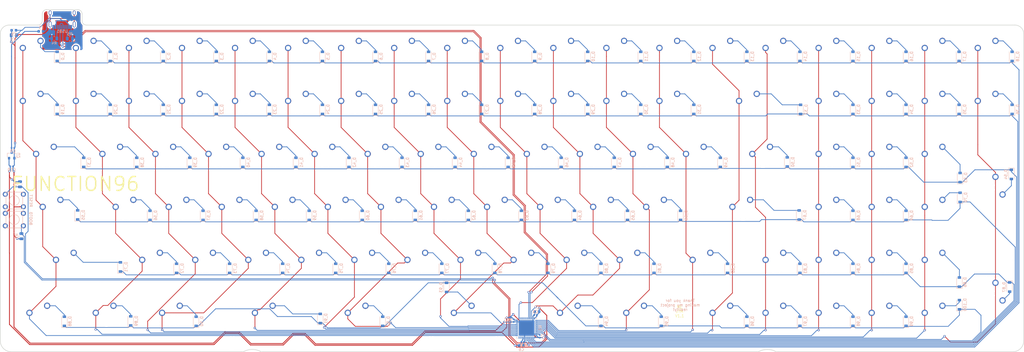
<source format=kicad_pcb>
(kicad_pcb (version 20171130) (host pcbnew "(5.1.4)-1")
  (layers (0 F.Cu signal) (31 B.Cu signal) (34 B.Paste user) (35 F.Paste user) (36 B.SilkS user) (37 F.SilkS user) (38 B.Mask user) (39 F.Mask user) (44 Edge.Cuts user))
  (net 0 "")
  (net 1 GND)
  (net 2 col0)
  (net 3 col1)
  (net 4 col2)
  (net 5 col3)
  (net 6 col4)
  (net 7 col5)
  (net 8 col6)
  (net 9 col7)
  (net 10 col8)
  (net 11 col9)
  (net 12 col10)
  (net 13 col11)
  (net 14 col12)
  (net 15 col13)
  (net 16 col14)
  (net 17 col15)
  (net 18 col16)
  (net 19 col17)
  (net 20 col18)
  (net 21 row0)
  (net 22 row1)
  (net 23 row2)
  (net 24 row3)
  (net 25 row4)
  (net 26 row5)
  (net 27 "Net-(D_0-Pad2)")
  (net 28 "Net-(D_1-Pad2)")
  (net 29 "Net-(D_2-Pad2)")
  (net 30 "Net-(D_3-Pad2)")
  (net 31 "Net-(D_4-Pad2)")
  (net 32 "Net-(D_5-Pad2)")
  (net 33 "Net-(D_6-Pad2)")
  (net 34 "Net-(D_7-Pad2)")
  (net 35 "Net-(D_8-Pad2)")
  (net 36 "Net-(D_9-Pad2)")
  (net 37 "Net-(D_10-Pad2)")
  (net 38 "Net-(D_11-Pad2)")
  (net 39 "Net-(D_12-Pad2)")
  (net 40 "Net-(D_13-Pad2)")
  (net 41 "Net-(D_14-Pad2)")
  (net 42 "Net-(D_15-Pad2)")
  (net 43 "Net-(D_16-Pad2)")
  (net 44 "Net-(D_17-Pad2)")
  (net 45 "Net-(D_18-Pad2)")
  (net 46 "Net-(D_19-Pad2)")
  (net 47 "Net-(D_20-Pad2)")
  (net 48 "Net-(D_21-Pad2)")
  (net 49 "Net-(D_22-Pad2)")
  (net 50 "Net-(D_23-Pad2)")
  (net 51 "Net-(D_24-Pad2)")
  (net 52 "Net-(D_25-Pad2)")
  (net 53 "Net-(D_26-Pad2)")
  (net 54 "Net-(D_27-Pad2)")
  (net 55 "Net-(D_28-Pad2)")
  (net 56 "Net-(D_29-Pad2)")
  (net 57 "Net-(D_30-Pad2)")
  (net 58 "Net-(D_31-Pad2)")
  (net 59 "Net-(D_32-Pad2)")
  (net 60 "Net-(D_33-Pad2)")
  (net 61 "Net-(D_34-Pad2)")
  (net 62 "Net-(D_35-Pad2)")
  (net 63 "Net-(D_36-Pad2)")
  (net 64 "Net-(D_37-Pad2)")
  (net 65 "Net-(D_38-Pad2)")
  (net 66 "Net-(D_39-Pad2)")
  (net 67 "Net-(D_40-Pad2)")
  (net 68 "Net-(D_41-Pad2)")
  (net 69 "Net-(D_42-Pad2)")
  (net 70 "Net-(D_43-Pad2)")
  (net 71 "Net-(D_44-Pad2)")
  (net 72 "Net-(D_45-Pad2)")
  (net 73 "Net-(D_46-Pad2)")
  (net 74 "Net-(D_47-Pad2)")
  (net 75 "Net-(D_48-Pad2)")
  (net 76 "Net-(D_49-Pad2)")
  (net 77 "Net-(D_50-Pad2)")
  (net 78 "Net-(D_51-Pad2)")
  (net 79 "Net-(D_52-Pad2)")
  (net 80 "Net-(D_53-Pad2)")
  (net 81 "Net-(D_55-Pad2)")
  (net 82 "Net-(D_56-Pad2)")
  (net 83 "Net-(D_57-Pad2)")
  (net 84 "Net-(D_58-Pad2)")
  (net 85 "Net-(D_59-Pad2)")
  (net 86 "Net-(D_60-Pad2)")
  (net 87 "Net-(D_61-Pad2)")
  (net 88 "Net-(D_62-Pad2)")
  (net 89 "Net-(D_63-Pad2)")
  (net 90 "Net-(D_64-Pad2)")
  (net 91 "Net-(D_65-Pad2)")
  (net 92 "Net-(D_66-Pad2)")
  (net 93 "Net-(D_67-Pad2)")
  (net 94 "Net-(D_68-Pad2)")
  (net 95 "Net-(D_69-Pad2)")
  (net 96 "Net-(D_70-Pad2)")
  (net 97 "Net-(D_54-Pad2)")
  (net 98 "Net-(D_71-Pad2)")
  (net 99 "Net-(D_72-Pad2)")
  (net 100 "Net-(D_73-Pad2)")
  (net 101 "Net-(D_74-Pad2)")
  (net 102 "Net-(D_75-Pad2)")
  (net 103 "Net-(D_76-Pad2)")
  (net 104 "Net-(D_77-Pad2)")
  (net 105 "Net-(D_78-Pad2)")
  (net 106 "Net-(D_79-Pad2)")
  (net 107 "Net-(D_80-Pad2)")
  (net 108 "Net-(D_81-Pad2)")
  (net 109 "Net-(D_82-Pad2)")
  (net 110 "Net-(D_83-Pad2)")
  (net 111 "Net-(D_84-Pad2)")
  (net 112 "Net-(D_85-Pad2)")
  (net 113 "Net-(D_86-Pad2)")
  (net 114 "Net-(D_88-Pad2)")
  (net 115 "Net-(D_89-Pad2)")
  (net 116 "Net-(D_90-Pad2)")
  (net 117 "Net-(D_91-Pad2)")
  (net 118 "Net-(D_92-Pad2)")
  (net 119 "Net-(D_93-Pad2)")
  (net 120 "Net-(D_94-Pad2)")
  (net 121 "Net-(D_95-Pad2)")
  (net 122 "Net-(D_96-Pad2)")
  (net 123 "Net-(D_97-Pad2)")
  (net 124 "Net-(D_98-Pad2)")
  (net 125 "Net-(D_99-Pad2)")
  (net 126 "Net-(D_100-Pad2)")
  (net 127 "Net-(D_87-Pad2)")
  (net 128 +5V)
  (net 129 +3V3)
  (net 130 NRST)
  (net 131 BOOT0)
  (net 132 D+)
  (net 133 D-)
  (net 134 "Net-(USB1-Pad3)")
  (net 135 "Net-(USB1-Pad9)")
  (net 136 "Net-(C5-Pad2)")
  (net 137 "Net-(F1-Pad1)")
  (net 138 "Net-(R4-Pad2)")
  (net 139 "Net-(R5-Pad2)")
  (net 140 "Net-(U1-Pad12)")
  (net 141 "Net-(U1-Pad11)")
  (net 142 "Net-(U1-Pad10)")
  (net 143 "Net-(U1-Pad31)")
  (net 144 "Net-(U1-Pad30)")
  (net 145 "Net-(U1-Pad29)")
  (net 146 "Net-(U1-Pad28)")
  (net 147 "Net-(U1-Pad27)")
  (net 148 "Net-(U1-Pad26)")
  (net 149 "Net-(U1-Pad22)")
  (module MX_Only:MXOnly-2.75U-NoLED (layer F.Cu) (at 278.60625 211.582)
    (fp_text reference K_93)
    (fp_text value KEYSW)
    (pad 2 thru_hole circle (at 2.54 -5.08) (size 2.25 2.25) (drill 1.47) (layers *.Cu B.Mask) (net 119 "Net-(D_93-Pad2)"))
    (pad "" np_thru_hole circle (at 0 0) (size 3.9878 3.9878) (drill 3.9878) (layers *.Cu *.Mask))
    (pad 1 thru_hole circle (at -3.81 -2.54) (size 2.25 2.25) (drill 1.47) (layers *.Cu B.Mask) (net 10 col8))
    (pad "" np_thru_hole circle (at -5.08 0 48.0996) (size 1.75 1.75) (drill 1.75) (layers *.Cu *.Mask))
    (pad "" np_thru_hole circle (at 5.08 0 48.0996) (size 1.75 1.75) (drill 1.75) (layers *.Cu *.Mask))
    (pad "" np_thru_hole circle (at -11.90625 -6.985) (size 3.048 3.048) (drill 3.048) (layers *.Cu *.Mask))
    (pad "" np_thru_hole circle (at 11.90625 -6.985) (size 3.048 3.048) (drill 3.048) (layers *.Cu *.Mask))
    (pad "" np_thru_hole circle (at -11.90625 8.255) (size 3.9878 3.9878) (drill 3.9878) (layers *.Cu *.Mask))
    (pad "" np_thru_hole circle (at 11.90625 8.255) (size 3.9878 3.9878) (drill 3.9878) (layers *.Cu *.Mask))
  )
  (module Capacitor_SMD:C_0603_1608Metric (layer B.Cu) (at 299.0088 220.7768)
    (fp_text reference C6 (at 0 1.43) (layer B.SilkS) (effects (justify mirror)))
    (fp_text value 1uF)
    (pad 2 smd roundrect (at 0.7875 0) (size 0.875 0.95) (layers B.Cu B.Paste B.Mask) (net 1 GND))
    (pad 1 smd roundrect (at -0.7875 0) (size 0.875 0.95) (layers B.Cu B.Paste B.Mask) (net 129 +3V3))
  )
  (module Capacitor_SMD:C_0402_1005Metric (layer B.Cu) (at 304.0888 209.8548 180)
    (fp_text reference C3 (at 0 1.17) (layer B.SilkS) (effects (justify mirror)))
    (fp_text value 100nF)
    (pad 2 smd roundrect (at 0.485 0 180) (size 0.59 0.64) (layers B.Cu B.Paste B.Mask) (net 1 GND))
    (pad 1 smd roundrect (at -0.485 0 180) (size 0.59 0.64) (layers B.Cu B.Paste B.Mask) (net 129 +3V3))
  )
  (module Capacitor_SMD:C_0402_1005Metric (layer B.Cu) (at 305.6128 217.4748 90)
    (fp_text reference C4 (at 0 1.17 270) (layer B.SilkS) (effects (justify mirror)))
    (fp_text value 100nF)
    (pad 2 smd roundrect (at 0.485 0 90) (size 0.59 0.64) (layers B.Cu B.Paste B.Mask) (net 1 GND))
    (pad 1 smd roundrect (at -0.485 0 90) (size 0.59 0.64) (layers B.Cu B.Paste B.Mask) (net 129 +3V3))
  )
  (module Package_DFN_QFN:QFN-48-1EP_7x7mm_P0.5mm_EP5.6x5.6mm (layer B.Cu) (at 300.9265 214.503 90)
    (fp_text reference U1 (at 0 4.82 270) (layer B.SilkS) (effects (justify mirror)))
    (fp_text value STM32F072CBUx)
    (pad 48 smd roundrect (at -2.75 3.4375 90) (size 0.25 0.875) (layers B.Cu B.Paste B.Mask) (net 129 +3V3))
    (pad 47 smd roundrect (at -2.25 3.4375 90) (size 0.25 0.875) (layers B.Cu B.Paste B.Mask) (net 1 GND))
    (pad 46 smd roundrect (at -1.75 3.4375 90) (size 0.25 0.875) (layers B.Cu B.Paste B.Mask) (net 26 row5))
    (pad 45 smd roundrect (at -1.25 3.4375 90) (size 0.25 0.875) (layers B.Cu B.Paste B.Mask) (net 20 col18))
    (pad 44 smd roundrect (at -0.75 3.4375 90) (size 0.25 0.875) (layers B.Cu B.Paste B.Mask) (net 131 BOOT0))
    (pad 43 smd roundrect (at -0.25 3.4375 90) (size 0.25 0.875) (layers B.Cu B.Paste B.Mask) (net 19 col17))
    (pad 42 smd roundrect (at 0.25 3.4375 90) (size 0.25 0.875) (layers B.Cu B.Paste B.Mask) (net 18 col16))
    (pad 41 smd roundrect (at 0.75 3.4375 90) (size 0.25 0.875) (layers B.Cu B.Paste B.Mask) (net 17 col15))
    (pad 40 smd roundrect (at 1.25 3.4375 90) (size 0.25 0.875) (layers B.Cu B.Paste B.Mask) (net 16 col14))
    (pad 39 smd roundrect (at 1.75 3.4375 90) (size 0.25 0.875) (layers B.Cu B.Paste B.Mask) (net 15 col13))
    (pad 38 smd roundrect (at 2.25 3.4375 90) (size 0.25 0.875) (layers B.Cu B.Paste B.Mask) (net 14 col12))
    (pad 37 smd roundrect (at 2.75 3.4375 90) (size 0.25 0.875) (layers B.Cu B.Paste B.Mask) (net 13 col11))
    (pad 36 smd roundrect (at 3.4375 2.75 90) (size 0.875 0.25) (layers B.Cu B.Paste B.Mask) (net 129 +3V3))
    (pad 35 smd roundrect (at 3.4375 2.25 90) (size 0.875 0.25) (layers B.Cu B.Paste B.Mask) (net 1 GND))
    (pad 34 smd roundrect (at 3.4375 1.75 90) (size 0.875 0.25) (layers B.Cu B.Paste B.Mask) (net 12 col10))
    (pad 33 smd roundrect (at 3.4375 1.25 90) (size 0.875 0.25) (layers B.Cu B.Paste B.Mask) (net 132 D+))
    (pad 32 smd roundrect (at 3.4375 0.75 90) (size 0.875 0.25) (layers B.Cu B.Paste B.Mask) (net 133 D-))
    (pad 31 smd roundrect (at 3.4375 0.25 90) (size 0.875 0.25) (layers B.Cu B.Paste B.Mask) (net 143 "Net-(U1-Pad31)"))
    (pad 30 smd roundrect (at 3.4375 -0.25 90) (size 0.875 0.25) (layers B.Cu B.Paste B.Mask) (net 144 "Net-(U1-Pad30)"))
    (pad 29 smd roundrect (at 3.4375 -0.75 90) (size 0.875 0.25) (layers B.Cu B.Paste B.Mask) (net 145 "Net-(U1-Pad29)"))
    (pad 28 smd roundrect (at 3.4375 -1.25 90) (size 0.875 0.25) (layers B.Cu B.Paste B.Mask) (net 146 "Net-(U1-Pad28)"))
    (pad 27 smd roundrect (at 3.4375 -1.75 90) (size 0.875 0.25) (layers B.Cu B.Paste B.Mask) (net 147 "Net-(U1-Pad27)"))
    (pad 26 smd roundrect (at 3.4375 -2.25 90) (size 0.875 0.25) (layers B.Cu B.Paste B.Mask) (net 148 "Net-(U1-Pad26)"))
    (pad 25 smd roundrect (at 3.4375 -2.75 90) (size 0.875 0.25) (layers B.Cu B.Paste B.Mask) (net 11 col9))
    (pad 24 smd roundrect (at 2.75 -3.4375 90) (size 0.25 0.875) (layers B.Cu B.Paste B.Mask) (net 129 +3V3))
    (pad 23 smd roundrect (at 2.25 -3.4375 90) (size 0.25 0.875) (layers B.Cu B.Paste B.Mask) (net 1 GND))
    (pad 22 smd roundrect (at 1.75 -3.4375 90) (size 0.25 0.875) (layers B.Cu B.Paste B.Mask) (net 149 "Net-(U1-Pad22)"))
    (pad 21 smd roundrect (at 1.25 -3.4375 90) (size 0.25 0.875) (layers B.Cu B.Paste B.Mask) (net 10 col8))
    (pad 20 smd roundrect (at 0.75 -3.4375 90) (size 0.25 0.875) (layers B.Cu B.Paste B.Mask) (net 9 col7))
    (pad 19 smd roundrect (at 0.25 -3.4375 90) (size 0.25 0.875) (layers B.Cu B.Paste B.Mask) (net 8 col6))
    (pad 18 smd roundrect (at -0.25 -3.4375 90) (size 0.25 0.875) (layers B.Cu B.Paste B.Mask) (net 7 col5))
    (pad 17 smd roundrect (at -0.75 -3.4375 90) (size 0.25 0.875) (layers B.Cu B.Paste B.Mask) (net 6 col4))
    (pad 16 smd roundrect (at -1.25 -3.4375 90) (size 0.25 0.875) (layers B.Cu B.Paste B.Mask) (net 5 col3))
    (pad 15 smd roundrect (at -1.75 -3.4375 90) (size 0.25 0.875) (layers B.Cu B.Paste B.Mask) (net 4 col2))
    (pad 14 smd roundrect (at -2.25 -3.4375 90) (size 0.25 0.875) (layers B.Cu B.Paste B.Mask) (net 3 col1))
    (pad 13 smd roundrect (at -2.75 -3.4375 90) (size 0.25 0.875) (layers B.Cu B.Paste B.Mask) (net 2 col0))
    (pad 12 smd roundrect (at -3.4375 -2.75 90) (size 0.875 0.25) (layers B.Cu B.Paste B.Mask) (net 140 "Net-(U1-Pad12)"))
    (pad 11 smd roundrect (at -3.4375 -2.25 90) (size 0.875 0.25) (layers B.Cu B.Paste B.Mask) (net 141 "Net-(U1-Pad11)"))
    (pad 10 smd roundrect (at -3.4375 -1.75 90) (size 0.875 0.25) (layers B.Cu B.Paste B.Mask) (net 142 "Net-(U1-Pad10)"))
    (pad 9 smd roundrect (at -3.4375 -1.25 90) (size 0.875 0.25) (layers B.Cu B.Paste B.Mask) (net 129 +3V3))
    (pad 8 smd roundrect (at -3.4375 -0.75 90) (size 0.875 0.25) (layers B.Cu B.Paste B.Mask) (net 1 GND))
    (pad 7 smd roundrect (at -3.4375 -0.25 90) (size 0.875 0.25) (layers B.Cu B.Paste B.Mask) (net 130 NRST))
    (pad 6 smd roundrect (at -3.4375 0.25 90) (size 0.875 0.25) (layers B.Cu B.Paste B.Mask) (net 21 row0))
    (pad 5 smd roundrect (at -3.4375 0.75 90) (size 0.875 0.25) (layers B.Cu B.Paste B.Mask) (net 22 row1))
    (pad 4 smd roundrect (at -3.4375 1.25 90) (size 0.875 0.25) (layers B.Cu B.Paste B.Mask) (net 23 row2))
    (pad 3 smd roundrect (at -3.4375 1.75 90) (size 0.875 0.25) (layers B.Cu B.Paste B.Mask) (net 24 row3))
    (pad 2 smd roundrect (at -3.4375 2.25 90) (size 0.875 0.25) (layers B.Cu B.Paste B.Mask) (net 25 row4))
    (pad 1 smd roundrect (at -3.4375 2.75 90) (size 0.875 0.25) (layers B.Cu B.Paste B.Mask) (net 129 +3V3))
    (pad 49 smd roundrect (at 0 0 90) (size 5.6 5.6) (layers B.Cu B.Mask) (roundrect_rratio 0.044643) (net 1 GND))
  )
  (module Capacitor_SMD:C_0603_1608Metric (layer B.Cu) (at 295.0464 211.5312 270)
    (fp_text reference C2 (at 0 1.43 270) (layer B.SilkS) (effects (justify mirror)))
    (fp_text value 4.7uF)
    (pad 2 smd roundrect (at 0.7875 0 270) (size 0.875 0.95) (layers B.Cu B.Paste B.Mask) (net 1 GND))
    (pad 1 smd roundrect (at -0.7875 0 270) (size 0.875 0.95) (layers B.Cu B.Paste B.Mask) (net 129 +3V3))
  )
  (module MX_Only:MXOnly-1U-NoLED (layer F.Cu) (at 123.825 116.332)
    (fp_text reference K_0)
    (fp_text value KEYSW)
    (pad 2 thru_hole circle (at 2.54 -5.08) (size 2.25 2.25) (drill 1.47) (layers *.Cu B.Mask) (net 27 "Net-(D_0-Pad2)"))
    (pad "" np_thru_hole circle (at 0 0) (size 3.9878 3.9878) (drill 3.9878) (layers *.Cu *.Mask))
    (pad 1 thru_hole circle (at -3.81 -2.54) (size 2.25 2.25) (drill 1.47) (layers *.Cu B.Mask) (net 2 col0))
    (pad "" np_thru_hole circle (at -5.08 0 48.0996) (size 1.75 1.75) (drill 1.75) (layers *.Cu *.Mask))
    (pad "" np_thru_hole circle (at 5.08 0 48.0996) (size 1.75 1.75) (drill 1.75) (layers *.Cu *.Mask))
  )
  (module Type-C:HRO-TYPE-C-31-M-12-Assembly (layer B.Cu) (at 134.14375 98.552)
    (fp_text reference USB1 (at 0 9.25) (layer B.SilkS) (effects (justify mirror)))
    (fp_text value HRO-TYPE-C-31-M-12)
    (pad 12 smd rect (at 3.225 7.695) (size 0.6 1.45) (layers B.Cu B.Paste B.Mask) (net 1 GND))
    (pad 1 smd rect (at -3.225 7.695) (size 0.6 1.45) (layers B.Cu B.Paste B.Mask) (net 1 GND))
    (pad 11 smd rect (at 2.45 7.695) (size 0.6 1.45) (layers B.Cu B.Paste B.Mask) (net 137 "Net-(F1-Pad1)"))
    (pad 2 smd rect (at -2.45 7.695) (size 0.6 1.45) (layers B.Cu B.Paste B.Mask) (net 137 "Net-(F1-Pad1)"))
    (pad 3 smd rect (at -1.75 7.695) (size 0.3 1.45) (layers B.Cu B.Paste B.Mask) (net 134 "Net-(USB1-Pad3)"))
    (pad 10 smd rect (at 1.75 7.695) (size 0.3 1.45) (layers B.Cu B.Paste B.Mask) (net 139 "Net-(R5-Pad2)"))
    (pad 4 smd rect (at -1.25 7.695) (size 0.3 1.45) (layers B.Cu B.Paste B.Mask) (net 138 "Net-(R4-Pad2)"))
    (pad 9 smd rect (at 1.25 7.695) (size 0.3 1.45) (layers B.Cu B.Paste B.Mask) (net 135 "Net-(USB1-Pad9)"))
    (pad 5 smd rect (at -0.75 7.695) (size 0.3 1.45) (layers B.Cu B.Paste B.Mask) (net 133 D-))
    (pad 8 smd rect (at 0.75 7.695) (size 0.3 1.45) (layers B.Cu B.Paste B.Mask) (net 132 D+))
    (pad 7 smd rect (at 0.25 7.695) (size 0.3 1.45) (layers B.Cu B.Paste B.Mask) (net 133 D-))
    (pad 6 smd rect (at -0.25 7.695) (size 0.3 1.45) (layers B.Cu B.Paste B.Mask) (net 132 D+))
    (pad "" np_thru_hole circle (at 2.89 6.25) (size 0.65 0.65) (drill 0.65) (layers *.Cu *.Mask))
    (pad "" np_thru_hole circle (at -2.89 6.25) (size 0.65 0.65) (drill 0.65) (layers *.Cu *.Mask))
    (pad 13 thru_hole oval (at -4.32 6.78) (size 1 2.1) (drill oval 0.6 1.7) (layers *.Cu *.Mask) (net 136 "Net-(C5-Pad2)"))
    (pad 13 thru_hole oval (at 4.32 6.78) (size 1 2.1) (drill oval 0.6 1.7) (layers *.Cu *.Mask) (net 136 "Net-(C5-Pad2)"))
    (pad 13 thru_hole oval (at -4.32 2.6) (size 1 1.6) (drill oval 0.6 1.2) (layers *.Cu *.Mask) (net 136 "Net-(C5-Pad2)"))
    (pad 13 thru_hole oval (at 4.32 2.6) (size 1 1.6) (drill oval 0.6 1.2) (layers *.Cu *.Mask) (net 136 "Net-(C5-Pad2)"))
  )
  (module Fuse:Fuse_0603_1608Metric (layer B.Cu) (at 126.492 107.823 180)
    (fp_text reference F1 (at 0 1.43) (layer B.SilkS) (effects (justify mirror)))
    (fp_text value "Polyfuse (1A)")
    (pad 2 smd roundrect (at 0.7875 0 180) (size 0.875 0.95) (layers B.Cu B.Paste B.Mask) (net 128 +5V))
    (pad 1 smd roundrect (at -0.7875 0 180) (size 0.875 0.95) (layers B.Cu B.Paste B.Mask) (net 137 "Net-(F1-Pad1)"))
  )
  (module MX_Only:MXOnly-2.25U-NoLED (layer F.Cu) (at 135.73125 192.532)
    (fp_text reference K_71)
    (fp_text value KEYSW)
    (pad 2 thru_hole circle (at 2.54 -5.08) (size 2.25 2.25) (drill 1.47) (layers *.Cu B.Mask) (net 98 "Net-(D_71-Pad2)"))
    (pad "" np_thru_hole circle (at 0 0) (size 3.9878 3.9878) (drill 3.9878) (layers *.Cu *.Mask))
    (pad 1 thru_hole circle (at -3.81 -2.54) (size 2.25 2.25) (drill 1.47) (layers *.Cu B.Mask) (net 2 col0))
    (pad "" np_thru_hole circle (at -5.08 0 48.0996) (size 1.75 1.75) (drill 1.75) (layers *.Cu *.Mask))
    (pad "" np_thru_hole circle (at 5.08 0 48.0996) (size 1.75 1.75) (drill 1.75) (layers *.Cu *.Mask))
    (pad "" np_thru_hole circle (at -11.90625 -6.985) (size 3.048 3.048) (drill 3.048) (layers *.Cu *.Mask))
    (pad "" np_thru_hole circle (at 11.90625 -6.985) (size 3.048 3.048) (drill 3.048) (layers *.Cu *.Mask))
    (pad "" np_thru_hole circle (at -11.90625 8.255) (size 3.9878 3.9878) (drill 3.9878) (layers *.Cu *.Mask))
    (pad "" np_thru_hole circle (at 11.90625 8.255) (size 3.9878 3.9878) (drill 3.9878) (layers *.Cu *.Mask))
  )
  (module MX_Only:MXOnly-1U-NoLED (layer F.Cu) (at 447.675 211.582)
    (fp_text reference K_100)
    (fp_text value KEYSW)
    (pad 2 thru_hole circle (at 2.54 -5.08) (size 2.25 2.25) (drill 1.47) (layers *.Cu B.Mask) (net 126 "Net-(D_100-Pad2)"))
    (pad "" np_thru_hole circle (at 0 0) (size 3.9878 3.9878) (drill 3.9878) (layers *.Cu *.Mask))
    (pad 1 thru_hole circle (at -3.81 -2.54) (size 2.25 2.25) (drill 1.47) (layers *.Cu B.Mask) (net 19 col17))
    (pad "" np_thru_hole circle (at -5.08 0 48.0996) (size 1.75 1.75) (drill 1.75) (layers *.Cu *.Mask))
    (pad "" np_thru_hole circle (at 5.08 0 48.0996) (size 1.75 1.75) (drill 1.75) (layers *.Cu *.Mask))
  )
  (module MX_Only:MXOnly-1U-NoLED (layer F.Cu) (at 447.675 192.532)
    (fp_text reference K_86)
    (fp_text value KEYSW)
    (pad 2 thru_hole circle (at 2.54 -5.08) (size 2.25 2.25) (drill 1.47) (layers *.Cu B.Mask) (net 113 "Net-(D_86-Pad2)"))
    (pad "" np_thru_hole circle (at 0 0) (size 3.9878 3.9878) (drill 3.9878) (layers *.Cu *.Mask))
    (pad 1 thru_hole circle (at -3.81 -2.54) (size 2.25 2.25) (drill 1.47) (layers *.Cu B.Mask) (net 19 col17))
    (pad "" np_thru_hole circle (at -5.08 0 48.0996) (size 1.75 1.75) (drill 1.75) (layers *.Cu *.Mask))
    (pad "" np_thru_hole circle (at 5.08 0 48.0996) (size 1.75 1.75) (drill 1.75) (layers *.Cu *.Mask))
  )
  (module random-keyboard-parts:PushButton_6x6mm_TH (layer B.Cu) (at 116.967 175.514)
    (fp_text reference SW2 hide)
    (fp_text value SW_PUSH)
    (pad 4 thru_hole circle (at -3.25 2.25) (size 1.8 1.8) (drill 1) (layers *.Cu *.Mask))
    (pad 3 thru_hole circle (at 3.25 -2.25) (size 1.8 1.8) (drill 1) (layers *.Cu *.Mask))
    (pad 2 thru_hole circle (at -3.25 -2.25) (size 1.8 1.8) (drill 1) (layers *.Cu *.Mask) (net 129 +3V3))
    (pad 1 thru_hole circle (at 3.25 2.25) (size 1.8 1.8) (drill 1) (layers *.Cu *.Mask) (net 131 BOOT0))
  )
  (module Resistor_SMD:R_0805_2012Metric (layer B.Cu) (at 119.507 181.483 270)
    (fp_text reference R2 (at 0 1.65 90) (layer B.SilkS) (effects (justify mirror)))
    (fp_text value 10k)
    (pad 1 smd roundrect (at -0.9375 0 270) (size 0.975 1.4) (layers B.Cu B.Paste B.Mask) (net 131 BOOT0))
    (pad 2 smd roundrect (at 0.9375 0 270) (size 0.975 1.4) (layers B.Cu B.Paste B.Mask) (net 1 GND))
  )
  (module Diode_SMD:D_SOD-123 (layer B.Cu) (at 272.161 199.898 270)
    (fp_text reference D_93 (at 0 2 90) (layer B.SilkS) (effects (justify mirror)))
    (fp_text value D)
    (pad 2 smd rect (at 1.65 0 270) (size 0.9 1.2) (layers B.Cu B.Paste B.Mask) (net 119 "Net-(D_93-Pad2)"))
    (pad 1 smd rect (at -1.65 0 270) (size 0.9 1.2) (layers B.Cu B.Paste B.Mask) (net 26 row5))
  )
  (module MX_Only:MXOnly-1U-NoLED (layer F.Cu) (at 316.70625 211.582)
    (fp_text reference K_94)
    (fp_text value KEYSW)
    (pad 2 thru_hole circle (at 2.54 -5.08) (size 2.25 2.25) (drill 1.47) (layers *.Cu B.Mask) (net 120 "Net-(D_94-Pad2)"))
    (pad "" np_thru_hole circle (at 0 0) (size 3.9878 3.9878) (drill 3.9878) (layers *.Cu *.Mask))
    (pad 1 thru_hole circle (at -3.81 -2.54) (size 2.25 2.25) (drill 1.47) (layers *.Cu B.Mask) (net 12 col10))
    (pad "" np_thru_hole circle (at -5.08 0 48.0996) (size 1.75 1.75) (drill 1.75) (layers *.Cu *.Mask))
    (pad "" np_thru_hole circle (at 5.08 0 48.0996) (size 1.75 1.75) (drill 1.75) (layers *.Cu *.Mask))
  )
  (module Capacitor_SMD:C_0402_1005Metric (layer B.Cu) (at 296.2656 211.836 270)
    (fp_text reference C1 (at 0 1.17 270) (layer B.SilkS) (effects (justify mirror)))
    (fp_text value 100nF)
    (pad 2 smd roundrect (at 0.485 0 270) (size 0.59 0.64) (layers B.Cu B.Paste B.Mask) (net 1 GND))
    (pad 1 smd roundrect (at -0.485 0 270) (size 0.59 0.64) (layers B.Cu B.Paste B.Mask) (net 129 +3V3))
  )
  (module MX_Only:MXOnly-1U-NoLED (layer F.Cu) (at 142.875 116.332)
    (fp_text reference K_1)
    (fp_text value KEYSW)
    (pad 2 thru_hole circle (at 2.54 -5.08) (size 2.25 2.25) (drill 1.47) (layers *.Cu B.Mask) (net 28 "Net-(D_1-Pad2)"))
    (pad "" np_thru_hole circle (at 0 0) (size 3.9878 3.9878) (drill 3.9878) (layers *.Cu *.Mask))
    (pad 1 thru_hole circle (at -3.81 -2.54) (size 2.25 2.25) (drill 1.47) (layers *.Cu B.Mask) (net 3 col1))
    (pad "" np_thru_hole circle (at -5.08 0 48.0996) (size 1.75 1.75) (drill 1.75) (layers *.Cu *.Mask))
    (pad "" np_thru_hole circle (at 5.08 0 48.0996) (size 1.75 1.75) (drill 1.75) (layers *.Cu *.Mask))
  )
  (module MX_Only:MXOnly-2U-NoLED (layer F.Cu) (at 466.725 202.057 270)
    (fp_text reference K_87)
    (fp_text value KEYSW)
    (pad 2 thru_hole circle (at 2.54 -5.08 270) (size 2.25 2.25) (drill 1.47) (layers *.Cu B.Mask) (net 127 "Net-(D_87-Pad2)"))
    (pad "" np_thru_hole circle (at 0 0 270) (size 3.9878 3.9878) (drill 3.9878) (layers *.Cu *.Mask))
    (pad 1 thru_hole circle (at -3.81 -2.54 270) (size 2.25 2.25) (drill 1.47) (layers *.Cu B.Mask) (net 20 col18))
    (pad "" np_thru_hole circle (at -5.08 0 318.0996) (size 1.75 1.75) (drill 1.75) (layers *.Cu *.Mask))
    (pad "" np_thru_hole circle (at 5.08 0 318.0996) (size 1.75 1.75) (drill 1.75) (layers *.Cu *.Mask))
    (pad "" np_thru_hole circle (at -11.90625 -6.985 270) (size 3.048 3.048) (drill 3.048) (layers *.Cu *.Mask))
    (pad "" np_thru_hole circle (at 11.90625 -6.985 270) (size 3.048 3.048) (drill 3.048) (layers *.Cu *.Mask))
    (pad "" np_thru_hole circle (at -11.90625 8.255 270) (size 3.9878 3.9878) (drill 3.9878) (layers *.Cu *.Mask))
    (pad "" np_thru_hole circle (at 11.90625 8.255 270) (size 3.9878 3.9878) (drill 3.9878) (layers *.Cu *.Mask))
  )
  (module MX_Only:MXOnly-2U-NoLED (layer F.Cu) (at 466.725 163.957 270)
    (fp_text reference K_54)
    (fp_text value KEYSW)
    (pad 2 thru_hole circle (at 2.54 -5.08 270) (size 2.25 2.25) (drill 1.47) (layers *.Cu B.Mask) (net 97 "Net-(D_54-Pad2)"))
    (pad "" np_thru_hole circle (at 0 0 270) (size 3.9878 3.9878) (drill 3.9878) (layers *.Cu *.Mask))
    (pad 1 thru_hole circle (at -3.81 -2.54 270) (size 2.25 2.25) (drill 1.47) (layers *.Cu B.Mask) (net 20 col18))
    (pad "" np_thru_hole circle (at -5.08 0 318.0996) (size 1.75 1.75) (drill 1.75) (layers *.Cu *.Mask))
    (pad "" np_thru_hole circle (at 5.08 0 318.0996) (size 1.75 1.75) (drill 1.75) (layers *.Cu *.Mask))
    (pad "" np_thru_hole circle (at -11.90625 -6.985 270) (size 3.048 3.048) (drill 3.048) (layers *.Cu *.Mask))
    (pad "" np_thru_hole circle (at 11.90625 -6.985 270) (size 3.048 3.048) (drill 3.048) (layers *.Cu *.Mask))
    (pad "" np_thru_hole circle (at -11.90625 8.255 270) (size 3.9878 3.9878) (drill 3.9878) (layers *.Cu *.Mask))
    (pad "" np_thru_hole circle (at 11.90625 8.255 270) (size 3.9878 3.9878) (drill 3.9878) (layers *.Cu *.Mask))
  )
  (module MX_Only:MXOnly-2.25U-NoLED (layer F.Cu) (at 207.16875 211.582)
    (fp_text reference K_91)
    (fp_text value KEYSW)
    (pad 2 thru_hole circle (at 2.54 -5.08) (size 2.25 2.25) (drill 1.47) (layers *.Cu B.Mask) (net 117 "Net-(D_91-Pad2)"))
    (pad "" np_thru_hole circle (at 0 0) (size 3.9878 3.9878) (drill 3.9878) (layers *.Cu *.Mask))
    (pad 1 thru_hole circle (at -3.81 -2.54) (size 2.25 2.25) (drill 1.47) (layers *.Cu B.Mask) (net 6 col4))
    (pad "" np_thru_hole circle (at -5.08 0 48.0996) (size 1.75 1.75) (drill 1.75) (layers *.Cu *.Mask))
    (pad "" np_thru_hole circle (at 5.08 0 48.0996) (size 1.75 1.75) (drill 1.75) (layers *.Cu *.Mask))
    (pad "" np_thru_hole circle (at -11.90625 -6.985) (size 3.048 3.048) (drill 3.048) (layers *.Cu *.Mask))
    (pad "" np_thru_hole circle (at 11.90625 -6.985) (size 3.048 3.048) (drill 3.048) (layers *.Cu *.Mask))
    (pad "" np_thru_hole circle (at -11.90625 8.255) (size 3.9878 3.9878) (drill 3.9878) (layers *.Cu *.Mask))
    (pad "" np_thru_hole circle (at 11.90625 8.255) (size 3.9878 3.9878) (drill 3.9878) (layers *.Cu *.Mask))
  )
  (module MX_Only:MXOnly-1.75U-NoLED (layer F.Cu) (at 364.33125 192.532)
    (fp_text reference K_82)
    (fp_text value KEYSW)
    (pad 2 thru_hole circle (at 2.54 -5.08) (size 2.25 2.25) (drill 1.47) (layers *.Cu B.Mask) (net 109 "Net-(D_82-Pad2)"))
    (pad "" np_thru_hole circle (at 0 0) (size 3.9878 3.9878) (drill 3.9878) (layers *.Cu *.Mask))
    (pad 1 thru_hole circle (at -3.81 -2.54) (size 2.25 2.25) (drill 1.47) (layers *.Cu B.Mask) (net 14 col12))
    (pad "" np_thru_hole circle (at -5.08 0 48.0996) (size 1.75 1.75) (drill 1.75) (layers *.Cu *.Mask))
    (pad "" np_thru_hole circle (at 5.08 0 48.0996) (size 1.75 1.75) (drill 1.75) (layers *.Cu *.Mask))
  )
  (module MX_Only:MXOnly-2.25U-NoLED (layer F.Cu) (at 378.61875 173.482)
    (fp_text reference K_67)
    (fp_text value KEYSW)
    (pad 2 thru_hole circle (at 2.54 -5.08) (size 2.25 2.25) (drill 1.47) (layers *.Cu B.Mask) (net 93 "Net-(D_67-Pad2)"))
    (pad "" np_thru_hole circle (at 0 0) (size 3.9878 3.9878) (drill 3.9878) (layers *.Cu *.Mask))
    (pad 1 thru_hole circle (at -3.81 -2.54) (size 2.25 2.25) (drill 1.47) (layers *.Cu B.Mask) (net 15 col13))
    (pad "" np_thru_hole circle (at -5.08 0 48.0996) (size 1.75 1.75) (drill 1.75) (layers *.Cu *.Mask))
    (pad "" np_thru_hole circle (at 5.08 0 48.0996) (size 1.75 1.75) (drill 1.75) (layers *.Cu *.Mask))
    (pad "" np_thru_hole circle (at -11.90625 -6.985) (size 3.048 3.048) (drill 3.048) (layers *.Cu *.Mask))
    (pad "" np_thru_hole circle (at 11.90625 -6.985) (size 3.048 3.048) (drill 3.048) (layers *.Cu *.Mask))
    (pad "" np_thru_hole circle (at -11.90625 8.255) (size 3.9878 3.9878) (drill 3.9878) (layers *.Cu *.Mask))
    (pad "" np_thru_hole circle (at 11.90625 8.255) (size 3.9878 3.9878) (drill 3.9878) (layers *.Cu *.Mask))
  )
  (module MX_Only:MXOnly-2U-NoLED (layer F.Cu) (at 381 135.382)
    (fp_text reference K_32)
    (fp_text value KEYSW)
    (pad 2 thru_hole circle (at 2.54 -5.08) (size 2.25 2.25) (drill 1.47) (layers *.Cu B.Mask) (net 59 "Net-(D_32-Pad2)"))
    (pad "" np_thru_hole circle (at 0 0) (size 3.9878 3.9878) (drill 3.9878) (layers *.Cu *.Mask))
    (pad 1 thru_hole circle (at -3.81 -2.54) (size 2.25 2.25) (drill 1.47) (layers *.Cu B.Mask) (net 15 col13))
    (pad "" np_thru_hole circle (at -5.08 0 48.0996) (size 1.75 1.75) (drill 1.75) (layers *.Cu *.Mask))
    (pad "" np_thru_hole circle (at 5.08 0 48.0996) (size 1.75 1.75) (drill 1.75) (layers *.Cu *.Mask))
    (pad "" np_thru_hole circle (at -11.90625 -6.985) (size 3.048 3.048) (drill 3.048) (layers *.Cu *.Mask))
    (pad "" np_thru_hole circle (at 11.90625 -6.985) (size 3.048 3.048) (drill 3.048) (layers *.Cu *.Mask))
    (pad "" np_thru_hole circle (at -11.90625 8.255) (size 3.9878 3.9878) (drill 3.9878) (layers *.Cu *.Mask))
    (pad "" np_thru_hole circle (at 11.90625 8.255) (size 3.9878 3.9878) (drill 3.9878) (layers *.Cu *.Mask))
  )
  (module MX_Only:MXOnly-1U-NoLED (layer F.Cu) (at 319.0875 192.532)
    (fp_text reference K_80)
    (fp_text value KEYSW)
    (pad 2 thru_hole circle (at 2.54 -5.08) (size 2.25 2.25) (drill 1.47) (layers *.Cu B.Mask) (net 107 "Net-(D_80-Pad2)"))
    (pad "" np_thru_hole circle (at 0 0) (size 3.9878 3.9878) (drill 3.9878) (layers *.Cu *.Mask))
    (pad 1 thru_hole circle (at -3.81 -2.54) (size 2.25 2.25) (drill 1.47) (layers *.Cu B.Mask) (net 11 col9))
    (pad "" np_thru_hole circle (at -5.08 0 48.0996) (size 1.75 1.75) (drill 1.75) (layers *.Cu *.Mask))
    (pad "" np_thru_hole circle (at 5.08 0 48.0996) (size 1.75 1.75) (drill 1.75) (layers *.Cu *.Mask))
  )
  (module MX_Only:MXOnly-1U-NoLED (layer F.Cu) (at 300.0375 192.532)
    (fp_text reference K_79)
    (fp_text value KEYSW)
    (pad 2 thru_hole circle (at 2.54 -5.08) (size 2.25 2.25) (drill 1.47) (layers *.Cu B.Mask) (net 106 "Net-(D_79-Pad2)"))
    (pad "" np_thru_hole circle (at 0 0) (size 3.9878 3.9878) (drill 3.9878) (layers *.Cu *.Mask))
    (pad 1 thru_hole circle (at -3.81 -2.54) (size 2.25 2.25) (drill 1.47) (layers *.Cu B.Mask) (net 10 col8))
    (pad "" np_thru_hole circle (at -5.08 0 48.0996) (size 1.75 1.75) (drill 1.75) (layers *.Cu *.Mask))
    (pad "" np_thru_hole circle (at 5.08 0 48.0996) (size 1.75 1.75) (drill 1.75) (layers *.Cu *.Mask))
  )
  (module MX_Only:MXOnly-1U-NoLED (layer F.Cu) (at 166.6875 192.532)
    (fp_text reference K_72)
    (fp_text value KEYSW)
    (pad 2 thru_hole circle (at 2.54 -5.08) (size 2.25 2.25) (drill 1.47) (layers *.Cu B.Mask) (net 99 "Net-(D_72-Pad2)"))
    (pad "" np_thru_hole circle (at 0 0) (size 3.9878 3.9878) (drill 3.9878) (layers *.Cu *.Mask))
    (pad 1 thru_hole circle (at -3.81 -2.54) (size 2.25 2.25) (drill 1.47) (layers *.Cu B.Mask) (net 3 col1))
    (pad "" np_thru_hole circle (at -5.08 0 48.0996) (size 1.75 1.75) (drill 1.75) (layers *.Cu *.Mask))
    (pad "" np_thru_hole circle (at 5.08 0 48.0996) (size 1.75 1.75) (drill 1.75) (layers *.Cu *.Mask))
  )
  (module Capacitor_SMD:C_0402_1005Metric (layer B.Cu) (at 116.0145 156.4005)
    (fp_text reference C10 (at 0 1.17) (layer B.SilkS) (effects (justify mirror)))
    (fp_text value 1uF)
    (pad 2 smd roundrect (at 0.485 0) (size 0.59 0.64) (layers B.Cu B.Paste B.Mask) (net 1 GND))
    (pad 1 smd roundrect (at -0.485 0) (size 0.59 0.64) (layers B.Cu B.Paste B.Mask) (net 129 +3V3))
  )
  (module MX_Only:MXOnly-1U-NoLED (layer F.Cu) (at 238.125 116.332)
    (fp_text reference K_6)
    (fp_text value KEYSW)
    (pad 2 thru_hole circle (at 2.54 -5.08) (size 2.25 2.25) (drill 1.47) (layers *.Cu B.Mask) (net 33 "Net-(D_6-Pad2)"))
    (pad "" np_thru_hole circle (at 0 0) (size 3.9878 3.9878) (drill 3.9878) (layers *.Cu *.Mask))
    (pad 1 thru_hole circle (at -3.81 -2.54) (size 2.25 2.25) (drill 1.47) (layers *.Cu B.Mask) (net 8 col6))
    (pad "" np_thru_hole circle (at -5.08 0 48.0996) (size 1.75 1.75) (drill 1.75) (layers *.Cu *.Mask))
    (pad "" np_thru_hole circle (at 5.08 0 48.0996) (size 1.75 1.75) (drill 1.75) (layers *.Cu *.Mask))
  )
  (module MX_Only:MXOnly-1U-NoLED (layer F.Cu) (at 180.975 116.332)
    (fp_text reference K_3)
    (fp_text value KEYSW)
    (pad 2 thru_hole circle (at 2.54 -5.08) (size 2.25 2.25) (drill 1.47) (layers *.Cu B.Mask) (net 30 "Net-(D_3-Pad2)"))
    (pad "" np_thru_hole circle (at 0 0) (size 3.9878 3.9878) (drill 3.9878) (layers *.Cu *.Mask))
    (pad 1 thru_hole circle (at -3.81 -2.54) (size 2.25 2.25) (drill 1.47) (layers *.Cu B.Mask) (net 5 col3))
    (pad "" np_thru_hole circle (at -5.08 0 48.0996) (size 1.75 1.75) (drill 1.75) (layers *.Cu *.Mask))
    (pad "" np_thru_hole circle (at 5.08 0 48.0996) (size 1.75 1.75) (drill 1.75) (layers *.Cu *.Mask))
  )
  (module MX_Only:MXOnly-1U-NoLED (layer F.Cu) (at 390.525 192.532)
    (fp_text reference K_83)
    (fp_text value KEYSW)
    (pad 2 thru_hole circle (at 2.54 -5.08) (size 2.25 2.25) (drill 1.47) (layers *.Cu B.Mask) (net 110 "Net-(D_83-Pad2)"))
    (pad "" np_thru_hole circle (at 0 0) (size 3.9878 3.9878) (drill 3.9878) (layers *.Cu *.Mask))
    (pad 1 thru_hole circle (at -3.81 -2.54) (size 2.25 2.25) (drill 1.47) (layers *.Cu B.Mask) (net 16 col14))
    (pad "" np_thru_hole circle (at -5.08 0 48.0996) (size 1.75 1.75) (drill 1.75) (layers *.Cu *.Mask))
    (pad "" np_thru_hole circle (at 5.08 0 48.0996) (size 1.75 1.75) (drill 1.75) (layers *.Cu *.Mask))
  )
  (module MX_Only:MXOnly-1U-NoLED (layer F.Cu) (at 171.45 154.432)
    (fp_text reference K_39)
    (fp_text value KEYSW)
    (pad 2 thru_hole circle (at 2.54 -5.08) (size 2.25 2.25) (drill 1.47) (layers *.Cu B.Mask) (net 66 "Net-(D_39-Pad2)"))
    (pad "" np_thru_hole circle (at 0 0) (size 3.9878 3.9878) (drill 3.9878) (layers *.Cu *.Mask))
    (pad 1 thru_hole circle (at -3.81 -2.54) (size 2.25 2.25) (drill 1.47) (layers *.Cu B.Mask) (net 4 col2))
    (pad "" np_thru_hole circle (at -5.08 0 48.0996) (size 1.75 1.75) (drill 1.75) (layers *.Cu *.Mask))
    (pad "" np_thru_hole circle (at 5.08 0 48.0996) (size 1.75 1.75) (drill 1.75) (layers *.Cu *.Mask))
  )
  (module MX_Only:MXOnly-1U-NoLED (layer F.Cu) (at 409.575 154.432)
    (fp_text reference K_51)
    (fp_text value KEYSW)
    (pad 2 thru_hole circle (at 2.54 -5.08) (size 2.25 2.25) (drill 1.47) (layers *.Cu B.Mask) (net 78 "Net-(D_51-Pad2)"))
    (pad "" np_thru_hole circle (at 0 0) (size 3.9878 3.9878) (drill 3.9878) (layers *.Cu *.Mask))
    (pad 1 thru_hole circle (at -3.81 -2.54) (size 2.25 2.25) (drill 1.47) (layers *.Cu B.Mask) (net 17 col15))
    (pad "" np_thru_hole circle (at -5.08 0 48.0996) (size 1.75 1.75) (drill 1.75) (layers *.Cu *.Mask))
    (pad "" np_thru_hole circle (at 5.08 0 48.0996) (size 1.75 1.75) (drill 1.75) (layers *.Cu *.Mask))
  )
  (module Diode_SMD:D_SOD-123 (layer B.Cu) (at 132.35 116.832 90)
    (fp_text reference D_0 (at 0 2 90) (layer B.SilkS) (effects (justify mirror)))
    (fp_text value D)
    (pad 2 smd rect (at 1.65 0 90) (size 0.9 1.2) (layers B.Cu B.Paste B.Mask) (net 27 "Net-(D_0-Pad2)"))
    (pad 1 smd rect (at -1.65 0 90) (size 0.9 1.2) (layers B.Cu B.Paste B.Mask) (net 21 row0))
  )
  (module Resistor_SMD:R_0805_2012Metric (layer B.Cu) (at 136.9 110.45 180)
    (fp_text reference R5 (at 0 1.65) (layer B.SilkS) (effects (justify mirror)))
    (fp_text value 5.1k)
    (pad 2 smd roundrect (at 0.9375 0 180) (size 0.975 1.4) (layers B.Cu B.Paste B.Mask) (net 139 "Net-(R5-Pad2)"))
    (pad 1 smd roundrect (at -0.9375 0 180) (size 0.975 1.4) (layers B.Cu B.Paste B.Mask) (net 1 GND))
  )
  (module Resistor_SMD:R_0805_2012Metric (layer B.Cu) (at 131.3 110.4)
    (fp_text reference R4 (at 0 1.65) (layer B.SilkS) (effects (justify mirror)))
    (fp_text value 5.1k)
    (pad 2 smd roundrect (at 0.9375 0) (size 0.975 1.4) (layers B.Cu B.Paste B.Mask) (net 138 "Net-(R4-Pad2)"))
    (pad 1 smd roundrect (at -0.9375 0) (size 0.975 1.4) (layers B.Cu B.Paste B.Mask) (net 1 GND))
  )
  (module Resistor_SMD:R_0805_2012Metric (layer B.Cu) (at 116.7765 109.22)
    (fp_text reference R3 (at 0 1.65) (layer B.SilkS) (effects (justify mirror)))
    (fp_text value 1M)
    (pad 2 smd roundrect (at 0.9375 0) (size 0.975 1.4) (layers B.Cu B.Paste B.Mask) (net 136 "Net-(C5-Pad2)"))
    (pad 1 smd roundrect (at -0.9375 0) (size 0.975 1.4) (layers B.Cu B.Paste B.Mask) (net 1 GND))
  )
  (module Capacitor_SMD:C_0603_1608Metric (layer B.Cu) (at 116.7765 107.442)
    (fp_text reference C5 (at 0 1.43) (layer B.SilkS) (effects (justify mirror)))
    (fp_text value 4.7nF)
    (pad 2 smd roundrect (at 0.7875 0) (size 0.875 0.95) (layers B.Cu B.Paste B.Mask) (net 136 "Net-(C5-Pad2)"))
    (pad 1 smd roundrect (at -0.7875 0) (size 0.875 0.95) (layers B.Cu B.Paste B.Mask) (net 1 GND))
  )
  (module MX_Only:MXOnly-1U-NoLED (layer F.Cu) (at 428.625 211.582)
    (fp_text reference K_99)
    (fp_text value KEYSW)
    (pad 2 thru_hole circle (at 2.54 -5.08) (size 2.25 2.25) (drill 1.47) (layers *.Cu B.Mask) (net 125 "Net-(D_99-Pad2)"))
    (pad "" np_thru_hole circle (at 0 0) (size 3.9878 3.9878) (drill 3.9878) (layers *.Cu *.Mask))
    (pad 1 thru_hole circle (at -3.81 -2.54) (size 2.25 2.25) (drill 1.47) (layers *.Cu B.Mask) (net 18 col16))
    (pad "" np_thru_hole circle (at -5.08 0 48.0996) (size 1.75 1.75) (drill 1.75) (layers *.Cu *.Mask))
    (pad "" np_thru_hole circle (at 5.08 0 48.0996) (size 1.75 1.75) (drill 1.75) (layers *.Cu *.Mask))
  )
  (module MX_Only:MXOnly-1U-NoLED (layer F.Cu) (at 409.575 211.582)
    (fp_text reference K_98)
    (fp_text value KEYSW)
    (pad 2 thru_hole circle (at 2.54 -5.08) (size 2.25 2.25) (drill 1.47) (layers *.Cu B.Mask) (net 124 "Net-(D_98-Pad2)"))
    (pad "" np_thru_hole circle (at 0 0) (size 3.9878 3.9878) (drill 3.9878) (layers *.Cu *.Mask))
    (pad 1 thru_hole circle (at -3.81 -2.54) (size 2.25 2.25) (drill 1.47) (layers *.Cu B.Mask) (net 17 col15))
    (pad "" np_thru_hole circle (at -5.08 0 48.0996) (size 1.75 1.75) (drill 1.75) (layers *.Cu *.Mask))
    (pad "" np_thru_hole circle (at 5.08 0 48.0996) (size 1.75 1.75) (drill 1.75) (layers *.Cu *.Mask))
  )
  (module MX_Only:MXOnly-1U-NoLED (layer F.Cu) (at 390.525 211.582)
    (fp_text reference K_97)
    (fp_text value KEYSW)
    (pad 2 thru_hole circle (at 2.54 -5.08) (size 2.25 2.25) (drill 1.47) (layers *.Cu B.Mask) (net 123 "Net-(D_97-Pad2)"))
    (pad "" np_thru_hole circle (at 0 0) (size 3.9878 3.9878) (drill 3.9878) (layers *.Cu *.Mask))
    (pad 1 thru_hole circle (at -3.81 -2.54) (size 2.25 2.25) (drill 1.47) (layers *.Cu B.Mask) (net 16 col14))
    (pad "" np_thru_hole circle (at -5.08 0 48.0996) (size 1.75 1.75) (drill 1.75) (layers *.Cu *.Mask))
    (pad "" np_thru_hole circle (at 5.08 0 48.0996) (size 1.75 1.75) (drill 1.75) (layers *.Cu *.Mask))
  )
  (module MX_Only:MXOnly-1U-NoLED (layer F.Cu) (at 371.475 211.582)
    (fp_text reference K_96)
    (fp_text value KEYSW)
    (pad 2 thru_hole circle (at 2.54 -5.08) (size 2.25 2.25) (drill 1.47) (layers *.Cu B.Mask) (net 122 "Net-(D_96-Pad2)"))
    (pad "" np_thru_hole circle (at 0 0) (size 3.9878 3.9878) (drill 3.9878) (layers *.Cu *.Mask))
    (pad 1 thru_hole circle (at -3.81 -2.54) (size 2.25 2.25) (drill 1.47) (layers *.Cu B.Mask) (net 15 col13))
    (pad "" np_thru_hole circle (at -5.08 0 48.0996) (size 1.75 1.75) (drill 1.75) (layers *.Cu *.Mask))
    (pad "" np_thru_hole circle (at 5.08 0 48.0996) (size 1.75 1.75) (drill 1.75) (layers *.Cu *.Mask))
  )
  (module MX_Only:MXOnly-1U-NoLED (layer F.Cu) (at 340.51875 211.582)
    (fp_text reference K_95)
    (fp_text value KEYSW)
    (pad 2 thru_hole circle (at 2.54 -5.08) (size 2.25 2.25) (drill 1.47) (layers *.Cu B.Mask) (net 121 "Net-(D_95-Pad2)"))
    (pad "" np_thru_hole circle (at 0 0) (size 3.9878 3.9878) (drill 3.9878) (layers *.Cu *.Mask))
    (pad 1 thru_hole circle (at -3.81 -2.54) (size 2.25 2.25) (drill 1.47) (layers *.Cu B.Mask) (net 13 col11))
    (pad "" np_thru_hole circle (at -5.08 0 48.0996) (size 1.75 1.75) (drill 1.75) (layers *.Cu *.Mask))
    (pad "" np_thru_hole circle (at 5.08 0 48.0996) (size 1.75 1.75) (drill 1.75) (layers *.Cu *.Mask))
  )
  (module MX_Only:MXOnly-1U-NoLED (layer F.Cu) (at 240.50625 211.582)
    (fp_text reference K_92)
    (fp_text value KEYSW)
    (pad 2 thru_hole circle (at 2.54 -5.08) (size 2.25 2.25) (drill 1.47) (layers *.Cu B.Mask) (net 118 "Net-(D_92-Pad2)"))
    (pad "" np_thru_hole circle (at 0 0) (size 3.9878 3.9878) (drill 3.9878) (layers *.Cu *.Mask))
    (pad 1 thru_hole circle (at -3.81 -2.54) (size 2.25 2.25) (drill 1.47) (layers *.Cu B.Mask) (net 8 col6))
    (pad "" np_thru_hole circle (at -5.08 0 48.0996) (size 1.75 1.75) (drill 1.75) (layers *.Cu *.Mask))
    (pad "" np_thru_hole circle (at 5.08 0 48.0996) (size 1.75 1.75) (drill 1.75) (layers *.Cu *.Mask))
  )
  (module MX_Only:MXOnly-1U-NoLED (layer F.Cu) (at 173.83125 211.582)
    (fp_text reference K_90)
    (fp_text value KEYSW)
    (pad 2 thru_hole circle (at 2.54 -5.08) (size 2.25 2.25) (drill 1.47) (layers *.Cu B.Mask) (net 116 "Net-(D_90-Pad2)"))
    (pad "" np_thru_hole circle (at 0 0) (size 3.9878 3.9878) (drill 3.9878) (layers *.Cu *.Mask))
    (pad 1 thru_hole circle (at -3.81 -2.54) (size 2.25 2.25) (drill 1.47) (layers *.Cu B.Mask) (net 5 col3))
    (pad "" np_thru_hole circle (at -5.08 0 48.0996) (size 1.75 1.75) (drill 1.75) (layers *.Cu *.Mask))
    (pad "" np_thru_hole circle (at 5.08 0 48.0996) (size 1.75 1.75) (drill 1.75) (layers *.Cu *.Mask))
  )
  (module MX_Only:MXOnly-1U-NoLED (layer F.Cu) (at 150.01875 211.582)
    (fp_text reference K_89)
    (fp_text value KEYSW)
    (pad 2 thru_hole circle (at 2.54 -5.08) (size 2.25 2.25) (drill 1.47) (layers *.Cu B.Mask) (net 115 "Net-(D_89-Pad2)"))
    (pad "" np_thru_hole circle (at 0 0) (size 3.9878 3.9878) (drill 3.9878) (layers *.Cu *.Mask))
    (pad 1 thru_hole circle (at -3.81 -2.54) (size 2.25 2.25) (drill 1.47) (layers *.Cu B.Mask) (net 3 col1))
    (pad "" np_thru_hole circle (at -5.08 0 48.0996) (size 1.75 1.75) (drill 1.75) (layers *.Cu *.Mask))
    (pad "" np_thru_hole circle (at 5.08 0 48.0996) (size 1.75 1.75) (drill 1.75) (layers *.Cu *.Mask))
  )
  (module MX_Only:MXOnly-1U-NoLED (layer F.Cu) (at 126.20625 211.582)
    (fp_text reference K_88)
    (fp_text value KEYSW)
    (pad 2 thru_hole circle (at 2.54 -5.08) (size 2.25 2.25) (drill 1.47) (layers *.Cu B.Mask) (net 114 "Net-(D_88-Pad2)"))
    (pad "" np_thru_hole circle (at 0 0) (size 3.9878 3.9878) (drill 3.9878) (layers *.Cu *.Mask))
    (pad 1 thru_hole circle (at -3.81 -2.54) (size 2.25 2.25) (drill 1.47) (layers *.Cu B.Mask) (net 2 col0))
    (pad "" np_thru_hole circle (at -5.08 0 48.0996) (size 1.75 1.75) (drill 1.75) (layers *.Cu *.Mask))
    (pad "" np_thru_hole circle (at 5.08 0 48.0996) (size 1.75 1.75) (drill 1.75) (layers *.Cu *.Mask))
  )
  (module MX_Only:MXOnly-1U-NoLED (layer F.Cu) (at 428.625 192.532)
    (fp_text reference K_85)
    (fp_text value KEYSW)
    (pad 2 thru_hole circle (at 2.54 -5.08) (size 2.25 2.25) (drill 1.47) (layers *.Cu B.Mask) (net 112 "Net-(D_85-Pad2)"))
    (pad "" np_thru_hole circle (at 0 0) (size 3.9878 3.9878) (drill 3.9878) (layers *.Cu *.Mask))
    (pad 1 thru_hole circle (at -3.81 -2.54) (size 2.25 2.25) (drill 1.47) (layers *.Cu B.Mask) (net 18 col16))
    (pad "" np_thru_hole circle (at -5.08 0 48.0996) (size 1.75 1.75) (drill 1.75) (layers *.Cu *.Mask))
    (pad "" np_thru_hole circle (at 5.08 0 48.0996) (size 1.75 1.75) (drill 1.75) (layers *.Cu *.Mask))
  )
  (module MX_Only:MXOnly-1U-NoLED (layer F.Cu) (at 409.575 192.532)
    (fp_text reference K_84)
    (fp_text value KEYSW)
    (pad 2 thru_hole circle (at 2.54 -5.08) (size 2.25 2.25) (drill 1.47) (layers *.Cu B.Mask) (net 111 "Net-(D_84-Pad2)"))
    (pad "" np_thru_hole circle (at 0 0) (size 3.9878 3.9878) (drill 3.9878) (layers *.Cu *.Mask))
    (pad 1 thru_hole circle (at -3.81 -2.54) (size 2.25 2.25) (drill 1.47) (layers *.Cu B.Mask) (net 17 col15))
    (pad "" np_thru_hole circle (at -5.08 0 48.0996) (size 1.75 1.75) (drill 1.75) (layers *.Cu *.Mask))
    (pad "" np_thru_hole circle (at 5.08 0 48.0996) (size 1.75 1.75) (drill 1.75) (layers *.Cu *.Mask))
  )
  (module MX_Only:MXOnly-1U-NoLED (layer F.Cu) (at 338.1375 192.532)
    (fp_text reference K_81)
    (fp_text value KEYSW)
    (pad 2 thru_hole circle (at 2.54 -5.08) (size 2.25 2.25) (drill 1.47) (layers *.Cu B.Mask) (net 108 "Net-(D_81-Pad2)"))
    (pad "" np_thru_hole circle (at 0 0) (size 3.9878 3.9878) (drill 3.9878) (layers *.Cu *.Mask))
    (pad 1 thru_hole circle (at -3.81 -2.54) (size 2.25 2.25) (drill 1.47) (layers *.Cu B.Mask) (net 12 col10))
    (pad "" np_thru_hole circle (at -5.08 0 48.0996) (size 1.75 1.75) (drill 1.75) (layers *.Cu *.Mask))
    (pad "" np_thru_hole circle (at 5.08 0 48.0996) (size 1.75 1.75) (drill 1.75) (layers *.Cu *.Mask))
  )
  (module MX_Only:MXOnly-1U-NoLED (layer F.Cu) (at 280.9875 192.532)
    (fp_text reference K_78)
    (fp_text value KEYSW)
    (pad 2 thru_hole circle (at 2.54 -5.08) (size 2.25 2.25) (drill 1.47) (layers *.Cu B.Mask) (net 105 "Net-(D_78-Pad2)"))
    (pad "" np_thru_hole circle (at 0 0) (size 3.9878 3.9878) (drill 3.9878) (layers *.Cu *.Mask))
    (pad 1 thru_hole circle (at -3.81 -2.54) (size 2.25 2.25) (drill 1.47) (layers *.Cu B.Mask) (net 9 col7))
    (pad "" np_thru_hole circle (at -5.08 0 48.0996) (size 1.75 1.75) (drill 1.75) (layers *.Cu *.Mask))
    (pad "" np_thru_hole circle (at 5.08 0 48.0996) (size 1.75 1.75) (drill 1.75) (layers *.Cu *.Mask))
  )
  (module MX_Only:MXOnly-1U-NoLED (layer F.Cu) (at 261.9375 192.532)
    (fp_text reference K_77)
    (fp_text value KEYSW)
    (pad 2 thru_hole circle (at 2.54 -5.08) (size 2.25 2.25) (drill 1.47) (layers *.Cu B.Mask) (net 104 "Net-(D_77-Pad2)"))
    (pad "" np_thru_hole circle (at 0 0) (size 3.9878 3.9878) (drill 3.9878) (layers *.Cu *.Mask))
    (pad 1 thru_hole circle (at -3.81 -2.54) (size 2.25 2.25) (drill 1.47) (layers *.Cu B.Mask) (net 8 col6))
    (pad "" np_thru_hole circle (at -5.08 0 48.0996) (size 1.75 1.75) (drill 1.75) (layers *.Cu *.Mask))
    (pad "" np_thru_hole circle (at 5.08 0 48.0996) (size 1.75 1.75) (drill 1.75) (layers *.Cu *.Mask))
  )
  (module MX_Only:MXOnly-1U-NoLED (layer F.Cu) (at 242.8875 192.532)
    (fp_text reference K_76)
    (fp_text value KEYSW)
    (pad 2 thru_hole circle (at 2.54 -5.08) (size 2.25 2.25) (drill 1.47) (layers *.Cu B.Mask) (net 103 "Net-(D_76-Pad2)"))
    (pad "" np_thru_hole circle (at 0 0) (size 3.9878 3.9878) (drill 3.9878) (layers *.Cu *.Mask))
    (pad 1 thru_hole circle (at -3.81 -2.54) (size 2.25 2.25) (drill 1.47) (layers *.Cu B.Mask) (net 7 col5))
    (pad "" np_thru_hole circle (at -5.08 0 48.0996) (size 1.75 1.75) (drill 1.75) (layers *.Cu *.Mask))
    (pad "" np_thru_hole circle (at 5.08 0 48.0996) (size 1.75 1.75) (drill 1.75) (layers *.Cu *.Mask))
  )
  (module MX_Only:MXOnly-1U-NoLED (layer F.Cu) (at 223.8375 192.532)
    (fp_text reference K_75)
    (fp_text value KEYSW)
    (pad 2 thru_hole circle (at 2.54 -5.08) (size 2.25 2.25) (drill 1.47) (layers *.Cu B.Mask) (net 102 "Net-(D_75-Pad2)"))
    (pad "" np_thru_hole circle (at 0 0) (size 3.9878 3.9878) (drill 3.9878) (layers *.Cu *.Mask))
    (pad 1 thru_hole circle (at -3.81 -2.54) (size 2.25 2.25) (drill 1.47) (layers *.Cu B.Mask) (net 6 col4))
    (pad "" np_thru_hole circle (at -5.08 0 48.0996) (size 1.75 1.75) (drill 1.75) (layers *.Cu *.Mask))
    (pad "" np_thru_hole circle (at 5.08 0 48.0996) (size 1.75 1.75) (drill 1.75) (layers *.Cu *.Mask))
  )
  (module MX_Only:MXOnly-1U-NoLED (layer F.Cu) (at 204.7875 192.532)
    (fp_text reference K_74)
    (fp_text value KEYSW)
    (pad 2 thru_hole circle (at 2.54 -5.08) (size 2.25 2.25) (drill 1.47) (layers *.Cu B.Mask) (net 101 "Net-(D_74-Pad2)"))
    (pad "" np_thru_hole circle (at 0 0) (size 3.9878 3.9878) (drill 3.9878) (layers *.Cu *.Mask))
    (pad 1 thru_hole circle (at -3.81 -2.54) (size 2.25 2.25) (drill 1.47) (layers *.Cu B.Mask) (net 5 col3))
    (pad "" np_thru_hole circle (at -5.08 0 48.0996) (size 1.75 1.75) (drill 1.75) (layers *.Cu *.Mask))
    (pad "" np_thru_hole circle (at 5.08 0 48.0996) (size 1.75 1.75) (drill 1.75) (layers *.Cu *.Mask))
  )
  (module MX_Only:MXOnly-1U-NoLED (layer F.Cu) (at 185.7375 192.532)
    (fp_text reference K_73)
    (fp_text value KEYSW)
    (pad 2 thru_hole circle (at 2.54 -5.08) (size 2.25 2.25) (drill 1.47) (layers *.Cu B.Mask) (net 100 "Net-(D_73-Pad2)"))
    (pad "" np_thru_hole circle (at 0 0) (size 3.9878 3.9878) (drill 3.9878) (layers *.Cu *.Mask))
    (pad 1 thru_hole circle (at -3.81 -2.54) (size 2.25 2.25) (drill 1.47) (layers *.Cu B.Mask) (net 4 col2))
    (pad "" np_thru_hole circle (at -5.08 0 48.0996) (size 1.75 1.75) (drill 1.75) (layers *.Cu *.Mask))
    (pad "" np_thru_hole circle (at 5.08 0 48.0996) (size 1.75 1.75) (drill 1.75) (layers *.Cu *.Mask))
  )
  (module MX_Only:MXOnly-1U-NoLED (layer F.Cu) (at 447.675 173.482)
    (fp_text reference K_70)
    (fp_text value KEYSW)
    (pad 2 thru_hole circle (at 2.54 -5.08) (size 2.25 2.25) (drill 1.47) (layers *.Cu B.Mask) (net 96 "Net-(D_70-Pad2)"))
    (pad "" np_thru_hole circle (at 0 0) (size 3.9878 3.9878) (drill 3.9878) (layers *.Cu *.Mask))
    (pad 1 thru_hole circle (at -3.81 -2.54) (size 2.25 2.25) (drill 1.47) (layers *.Cu B.Mask) (net 19 col17))
    (pad "" np_thru_hole circle (at -5.08 0 48.0996) (size 1.75 1.75) (drill 1.75) (layers *.Cu *.Mask))
    (pad "" np_thru_hole circle (at 5.08 0 48.0996) (size 1.75 1.75) (drill 1.75) (layers *.Cu *.Mask))
  )
  (module MX_Only:MXOnly-1U-NoLED (layer F.Cu) (at 428.625 173.482)
    (fp_text reference K_69)
    (fp_text value KEYSW)
    (pad 2 thru_hole circle (at 2.54 -5.08) (size 2.25 2.25) (drill 1.47) (layers *.Cu B.Mask) (net 95 "Net-(D_69-Pad2)"))
    (pad "" np_thru_hole circle (at 0 0) (size 3.9878 3.9878) (drill 3.9878) (layers *.Cu *.Mask))
    (pad 1 thru_hole circle (at -3.81 -2.54) (size 2.25 2.25) (drill 1.47) (layers *.Cu B.Mask) (net 18 col16))
    (pad "" np_thru_hole circle (at -5.08 0 48.0996) (size 1.75 1.75) (drill 1.75) (layers *.Cu *.Mask))
    (pad "" np_thru_hole circle (at 5.08 0 48.0996) (size 1.75 1.75) (drill 1.75) (layers *.Cu *.Mask))
  )
  (module MX_Only:MXOnly-1U-NoLED (layer F.Cu) (at 409.575 173.482)
    (fp_text reference K_68)
    (fp_text value KEYSW)
    (pad 2 thru_hole circle (at 2.54 -5.08) (size 2.25 2.25) (drill 1.47) (layers *.Cu B.Mask) (net 94 "Net-(D_68-Pad2)"))
    (pad "" np_thru_hole circle (at 0 0) (size 3.9878 3.9878) (drill 3.9878) (layers *.Cu *.Mask))
    (pad 1 thru_hole circle (at -3.81 -2.54) (size 2.25 2.25) (drill 1.47) (layers *.Cu B.Mask) (net 17 col15))
    (pad "" np_thru_hole circle (at -5.08 0 48.0996) (size 1.75 1.75) (drill 1.75) (layers *.Cu *.Mask))
    (pad "" np_thru_hole circle (at 5.08 0 48.0996) (size 1.75 1.75) (drill 1.75) (layers *.Cu *.Mask))
  )
  (module MX_Only:MXOnly-1U-NoLED (layer F.Cu) (at 347.6625 173.482)
    (fp_text reference K_66)
    (fp_text value KEYSW)
    (pad 2 thru_hole circle (at 2.54 -5.08) (size 2.25 2.25) (drill 1.47) (layers *.Cu B.Mask) (net 92 "Net-(D_66-Pad2)"))
    (pad "" np_thru_hole circle (at 0 0) (size 3.9878 3.9878) (drill 3.9878) (layers *.Cu *.Mask))
    (pad 1 thru_hole circle (at -3.81 -2.54) (size 2.25 2.25) (drill 1.47) (layers *.Cu B.Mask) (net 13 col11))
    (pad "" np_thru_hole circle (at -5.08 0 48.0996) (size 1.75 1.75) (drill 1.75) (layers *.Cu *.Mask))
    (pad "" np_thru_hole circle (at 5.08 0 48.0996) (size 1.75 1.75) (drill 1.75) (layers *.Cu *.Mask))
  )
  (module MX_Only:MXOnly-1U-NoLED (layer F.Cu) (at 328.6125 173.482)
    (fp_text reference K_65)
    (fp_text value KEYSW)
    (pad 2 thru_hole circle (at 2.54 -5.08) (size 2.25 2.25) (drill 1.47) (layers *.Cu B.Mask) (net 91 "Net-(D_65-Pad2)"))
    (pad "" np_thru_hole circle (at 0 0) (size 3.9878 3.9878) (drill 3.9878) (layers *.Cu *.Mask))
    (pad 1 thru_hole circle (at -3.81 -2.54) (size 2.25 2.25) (drill 1.47) (layers *.Cu B.Mask) (net 12 col10))
    (pad "" np_thru_hole circle (at -5.08 0 48.0996) (size 1.75 1.75) (drill 1.75) (layers *.Cu *.Mask))
    (pad "" np_thru_hole circle (at 5.08 0 48.0996) (size 1.75 1.75) (drill 1.75) (layers *.Cu *.Mask))
  )
  (module MX_Only:MXOnly-1U-NoLED (layer F.Cu) (at 309.5625 173.482)
    (fp_text reference K_64)
    (fp_text value KEYSW)
    (pad 2 thru_hole circle (at 2.54 -5.08) (size 2.25 2.25) (drill 1.47) (layers *.Cu B.Mask) (net 90 "Net-(D_64-Pad2)"))
    (pad "" np_thru_hole circle (at 0 0) (size 3.9878 3.9878) (drill 3.9878) (layers *.Cu *.Mask))
    (pad 1 thru_hole circle (at -3.81 -2.54) (size 2.25 2.25) (drill 1.47) (layers *.Cu B.Mask) (net 11 col9))
    (pad "" np_thru_hole circle (at -5.08 0 48.0996) (size 1.75 1.75) (drill 1.75) (layers *.Cu *.Mask))
    (pad "" np_thru_hole circle (at 5.08 0 48.0996) (size 1.75 1.75) (drill 1.75) (layers *.Cu *.Mask))
  )
  (module MX_Only:MXOnly-1U-NoLED (layer F.Cu) (at 290.5125 173.482)
    (fp_text reference K_63)
    (fp_text value KEYSW)
    (pad 2 thru_hole circle (at 2.54 -5.08) (size 2.25 2.25) (drill 1.47) (layers *.Cu B.Mask) (net 89 "Net-(D_63-Pad2)"))
    (pad "" np_thru_hole circle (at 0 0) (size 3.9878 3.9878) (drill 3.9878) (layers *.Cu *.Mask))
    (pad 1 thru_hole circle (at -3.81 -2.54) (size 2.25 2.25) (drill 1.47) (layers *.Cu B.Mask) (net 10 col8))
    (pad "" np_thru_hole circle (at -5.08 0 48.0996) (size 1.75 1.75) (drill 1.75) (layers *.Cu *.Mask))
    (pad "" np_thru_hole circle (at 5.08 0 48.0996) (size 1.75 1.75) (drill 1.75) (layers *.Cu *.Mask))
  )
  (module MX_Only:MXOnly-1U-NoLED (layer F.Cu) (at 271.4625 173.482)
    (fp_text reference K_62)
    (fp_text value KEYSW)
    (pad 2 thru_hole circle (at 2.54 -5.08) (size 2.25 2.25) (drill 1.47) (layers *.Cu B.Mask) (net 88 "Net-(D_62-Pad2)"))
    (pad "" np_thru_hole circle (at 0 0) (size 3.9878 3.9878) (drill 3.9878) (layers *.Cu *.Mask))
    (pad 1 thru_hole circle (at -3.81 -2.54) (size 2.25 2.25) (drill 1.47) (layers *.Cu B.Mask) (net 9 col7))
    (pad "" np_thru_hole circle (at -5.08 0 48.0996) (size 1.75 1.75) (drill 1.75) (layers *.Cu *.Mask))
    (pad "" np_thru_hole circle (at 5.08 0 48.0996) (size 1.75 1.75) (drill 1.75) (layers *.Cu *.Mask))
  )
  (module MX_Only:MXOnly-1U-NoLED (layer F.Cu) (at 252.4125 173.482)
    (fp_text reference K_61)
    (fp_text value KEYSW)
    (pad 2 thru_hole circle (at 2.54 -5.08) (size 2.25 2.25) (drill 1.47) (layers *.Cu B.Mask) (net 87 "Net-(D_61-Pad2)"))
    (pad "" np_thru_hole circle (at 0 0) (size 3.9878 3.9878) (drill 3.9878) (layers *.Cu *.Mask))
    (pad 1 thru_hole circle (at -3.81 -2.54) (size 2.25 2.25) (drill 1.47) (layers *.Cu B.Mask) (net 8 col6))
    (pad "" np_thru_hole circle (at -5.08 0 48.0996) (size 1.75 1.75) (drill 1.75) (layers *.Cu *.Mask))
    (pad "" np_thru_hole circle (at 5.08 0 48.0996) (size 1.75 1.75) (drill 1.75) (layers *.Cu *.Mask))
  )
  (module MX_Only:MXOnly-1U-NoLED (layer F.Cu) (at 233.3625 173.482)
    (fp_text reference K_60)
    (fp_text value KEYSW)
    (pad 2 thru_hole circle (at 2.54 -5.08) (size 2.25 2.25) (drill 1.47) (layers *.Cu B.Mask) (net 86 "Net-(D_60-Pad2)"))
    (pad "" np_thru_hole circle (at 0 0) (size 3.9878 3.9878) (drill 3.9878) (layers *.Cu *.Mask))
    (pad 1 thru_hole circle (at -3.81 -2.54) (size 2.25 2.25) (drill 1.47) (layers *.Cu B.Mask) (net 7 col5))
    (pad "" np_thru_hole circle (at -5.08 0 48.0996) (size 1.75 1.75) (drill 1.75) (layers *.Cu *.Mask))
    (pad "" np_thru_hole circle (at 5.08 0 48.0996) (size 1.75 1.75) (drill 1.75) (layers *.Cu *.Mask))
  )
  (module MX_Only:MXOnly-1U-NoLED (layer F.Cu) (at 214.3125 173.482)
    (fp_text reference K_59)
    (fp_text value KEYSW)
    (pad 2 thru_hole circle (at 2.54 -5.08) (size 2.25 2.25) (drill 1.47) (layers *.Cu B.Mask) (net 85 "Net-(D_59-Pad2)"))
    (pad "" np_thru_hole circle (at 0 0) (size 3.9878 3.9878) (drill 3.9878) (layers *.Cu *.Mask))
    (pad 1 thru_hole circle (at -3.81 -2.54) (size 2.25 2.25) (drill 1.47) (layers *.Cu B.Mask) (net 6 col4))
    (pad "" np_thru_hole circle (at -5.08 0 48.0996) (size 1.75 1.75) (drill 1.75) (layers *.Cu *.Mask))
    (pad "" np_thru_hole circle (at 5.08 0 48.0996) (size 1.75 1.75) (drill 1.75) (layers *.Cu *.Mask))
  )
  (module MX_Only:MXOnly-1U-NoLED (layer F.Cu) (at 195.2625 173.482)
    (fp_text reference K_58)
    (fp_text value KEYSW)
    (pad 2 thru_hole circle (at 2.54 -5.08) (size 2.25 2.25) (drill 1.47) (layers *.Cu B.Mask) (net 84 "Net-(D_58-Pad2)"))
    (pad "" np_thru_hole circle (at 0 0) (size 3.9878 3.9878) (drill 3.9878) (layers *.Cu *.Mask))
    (pad 1 thru_hole circle (at -3.81 -2.54) (size 2.25 2.25) (drill 1.47) (layers *.Cu B.Mask) (net 5 col3))
    (pad "" np_thru_hole circle (at -5.08 0 48.0996) (size 1.75 1.75) (drill 1.75) (layers *.Cu *.Mask))
    (pad "" np_thru_hole circle (at 5.08 0 48.0996) (size 1.75 1.75) (drill 1.75) (layers *.Cu *.Mask))
  )
  (module MX_Only:MXOnly-1U-NoLED (layer F.Cu) (at 176.2125 173.482)
    (fp_text reference K_57)
    (fp_text value KEYSW)
    (pad 2 thru_hole circle (at 2.54 -5.08) (size 2.25 2.25) (drill 1.47) (layers *.Cu B.Mask) (net 83 "Net-(D_57-Pad2)"))
    (pad "" np_thru_hole circle (at 0 0) (size 3.9878 3.9878) (drill 3.9878) (layers *.Cu *.Mask))
    (pad 1 thru_hole circle (at -3.81 -2.54) (size 2.25 2.25) (drill 1.47) (layers *.Cu B.Mask) (net 4 col2))
    (pad "" np_thru_hole circle (at -5.08 0 48.0996) (size 1.75 1.75) (drill 1.75) (layers *.Cu *.Mask))
    (pad "" np_thru_hole circle (at 5.08 0 48.0996) (size 1.75 1.75) (drill 1.75) (layers *.Cu *.Mask))
  )
  (module MX_Only:MXOnly-1U-NoLED (layer F.Cu) (at 157.1625 173.482)
    (fp_text reference K_56)
    (fp_text value KEYSW)
    (pad 2 thru_hole circle (at 2.54 -5.08) (size 2.25 2.25) (drill 1.47) (layers *.Cu B.Mask) (net 82 "Net-(D_56-Pad2)"))
    (pad "" np_thru_hole circle (at 0 0) (size 3.9878 3.9878) (drill 3.9878) (layers *.Cu *.Mask))
    (pad 1 thru_hole circle (at -3.81 -2.54) (size 2.25 2.25) (drill 1.47) (layers *.Cu B.Mask) (net 3 col1))
    (pad "" np_thru_hole circle (at -5.08 0 48.0996) (size 1.75 1.75) (drill 1.75) (layers *.Cu *.Mask))
    (pad "" np_thru_hole circle (at 5.08 0 48.0996) (size 1.75 1.75) (drill 1.75) (layers *.Cu *.Mask))
  )
  (module MX_Only:MXOnly-1U-NoLED (layer F.Cu) (at 130.96875 173.482)
    (fp_text reference K_55)
    (fp_text value KEYSW)
    (pad 2 thru_hole circle (at 2.54 -5.08) (size 2.25 2.25) (drill 1.47) (layers *.Cu B.Mask) (net 81 "Net-(D_55-Pad2)"))
    (pad "" np_thru_hole circle (at 0 0) (size 3.9878 3.9878) (drill 3.9878) (layers *.Cu *.Mask))
    (pad 1 thru_hole circle (at -3.81 -2.54) (size 2.25 2.25) (drill 1.47) (layers *.Cu B.Mask) (net 2 col0))
    (pad "" np_thru_hole circle (at -5.08 0 48.0996) (size 1.75 1.75) (drill 1.75) (layers *.Cu *.Mask))
    (pad "" np_thru_hole circle (at 5.08 0 48.0996) (size 1.75 1.75) (drill 1.75) (layers *.Cu *.Mask))
  )
  (module MX_Only:MXOnly-1U-NoLED (layer F.Cu) (at 447.675 154.432)
    (fp_text reference K_53)
    (fp_text value KEYSW)
    (pad 2 thru_hole circle (at 2.54 -5.08) (size 2.25 2.25) (drill 1.47) (layers *.Cu B.Mask) (net 80 "Net-(D_53-Pad2)"))
    (pad "" np_thru_hole circle (at 0 0) (size 3.9878 3.9878) (drill 3.9878) (layers *.Cu *.Mask))
    (pad 1 thru_hole circle (at -3.81 -2.54) (size 2.25 2.25) (drill 1.47) (layers *.Cu B.Mask) (net 19 col17))
    (pad "" np_thru_hole circle (at -5.08 0 48.0996) (size 1.75 1.75) (drill 1.75) (layers *.Cu *.Mask))
    (pad "" np_thru_hole circle (at 5.08 0 48.0996) (size 1.75 1.75) (drill 1.75) (layers *.Cu *.Mask))
  )
  (module MX_Only:MXOnly-1U-NoLED (layer F.Cu) (at 428.625 154.432)
    (fp_text reference K_52)
    (fp_text value KEYSW)
    (pad 2 thru_hole circle (at 2.54 -5.08) (size 2.25 2.25) (drill 1.47) (layers *.Cu B.Mask) (net 79 "Net-(D_52-Pad2)"))
    (pad "" np_thru_hole circle (at 0 0) (size 3.9878 3.9878) (drill 3.9878) (layers *.Cu *.Mask))
    (pad 1 thru_hole circle (at -3.81 -2.54) (size 2.25 2.25) (drill 1.47) (layers *.Cu B.Mask) (net 18 col16))
    (pad "" np_thru_hole circle (at -5.08 0 48.0996) (size 1.75 1.75) (drill 1.75) (layers *.Cu *.Mask))
    (pad "" np_thru_hole circle (at 5.08 0 48.0996) (size 1.75 1.75) (drill 1.75) (layers *.Cu *.Mask))
  )
  (module MX_Only:MXOnly-1U-NoLED (layer F.Cu) (at 385.7625 154.432)
    (fp_text reference K_50)
    (fp_text value KEYSW)
    (pad 2 thru_hole circle (at 2.54 -5.08) (size 2.25 2.25) (drill 1.47) (layers *.Cu B.Mask) (net 77 "Net-(D_50-Pad2)"))
    (pad "" np_thru_hole circle (at 0 0) (size 3.9878 3.9878) (drill 3.9878) (layers *.Cu *.Mask))
    (pad 1 thru_hole circle (at -3.81 -2.54) (size 2.25 2.25) (drill 1.47) (layers *.Cu B.Mask) (net 16 col14))
    (pad "" np_thru_hole circle (at -5.08 0 48.0996) (size 1.75 1.75) (drill 1.75) (layers *.Cu *.Mask))
    (pad "" np_thru_hole circle (at 5.08 0 48.0996) (size 1.75 1.75) (drill 1.75) (layers *.Cu *.Mask))
  )
  (module MX_Only:MXOnly-1U-NoLED (layer F.Cu) (at 361.95 154.432)
    (fp_text reference K_49)
    (fp_text value KEYSW)
    (pad 2 thru_hole circle (at 2.54 -5.08) (size 2.25 2.25) (drill 1.47) (layers *.Cu B.Mask) (net 76 "Net-(D_49-Pad2)"))
    (pad "" np_thru_hole circle (at 0 0) (size 3.9878 3.9878) (drill 3.9878) (layers *.Cu *.Mask))
    (pad 1 thru_hole circle (at -3.81 -2.54) (size 2.25 2.25) (drill 1.47) (layers *.Cu B.Mask) (net 14 col12))
    (pad "" np_thru_hole circle (at -5.08 0 48.0996) (size 1.75 1.75) (drill 1.75) (layers *.Cu *.Mask))
    (pad "" np_thru_hole circle (at 5.08 0 48.0996) (size 1.75 1.75) (drill 1.75) (layers *.Cu *.Mask))
  )
  (module MX_Only:MXOnly-1U-NoLED (layer F.Cu) (at 342.9 154.432)
    (fp_text reference K_48)
    (fp_text value KEYSW)
    (pad 2 thru_hole circle (at 2.54 -5.08) (size 2.25 2.25) (drill 1.47) (layers *.Cu B.Mask) (net 75 "Net-(D_48-Pad2)"))
    (pad "" np_thru_hole circle (at 0 0) (size 3.9878 3.9878) (drill 3.9878) (layers *.Cu *.Mask))
    (pad 1 thru_hole circle (at -3.81 -2.54) (size 2.25 2.25) (drill 1.47) (layers *.Cu B.Mask) (net 13 col11))
    (pad "" np_thru_hole circle (at -5.08 0 48.0996) (size 1.75 1.75) (drill 1.75) (layers *.Cu *.Mask))
    (pad "" np_thru_hole circle (at 5.08 0 48.0996) (size 1.75 1.75) (drill 1.75) (layers *.Cu *.Mask))
  )
  (module MX_Only:MXOnly-1U-NoLED (layer F.Cu) (at 323.85 154.432)
    (fp_text reference K_47)
    (fp_text value KEYSW)
    (pad 2 thru_hole circle (at 2.54 -5.08) (size 2.25 2.25) (drill 1.47) (layers *.Cu B.Mask) (net 74 "Net-(D_47-Pad2)"))
    (pad "" np_thru_hole circle (at 0 0) (size 3.9878 3.9878) (drill 3.9878) (layers *.Cu *.Mask))
    (pad 1 thru_hole circle (at -3.81 -2.54) (size 2.25 2.25) (drill 1.47) (layers *.Cu B.Mask) (net 12 col10))
    (pad "" np_thru_hole circle (at -5.08 0 48.0996) (size 1.75 1.75) (drill 1.75) (layers *.Cu *.Mask))
    (pad "" np_thru_hole circle (at 5.08 0 48.0996) (size 1.75 1.75) (drill 1.75) (layers *.Cu *.Mask))
  )
  (module MX_Only:MXOnly-1U-NoLED (layer F.Cu) (at 304.8 154.432)
    (fp_text reference K_46)
    (fp_text value KEYSW)
    (pad 2 thru_hole circle (at 2.54 -5.08) (size 2.25 2.25) (drill 1.47) (layers *.Cu B.Mask) (net 73 "Net-(D_46-Pad2)"))
    (pad "" np_thru_hole circle (at 0 0) (size 3.9878 3.9878) (drill 3.9878) (layers *.Cu *.Mask))
    (pad 1 thru_hole circle (at -3.81 -2.54) (size 2.25 2.25) (drill 1.47) (layers *.Cu B.Mask) (net 11 col9))
    (pad "" np_thru_hole circle (at -5.08 0 48.0996) (size 1.75 1.75) (drill 1.75) (layers *.Cu *.Mask))
    (pad "" np_thru_hole circle (at 5.08 0 48.0996) (size 1.75 1.75) (drill 1.75) (layers *.Cu *.Mask))
  )
  (module MX_Only:MXOnly-1U-NoLED (layer F.Cu) (at 285.75 154.432)
    (fp_text reference K_45)
    (fp_text value KEYSW)
    (pad 2 thru_hole circle (at 2.54 -5.08) (size 2.25 2.25) (drill 1.47) (layers *.Cu B.Mask) (net 72 "Net-(D_45-Pad2)"))
    (pad "" np_thru_hole circle (at 0 0) (size 3.9878 3.9878) (drill 3.9878) (layers *.Cu *.Mask))
    (pad 1 thru_hole circle (at -3.81 -2.54) (size 2.25 2.25) (drill 1.47) (layers *.Cu B.Mask) (net 10 col8))
    (pad "" np_thru_hole circle (at -5.08 0 48.0996) (size 1.75 1.75) (drill 1.75) (layers *.Cu *.Mask))
    (pad "" np_thru_hole circle (at 5.08 0 48.0996) (size 1.75 1.75) (drill 1.75) (layers *.Cu *.Mask))
  )
  (module MX_Only:MXOnly-1U-NoLED (layer F.Cu) (at 266.7 154.432)
    (fp_text reference K_44)
    (fp_text value KEYSW)
    (pad 2 thru_hole circle (at 2.54 -5.08) (size 2.25 2.25) (drill 1.47) (layers *.Cu B.Mask) (net 71 "Net-(D_44-Pad2)"))
    (pad "" np_thru_hole circle (at 0 0) (size 3.9878 3.9878) (drill 3.9878) (layers *.Cu *.Mask))
    (pad 1 thru_hole circle (at -3.81 -2.54) (size 2.25 2.25) (drill 1.47) (layers *.Cu B.Mask) (net 9 col7))
    (pad "" np_thru_hole circle (at -5.08 0 48.0996) (size 1.75 1.75) (drill 1.75) (layers *.Cu *.Mask))
    (pad "" np_thru_hole circle (at 5.08 0 48.0996) (size 1.75 1.75) (drill 1.75) (layers *.Cu *.Mask))
  )
  (module MX_Only:MXOnly-1U-NoLED (layer F.Cu) (at 247.65 154.432)
    (fp_text reference K_43)
    (fp_text value KEYSW)
    (pad 2 thru_hole circle (at 2.54 -5.08) (size 2.25 2.25) (drill 1.47) (layers *.Cu B.Mask) (net 70 "Net-(D_43-Pad2)"))
    (pad "" np_thru_hole circle (at 0 0) (size 3.9878 3.9878) (drill 3.9878) (layers *.Cu *.Mask))
    (pad 1 thru_hole circle (at -3.81 -2.54) (size 2.25 2.25) (drill 1.47) (layers *.Cu B.Mask) (net 8 col6))
    (pad "" np_thru_hole circle (at -5.08 0 48.0996) (size 1.75 1.75) (drill 1.75) (layers *.Cu *.Mask))
    (pad "" np_thru_hole circle (at 5.08 0 48.0996) (size 1.75 1.75) (drill 1.75) (layers *.Cu *.Mask))
  )
  (module MX_Only:MXOnly-1U-NoLED (layer F.Cu) (at 228.6 154.432)
    (fp_text reference K_42)
    (fp_text value KEYSW)
    (pad 2 thru_hole circle (at 2.54 -5.08) (size 2.25 2.25) (drill 1.47) (layers *.Cu B.Mask) (net 69 "Net-(D_42-Pad2)"))
    (pad "" np_thru_hole circle (at 0 0) (size 3.9878 3.9878) (drill 3.9878) (layers *.Cu *.Mask))
    (pad 1 thru_hole circle (at -3.81 -2.54) (size 2.25 2.25) (drill 1.47) (layers *.Cu B.Mask) (net 7 col5))
    (pad "" np_thru_hole circle (at -5.08 0 48.0996) (size 1.75 1.75) (drill 1.75) (layers *.Cu *.Mask))
    (pad "" np_thru_hole circle (at 5.08 0 48.0996) (size 1.75 1.75) (drill 1.75) (layers *.Cu *.Mask))
  )
  (module MX_Only:MXOnly-1U-NoLED (layer F.Cu) (at 209.55 154.432)
    (fp_text reference K_41)
    (fp_text value KEYSW)
    (pad 2 thru_hole circle (at 2.54 -5.08) (size 2.25 2.25) (drill 1.47) (layers *.Cu B.Mask) (net 68 "Net-(D_41-Pad2)"))
    (pad "" np_thru_hole circle (at 0 0) (size 3.9878 3.9878) (drill 3.9878) (layers *.Cu *.Mask))
    (pad 1 thru_hole circle (at -3.81 -2.54) (size 2.25 2.25) (drill 1.47) (layers *.Cu B.Mask) (net 6 col4))
    (pad "" np_thru_hole circle (at -5.08 0 48.0996) (size 1.75 1.75) (drill 1.75) (layers *.Cu *.Mask))
    (pad "" np_thru_hole circle (at 5.08 0 48.0996) (size 1.75 1.75) (drill 1.75) (layers *.Cu *.Mask))
  )
  (module MX_Only:MXOnly-1U-NoLED (layer F.Cu) (at 190.5 154.432)
    (fp_text reference K_40)
    (fp_text value KEYSW)
    (pad 2 thru_hole circle (at 2.54 -5.08) (size 2.25 2.25) (drill 1.47) (layers *.Cu B.Mask) (net 67 "Net-(D_40-Pad2)"))
    (pad "" np_thru_hole circle (at 0 0) (size 3.9878 3.9878) (drill 3.9878) (layers *.Cu *.Mask))
    (pad 1 thru_hole circle (at -3.81 -2.54) (size 2.25 2.25) (drill 1.47) (layers *.Cu B.Mask) (net 5 col3))
    (pad "" np_thru_hole circle (at -5.08 0 48.0996) (size 1.75 1.75) (drill 1.75) (layers *.Cu *.Mask))
    (pad "" np_thru_hole circle (at 5.08 0 48.0996) (size 1.75 1.75) (drill 1.75) (layers *.Cu *.Mask))
  )
  (module MX_Only:MXOnly-1U-NoLED (layer F.Cu) (at 152.4 154.432)
    (fp_text reference K_38)
    (fp_text value KEYSW)
    (pad 2 thru_hole circle (at 2.54 -5.08) (size 2.25 2.25) (drill 1.47) (layers *.Cu B.Mask) (net 65 "Net-(D_38-Pad2)"))
    (pad "" np_thru_hole circle (at 0 0) (size 3.9878 3.9878) (drill 3.9878) (layers *.Cu *.Mask))
    (pad 1 thru_hole circle (at -3.81 -2.54) (size 2.25 2.25) (drill 1.47) (layers *.Cu B.Mask) (net 3 col1))
    (pad "" np_thru_hole circle (at -5.08 0 48.0996) (size 1.75 1.75) (drill 1.75) (layers *.Cu *.Mask))
    (pad "" np_thru_hole circle (at 5.08 0 48.0996) (size 1.75 1.75) (drill 1.75) (layers *.Cu *.Mask))
  )
  (module MX_Only:MXOnly-1U-NoLED (layer F.Cu) (at 128.5875 154.432)
    (fp_text reference K_37)
    (fp_text value KEYSW)
    (pad 2 thru_hole circle (at 2.54 -5.08) (size 2.25 2.25) (drill 1.47) (layers *.Cu B.Mask) (net 64 "Net-(D_37-Pad2)"))
    (pad "" np_thru_hole circle (at 0 0) (size 3.9878 3.9878) (drill 3.9878) (layers *.Cu *.Mask))
    (pad 1 thru_hole circle (at -3.81 -2.54) (size 2.25 2.25) (drill 1.47) (layers *.Cu B.Mask) (net 2 col0))
    (pad "" np_thru_hole circle (at -5.08 0 48.0996) (size 1.75 1.75) (drill 1.75) (layers *.Cu *.Mask))
    (pad "" np_thru_hole circle (at 5.08 0 48.0996) (size 1.75 1.75) (drill 1.75) (layers *.Cu *.Mask))
  )
  (module MX_Only:MXOnly-1U-NoLED (layer F.Cu) (at 466.725 135.382)
    (fp_text reference K_36)
    (fp_text value KEYSW)
    (pad 2 thru_hole circle (at 2.54 -5.08) (size 2.25 2.25) (drill 1.47) (layers *.Cu B.Mask) (net 63 "Net-(D_36-Pad2)"))
    (pad "" np_thru_hole circle (at 0 0) (size 3.9878 3.9878) (drill 3.9878) (layers *.Cu *.Mask))
    (pad 1 thru_hole circle (at -3.81 -2.54) (size 2.25 2.25) (drill 1.47) (layers *.Cu B.Mask) (net 20 col18))
    (pad "" np_thru_hole circle (at -5.08 0 48.0996) (size 1.75 1.75) (drill 1.75) (layers *.Cu *.Mask))
    (pad "" np_thru_hole circle (at 5.08 0 48.0996) (size 1.75 1.75) (drill 1.75) (layers *.Cu *.Mask))
  )
  (module MX_Only:MXOnly-1U-NoLED (layer F.Cu) (at 447.675 135.382)
    (fp_text reference K_35)
    (fp_text value KEYSW)
    (pad 2 thru_hole circle (at 2.54 -5.08) (size 2.25 2.25) (drill 1.47) (layers *.Cu B.Mask) (net 62 "Net-(D_35-Pad2)"))
    (pad "" np_thru_hole circle (at 0 0) (size 3.9878 3.9878) (drill 3.9878) (layers *.Cu *.Mask))
    (pad 1 thru_hole circle (at -3.81 -2.54) (size 2.25 2.25) (drill 1.47) (layers *.Cu B.Mask) (net 19 col17))
    (pad "" np_thru_hole circle (at -5.08 0 48.0996) (size 1.75 1.75) (drill 1.75) (layers *.Cu *.Mask))
    (pad "" np_thru_hole circle (at 5.08 0 48.0996) (size 1.75 1.75) (drill 1.75) (layers *.Cu *.Mask))
  )
  (module MX_Only:MXOnly-1U-NoLED (layer F.Cu) (at 428.625 135.382)
    (fp_text reference K_34)
    (fp_text value KEYSW)
    (pad 2 thru_hole circle (at 2.54 -5.08) (size 2.25 2.25) (drill 1.47) (layers *.Cu B.Mask) (net 61 "Net-(D_34-Pad2)"))
    (pad "" np_thru_hole circle (at 0 0) (size 3.9878 3.9878) (drill 3.9878) (layers *.Cu *.Mask))
    (pad 1 thru_hole circle (at -3.81 -2.54) (size 2.25 2.25) (drill 1.47) (layers *.Cu B.Mask) (net 18 col16))
    (pad "" np_thru_hole circle (at -5.08 0 48.0996) (size 1.75 1.75) (drill 1.75) (layers *.Cu *.Mask))
    (pad "" np_thru_hole circle (at 5.08 0 48.0996) (size 1.75 1.75) (drill 1.75) (layers *.Cu *.Mask))
  )
  (module MX_Only:MXOnly-1U-NoLED (layer F.Cu) (at 409.575 135.382)
    (fp_text reference K_33)
    (fp_text value KEYSW)
    (pad 2 thru_hole circle (at 2.54 -5.08) (size 2.25 2.25) (drill 1.47) (layers *.Cu B.Mask) (net 60 "Net-(D_33-Pad2)"))
    (pad "" np_thru_hole circle (at 0 0) (size 3.9878 3.9878) (drill 3.9878) (layers *.Cu *.Mask))
    (pad 1 thru_hole circle (at -3.81 -2.54) (size 2.25 2.25) (drill 1.47) (layers *.Cu B.Mask) (net 17 col15))
    (pad "" np_thru_hole circle (at -5.08 0 48.0996) (size 1.75 1.75) (drill 1.75) (layers *.Cu *.Mask))
    (pad "" np_thru_hole circle (at 5.08 0 48.0996) (size 1.75 1.75) (drill 1.75) (layers *.Cu *.Mask))
  )
  (module MX_Only:MXOnly-1U-NoLED (layer F.Cu) (at 352.425 135.382)
    (fp_text reference K_31)
    (fp_text value KEYSW)
    (pad 2 thru_hole circle (at 2.54 -5.08) (size 2.25 2.25) (drill 1.47) (layers *.Cu B.Mask) (net 58 "Net-(D_31-Pad2)"))
    (pad "" np_thru_hole circle (at 0 0) (size 3.9878 3.9878) (drill 3.9878) (layers *.Cu *.Mask))
    (pad 1 thru_hole circle (at -3.81 -2.54) (size 2.25 2.25) (drill 1.47) (layers *.Cu B.Mask) (net 14 col12))
    (pad "" np_thru_hole circle (at -5.08 0 48.0996) (size 1.75 1.75) (drill 1.75) (layers *.Cu *.Mask))
    (pad "" np_thru_hole circle (at 5.08 0 48.0996) (size 1.75 1.75) (drill 1.75) (layers *.Cu *.Mask))
  )
  (module MX_Only:MXOnly-1U-NoLED (layer F.Cu) (at 333.375 135.382)
    (fp_text reference K_30)
    (fp_text value KEYSW)
    (pad 2 thru_hole circle (at 2.54 -5.08) (size 2.25 2.25) (drill 1.47) (layers *.Cu B.Mask) (net 57 "Net-(D_30-Pad2)"))
    (pad "" np_thru_hole circle (at 0 0) (size 3.9878 3.9878) (drill 3.9878) (layers *.Cu *.Mask))
    (pad 1 thru_hole circle (at -3.81 -2.54) (size 2.25 2.25) (drill 1.47) (layers *.Cu B.Mask) (net 13 col11))
    (pad "" np_thru_hole circle (at -5.08 0 48.0996) (size 1.75 1.75) (drill 1.75) (layers *.Cu *.Mask))
    (pad "" np_thru_hole circle (at 5.08 0 48.0996) (size 1.75 1.75) (drill 1.75) (layers *.Cu *.Mask))
  )
  (module MX_Only:MXOnly-1U-NoLED (layer F.Cu) (at 314.325 135.382)
    (fp_text reference K_29)
    (fp_text value KEYSW)
    (pad 2 thru_hole circle (at 2.54 -5.08) (size 2.25 2.25) (drill 1.47) (layers *.Cu B.Mask) (net 56 "Net-(D_29-Pad2)"))
    (pad "" np_thru_hole circle (at 0 0) (size 3.9878 3.9878) (drill 3.9878) (layers *.Cu *.Mask))
    (pad 1 thru_hole circle (at -3.81 -2.54) (size 2.25 2.25) (drill 1.47) (layers *.Cu B.Mask) (net 12 col10))
    (pad "" np_thru_hole circle (at -5.08 0 48.0996) (size 1.75 1.75) (drill 1.75) (layers *.Cu *.Mask))
    (pad "" np_thru_hole circle (at 5.08 0 48.0996) (size 1.75 1.75) (drill 1.75) (layers *.Cu *.Mask))
  )
  (module MX_Only:MXOnly-1U-NoLED (layer F.Cu) (at 295.275 135.382)
    (fp_text reference K_28)
    (fp_text value KEYSW)
    (pad 2 thru_hole circle (at 2.54 -5.08) (size 2.25 2.25) (drill 1.47) (layers *.Cu B.Mask) (net 55 "Net-(D_28-Pad2)"))
    (pad "" np_thru_hole circle (at 0 0) (size 3.9878 3.9878) (drill 3.9878) (layers *.Cu *.Mask))
    (pad 1 thru_hole circle (at -3.81 -2.54) (size 2.25 2.25) (drill 1.47) (layers *.Cu B.Mask) (net 11 col9))
    (pad "" np_thru_hole circle (at -5.08 0 48.0996) (size 1.75 1.75) (drill 1.75) (layers *.Cu *.Mask))
    (pad "" np_thru_hole circle (at 5.08 0 48.0996) (size 1.75 1.75) (drill 1.75) (layers *.Cu *.Mask))
  )
  (module MX_Only:MXOnly-1U-NoLED (layer F.Cu) (at 276.225 135.382)
    (fp_text reference K_27)
    (fp_text value KEYSW)
    (pad 2 thru_hole circle (at 2.54 -5.08) (size 2.25 2.25) (drill 1.47) (layers *.Cu B.Mask) (net 54 "Net-(D_27-Pad2)"))
    (pad "" np_thru_hole circle (at 0 0) (size 3.9878 3.9878) (drill 3.9878) (layers *.Cu *.Mask))
    (pad 1 thru_hole circle (at -3.81 -2.54) (size 2.25 2.25) (drill 1.47) (layers *.Cu B.Mask) (net 10 col8))
    (pad "" np_thru_hole circle (at -5.08 0 48.0996) (size 1.75 1.75) (drill 1.75) (layers *.Cu *.Mask))
    (pad "" np_thru_hole circle (at 5.08 0 48.0996) (size 1.75 1.75) (drill 1.75) (layers *.Cu *.Mask))
  )
  (module MX_Only:MXOnly-1U-NoLED (layer F.Cu) (at 257.175 135.382)
    (fp_text reference K_26)
    (fp_text value KEYSW)
    (pad 2 thru_hole circle (at 2.54 -5.08) (size 2.25 2.25) (drill 1.47) (layers *.Cu B.Mask) (net 53 "Net-(D_26-Pad2)"))
    (pad "" np_thru_hole circle (at 0 0) (size 3.9878 3.9878) (drill 3.9878) (layers *.Cu *.Mask))
    (pad 1 thru_hole circle (at -3.81 -2.54) (size 2.25 2.25) (drill 1.47) (layers *.Cu B.Mask) (net 9 col7))
    (pad "" np_thru_hole circle (at -5.08 0 48.0996) (size 1.75 1.75) (drill 1.75) (layers *.Cu *.Mask))
    (pad "" np_thru_hole circle (at 5.08 0 48.0996) (size 1.75 1.75) (drill 1.75) (layers *.Cu *.Mask))
  )
  (module MX_Only:MXOnly-1U-NoLED (layer F.Cu) (at 238.125 135.382)
    (fp_text reference K_25)
    (fp_text value KEYSW)
    (pad 2 thru_hole circle (at 2.54 -5.08) (size 2.25 2.25) (drill 1.47) (layers *.Cu B.Mask) (net 52 "Net-(D_25-Pad2)"))
    (pad "" np_thru_hole circle (at 0 0) (size 3.9878 3.9878) (drill 3.9878) (layers *.Cu *.Mask))
    (pad 1 thru_hole circle (at -3.81 -2.54) (size 2.25 2.25) (drill 1.47) (layers *.Cu B.Mask) (net 8 col6))
    (pad "" np_thru_hole circle (at -5.08 0 48.0996) (size 1.75 1.75) (drill 1.75) (layers *.Cu *.Mask))
    (pad "" np_thru_hole circle (at 5.08 0 48.0996) (size 1.75 1.75) (drill 1.75) (layers *.Cu *.Mask))
  )
  (module MX_Only:MXOnly-1U-NoLED (layer F.Cu) (at 219.075 135.382)
    (fp_text reference K_24)
    (fp_text value KEYSW)
    (pad 2 thru_hole circle (at 2.54 -5.08) (size 2.25 2.25) (drill 1.47) (layers *.Cu B.Mask) (net 51 "Net-(D_24-Pad2)"))
    (pad "" np_thru_hole circle (at 0 0) (size 3.9878 3.9878) (drill 3.9878) (layers *.Cu *.Mask))
    (pad 1 thru_hole circle (at -3.81 -2.54) (size 2.25 2.25) (drill 1.47) (layers *.Cu B.Mask) (net 7 col5))
    (pad "" np_thru_hole circle (at -5.08 0 48.0996) (size 1.75 1.75) (drill 1.75) (layers *.Cu *.Mask))
    (pad "" np_thru_hole circle (at 5.08 0 48.0996) (size 1.75 1.75) (drill 1.75) (layers *.Cu *.Mask))
  )
  (module MX_Only:MXOnly-1U-NoLED (layer F.Cu) (at 200.025 135.382)
    (fp_text reference K_23)
    (fp_text value KEYSW)
    (pad 2 thru_hole circle (at 2.54 -5.08) (size 2.25 2.25) (drill 1.47) (layers *.Cu B.Mask) (net 50 "Net-(D_23-Pad2)"))
    (pad "" np_thru_hole circle (at 0 0) (size 3.9878 3.9878) (drill 3.9878) (layers *.Cu *.Mask))
    (pad 1 thru_hole circle (at -3.81 -2.54) (size 2.25 2.25) (drill 1.47) (layers *.Cu B.Mask) (net 6 col4))
    (pad "" np_thru_hole circle (at -5.08 0 48.0996) (size 1.75 1.75) (drill 1.75) (layers *.Cu *.Mask))
    (pad "" np_thru_hole circle (at 5.08 0 48.0996) (size 1.75 1.75) (drill 1.75) (layers *.Cu *.Mask))
  )
  (module MX_Only:MXOnly-1U-NoLED (layer F.Cu) (at 180.975 135.382)
    (fp_text reference K_22)
    (fp_text value KEYSW)
    (pad 2 thru_hole circle (at 2.54 -5.08) (size 2.25 2.25) (drill 1.47) (layers *.Cu B.Mask) (net 49 "Net-(D_22-Pad2)"))
    (pad "" np_thru_hole circle (at 0 0) (size 3.9878 3.9878) (drill 3.9878) (layers *.Cu *.Mask))
    (pad 1 thru_hole circle (at -3.81 -2.54) (size 2.25 2.25) (drill 1.47) (layers *.Cu B.Mask) (net 5 col3))
    (pad "" np_thru_hole circle (at -5.08 0 48.0996) (size 1.75 1.75) (drill 1.75) (layers *.Cu *.Mask))
    (pad "" np_thru_hole circle (at 5.08 0 48.0996) (size 1.75 1.75) (drill 1.75) (layers *.Cu *.Mask))
  )
  (module MX_Only:MXOnly-1U-NoLED (layer F.Cu) (at 161.925 135.382)
    (fp_text reference K_21)
    (fp_text value KEYSW)
    (pad 2 thru_hole circle (at 2.54 -5.08) (size 2.25 2.25) (drill 1.47) (layers *.Cu B.Mask) (net 48 "Net-(D_21-Pad2)"))
    (pad "" np_thru_hole circle (at 0 0) (size 3.9878 3.9878) (drill 3.9878) (layers *.Cu *.Mask))
    (pad 1 thru_hole circle (at -3.81 -2.54) (size 2.25 2.25) (drill 1.47) (layers *.Cu B.Mask) (net 4 col2))
    (pad "" np_thru_hole circle (at -5.08 0 48.0996) (size 1.75 1.75) (drill 1.75) (layers *.Cu *.Mask))
    (pad "" np_thru_hole circle (at 5.08 0 48.0996) (size 1.75 1.75) (drill 1.75) (layers *.Cu *.Mask))
  )
  (module MX_Only:MXOnly-1U-NoLED (layer F.Cu) (at 142.875 135.382)
    (fp_text reference K_20)
    (fp_text value KEYSW)
    (pad 2 thru_hole circle (at 2.54 -5.08) (size 2.25 2.25) (drill 1.47) (layers *.Cu B.Mask) (net 47 "Net-(D_20-Pad2)"))
    (pad "" np_thru_hole circle (at 0 0) (size 3.9878 3.9878) (drill 3.9878) (layers *.Cu *.Mask))
    (pad 1 thru_hole circle (at -3.81 -2.54) (size 2.25 2.25) (drill 1.47) (layers *.Cu B.Mask) (net 3 col1))
    (pad "" np_thru_hole circle (at -5.08 0 48.0996) (size 1.75 1.75) (drill 1.75) (layers *.Cu *.Mask))
    (pad "" np_thru_hole circle (at 5.08 0 48.0996) (size 1.75 1.75) (drill 1.75) (layers *.Cu *.Mask))
  )
  (module MX_Only:MXOnly-1U-NoLED (layer F.Cu) (at 123.825 135.382)
    (fp_text reference K_19)
    (fp_text value KEYSW)
    (pad 2 thru_hole circle (at 2.54 -5.08) (size 2.25 2.25) (drill 1.47) (layers *.Cu B.Mask) (net 46 "Net-(D_19-Pad2)"))
    (pad "" np_thru_hole circle (at 0 0) (size 3.9878 3.9878) (drill 3.9878) (layers *.Cu *.Mask))
    (pad 1 thru_hole circle (at -3.81 -2.54) (size 2.25 2.25) (drill 1.47) (layers *.Cu B.Mask) (net 2 col0))
    (pad "" np_thru_hole circle (at -5.08 0 48.0996) (size 1.75 1.75) (drill 1.75) (layers *.Cu *.Mask))
    (pad "" np_thru_hole circle (at 5.08 0 48.0996) (size 1.75 1.75) (drill 1.75) (layers *.Cu *.Mask))
  )
  (module MX_Only:MXOnly-1U-NoLED (layer F.Cu) (at 466.725 116.332)
    (fp_text reference K_18)
    (fp_text value KEYSW)
    (pad 2 thru_hole circle (at 2.54 -5.08) (size 2.25 2.25) (drill 1.47) (layers *.Cu B.Mask) (net 45 "Net-(D_18-Pad2)"))
    (pad "" np_thru_hole circle (at 0 0) (size 3.9878 3.9878) (drill 3.9878) (layers *.Cu *.Mask))
    (pad 1 thru_hole circle (at -3.81 -2.54) (size 2.25 2.25) (drill 1.47) (layers *.Cu B.Mask) (net 20 col18))
    (pad "" np_thru_hole circle (at -5.08 0 48.0996) (size 1.75 1.75) (drill 1.75) (layers *.Cu *.Mask))
    (pad "" np_thru_hole circle (at 5.08 0 48.0996) (size 1.75 1.75) (drill 1.75) (layers *.Cu *.Mask))
  )
  (module MX_Only:MXOnly-1U-NoLED (layer F.Cu) (at 447.675 116.332)
    (fp_text reference K_17)
    (fp_text value KEYSW)
    (pad 2 thru_hole circle (at 2.54 -5.08) (size 2.25 2.25) (drill 1.47) (layers *.Cu B.Mask) (net 44 "Net-(D_17-Pad2)"))
    (pad "" np_thru_hole circle (at 0 0) (size 3.9878 3.9878) (drill 3.9878) (layers *.Cu *.Mask))
    (pad 1 thru_hole circle (at -3.81 -2.54) (size 2.25 2.25) (drill 1.47) (layers *.Cu B.Mask) (net 19 col17))
    (pad "" np_thru_hole circle (at -5.08 0 48.0996) (size 1.75 1.75) (drill 1.75) (layers *.Cu *.Mask))
    (pad "" np_thru_hole circle (at 5.08 0 48.0996) (size 1.75 1.75) (drill 1.75) (layers *.Cu *.Mask))
  )
  (module MX_Only:MXOnly-1U-NoLED (layer F.Cu) (at 428.625 116.332)
    (fp_text reference K_16)
    (fp_text value KEYSW)
    (pad 2 thru_hole circle (at 2.54 -5.08) (size 2.25 2.25) (drill 1.47) (layers *.Cu B.Mask) (net 43 "Net-(D_16-Pad2)"))
    (pad "" np_thru_hole circle (at 0 0) (size 3.9878 3.9878) (drill 3.9878) (layers *.Cu *.Mask))
    (pad 1 thru_hole circle (at -3.81 -2.54) (size 2.25 2.25) (drill 1.47) (layers *.Cu B.Mask) (net 18 col16))
    (pad "" np_thru_hole circle (at -5.08 0 48.0996) (size 1.75 1.75) (drill 1.75) (layers *.Cu *.Mask))
    (pad "" np_thru_hole circle (at 5.08 0 48.0996) (size 1.75 1.75) (drill 1.75) (layers *.Cu *.Mask))
  )
  (module MX_Only:MXOnly-1U-NoLED (layer F.Cu) (at 409.575 116.332)
    (fp_text reference K_15)
    (fp_text value KEYSW)
    (pad 2 thru_hole circle (at 2.54 -5.08) (size 2.25 2.25) (drill 1.47) (layers *.Cu B.Mask) (net 42 "Net-(D_15-Pad2)"))
    (pad "" np_thru_hole circle (at 0 0) (size 3.9878 3.9878) (drill 3.9878) (layers *.Cu *.Mask))
    (pad 1 thru_hole circle (at -3.81 -2.54) (size 2.25 2.25) (drill 1.47) (layers *.Cu B.Mask) (net 17 col15))
    (pad "" np_thru_hole circle (at -5.08 0 48.0996) (size 1.75 1.75) (drill 1.75) (layers *.Cu *.Mask))
    (pad "" np_thru_hole circle (at 5.08 0 48.0996) (size 1.75 1.75) (drill 1.75) (layers *.Cu *.Mask))
  )
  (module MX_Only:MXOnly-1U-NoLED (layer F.Cu) (at 390.525 116.332)
    (fp_text reference K_14)
    (fp_text value KEYSW)
    (pad 2 thru_hole circle (at 2.54 -5.08) (size 2.25 2.25) (drill 1.47) (layers *.Cu B.Mask) (net 41 "Net-(D_14-Pad2)"))
    (pad "" np_thru_hole circle (at 0 0) (size 3.9878 3.9878) (drill 3.9878) (layers *.Cu *.Mask))
    (pad 1 thru_hole circle (at -3.81 -2.54) (size 2.25 2.25) (drill 1.47) (layers *.Cu B.Mask) (net 16 col14))
    (pad "" np_thru_hole circle (at -5.08 0 48.0996) (size 1.75 1.75) (drill 1.75) (layers *.Cu *.Mask))
    (pad "" np_thru_hole circle (at 5.08 0 48.0996) (size 1.75 1.75) (drill 1.75) (layers *.Cu *.Mask))
  )
  (module MX_Only:MXOnly-1U-NoLED (layer F.Cu) (at 371.475 116.332)
    (fp_text reference K_13)
    (fp_text value KEYSW)
    (pad 2 thru_hole circle (at 2.54 -5.08) (size 2.25 2.25) (drill 1.47) (layers *.Cu B.Mask) (net 40 "Net-(D_13-Pad2)"))
    (pad "" np_thru_hole circle (at 0 0) (size 3.9878 3.9878) (drill 3.9878) (layers *.Cu *.Mask))
    (pad 1 thru_hole circle (at -3.81 -2.54) (size 2.25 2.25) (drill 1.47) (layers *.Cu B.Mask) (net 15 col13))
    (pad "" np_thru_hole circle (at -5.08 0 48.0996) (size 1.75 1.75) (drill 1.75) (layers *.Cu *.Mask))
    (pad "" np_thru_hole circle (at 5.08 0 48.0996) (size 1.75 1.75) (drill 1.75) (layers *.Cu *.Mask))
  )
  (module MX_Only:MXOnly-1U-NoLED (layer F.Cu) (at 352.425 116.332)
    (fp_text reference K_12)
    (fp_text value KEYSW)
    (pad 2 thru_hole circle (at 2.54 -5.08) (size 2.25 2.25) (drill 1.47) (layers *.Cu B.Mask) (net 39 "Net-(D_12-Pad2)"))
    (pad "" np_thru_hole circle (at 0 0) (size 3.9878 3.9878) (drill 3.9878) (layers *.Cu *.Mask))
    (pad 1 thru_hole circle (at -3.81 -2.54) (size 2.25 2.25) (drill 1.47) (layers *.Cu B.Mask) (net 14 col12))
    (pad "" np_thru_hole circle (at -5.08 0 48.0996) (size 1.75 1.75) (drill 1.75) (layers *.Cu *.Mask))
    (pad "" np_thru_hole circle (at 5.08 0 48.0996) (size 1.75 1.75) (drill 1.75) (layers *.Cu *.Mask))
  )
  (module MX_Only:MXOnly-1U-NoLED (layer F.Cu) (at 333.375 116.332)
    (fp_text reference K_11)
    (fp_text value KEYSW)
    (pad 2 thru_hole circle (at 2.54 -5.08) (size 2.25 2.25) (drill 1.47) (layers *.Cu B.Mask) (net 38 "Net-(D_11-Pad2)"))
    (pad "" np_thru_hole circle (at 0 0) (size 3.9878 3.9878) (drill 3.9878) (layers *.Cu *.Mask))
    (pad 1 thru_hole circle (at -3.81 -2.54) (size 2.25 2.25) (drill 1.47) (layers *.Cu B.Mask) (net 13 col11))
    (pad "" np_thru_hole circle (at -5.08 0 48.0996) (size 1.75 1.75) (drill 1.75) (layers *.Cu *.Mask))
    (pad "" np_thru_hole circle (at 5.08 0 48.0996) (size 1.75 1.75) (drill 1.75) (layers *.Cu *.Mask))
  )
  (module MX_Only:MXOnly-1U-NoLED (layer F.Cu) (at 314.325 116.332)
    (fp_text reference K_10)
    (fp_text value KEYSW)
    (pad 2 thru_hole circle (at 2.54 -5.08) (size 2.25 2.25) (drill 1.47) (layers *.Cu B.Mask) (net 37 "Net-(D_10-Pad2)"))
    (pad "" np_thru_hole circle (at 0 0) (size 3.9878 3.9878) (drill 3.9878) (layers *.Cu *.Mask))
    (pad 1 thru_hole circle (at -3.81 -2.54) (size 2.25 2.25) (drill 1.47) (layers *.Cu B.Mask) (net 12 col10))
    (pad "" np_thru_hole circle (at -5.08 0 48.0996) (size 1.75 1.75) (drill 1.75) (layers *.Cu *.Mask))
    (pad "" np_thru_hole circle (at 5.08 0 48.0996) (size 1.75 1.75) (drill 1.75) (layers *.Cu *.Mask))
  )
  (module MX_Only:MXOnly-1U-NoLED (layer F.Cu) (at 295.275 116.332)
    (fp_text reference K_9)
    (fp_text value KEYSW)
    (pad 2 thru_hole circle (at 2.54 -5.08) (size 2.25 2.25) (drill 1.47) (layers *.Cu B.Mask) (net 36 "Net-(D_9-Pad2)"))
    (pad "" np_thru_hole circle (at 0 0) (size 3.9878 3.9878) (drill 3.9878) (layers *.Cu *.Mask))
    (pad 1 thru_hole circle (at -3.81 -2.54) (size 2.25 2.25) (drill 1.47) (layers *.Cu B.Mask) (net 11 col9))
    (pad "" np_thru_hole circle (at -5.08 0 48.0996) (size 1.75 1.75) (drill 1.75) (layers *.Cu *.Mask))
    (pad "" np_thru_hole circle (at 5.08 0 48.0996) (size 1.75 1.75) (drill 1.75) (layers *.Cu *.Mask))
  )
  (module MX_Only:MXOnly-1U-NoLED (layer F.Cu) (at 276.225 116.332)
    (fp_text reference K_8)
    (fp_text value KEYSW)
    (pad 2 thru_hole circle (at 2.54 -5.08) (size 2.25 2.25) (drill 1.47) (layers *.Cu B.Mask) (net 35 "Net-(D_8-Pad2)"))
    (pad "" np_thru_hole circle (at 0 0) (size 3.9878 3.9878) (drill 3.9878) (layers *.Cu *.Mask))
    (pad 1 thru_hole circle (at -3.81 -2.54) (size 2.25 2.25) (drill 1.47) (layers *.Cu B.Mask) (net 10 col8))
    (pad "" np_thru_hole circle (at -5.08 0 48.0996) (size 1.75 1.75) (drill 1.75) (layers *.Cu *.Mask))
    (pad "" np_thru_hole circle (at 5.08 0 48.0996) (size 1.75 1.75) (drill 1.75) (layers *.Cu *.Mask))
  )
  (module MX_Only:MXOnly-1U-NoLED (layer F.Cu) (at 257.175 116.332)
    (fp_text reference K_7)
    (fp_text value KEYSW)
    (pad 2 thru_hole circle (at 2.54 -5.08) (size 2.25 2.25) (drill 1.47) (layers *.Cu B.Mask) (net 34 "Net-(D_7-Pad2)"))
    (pad "" np_thru_hole circle (at 0 0) (size 3.9878 3.9878) (drill 3.9878) (layers *.Cu *.Mask))
    (pad 1 thru_hole circle (at -3.81 -2.54) (size 2.25 2.25) (drill 1.47) (layers *.Cu B.Mask) (net 9 col7))
    (pad "" np_thru_hole circle (at -5.08 0 48.0996) (size 1.75 1.75) (drill 1.75) (layers *.Cu *.Mask))
    (pad "" np_thru_hole circle (at 5.08 0 48.0996) (size 1.75 1.75) (drill 1.75) (layers *.Cu *.Mask))
  )
  (module MX_Only:MXOnly-1U-NoLED (layer F.Cu) (at 219.075 116.332)
    (fp_text reference K_5)
    (fp_text value KEYSW)
    (pad 2 thru_hole circle (at 2.54 -5.08) (size 2.25 2.25) (drill 1.47) (layers *.Cu B.Mask) (net 32 "Net-(D_5-Pad2)"))
    (pad "" np_thru_hole circle (at 0 0) (size 3.9878 3.9878) (drill 3.9878) (layers *.Cu *.Mask))
    (pad 1 thru_hole circle (at -3.81 -2.54) (size 2.25 2.25) (drill 1.47) (layers *.Cu B.Mask) (net 7 col5))
    (pad "" np_thru_hole circle (at -5.08 0 48.0996) (size 1.75 1.75) (drill 1.75) (layers *.Cu *.Mask))
    (pad "" np_thru_hole circle (at 5.08 0 48.0996) (size 1.75 1.75) (drill 1.75) (layers *.Cu *.Mask))
  )
  (module MX_Only:MXOnly-1U-NoLED (layer F.Cu) (at 200.025 116.332)
    (fp_text reference K_4)
    (fp_text value KEYSW)
    (pad 2 thru_hole circle (at 2.54 -5.08) (size 2.25 2.25) (drill 1.47) (layers *.Cu B.Mask) (net 31 "Net-(D_4-Pad2)"))
    (pad "" np_thru_hole circle (at 0 0) (size 3.9878 3.9878) (drill 3.9878) (layers *.Cu *.Mask))
    (pad 1 thru_hole circle (at -3.81 -2.54) (size 2.25 2.25) (drill 1.47) (layers *.Cu B.Mask) (net 6 col4))
    (pad "" np_thru_hole circle (at -5.08 0 48.0996) (size 1.75 1.75) (drill 1.75) (layers *.Cu *.Mask))
    (pad "" np_thru_hole circle (at 5.08 0 48.0996) (size 1.75 1.75) (drill 1.75) (layers *.Cu *.Mask))
  )
  (module MX_Only:MXOnly-1U-NoLED (layer F.Cu) (at 161.925 116.332)
    (fp_text reference K_2)
    (fp_text value KEYSW)
    (pad 2 thru_hole circle (at 2.54 -5.08) (size 2.25 2.25) (drill 1.47) (layers *.Cu B.Mask) (net 29 "Net-(D_2-Pad2)"))
    (pad "" np_thru_hole circle (at 0 0) (size 3.9878 3.9878) (drill 3.9878) (layers *.Cu *.Mask))
    (pad 1 thru_hole circle (at -3.81 -2.54) (size 2.25 2.25) (drill 1.47) (layers *.Cu B.Mask) (net 4 col2))
    (pad "" np_thru_hole circle (at -5.08 0 48.0996) (size 1.75 1.75) (drill 1.75) (layers *.Cu *.Mask))
    (pad "" np_thru_hole circle (at 5.08 0 48.0996) (size 1.75 1.75) (drill 1.75) (layers *.Cu *.Mask))
  )
  (module Capacitor_SMD:C_0402_1005Metric (layer B.Cu) (at 116.459 149.733)
    (fp_text reference C9 (at 0 1.17) (layer B.SilkS) (effects (justify mirror)))
    (fp_text value 1uF)
    (pad 2 smd roundrect (at 0.485 0) (size 0.59 0.64) (layers B.Cu B.Paste B.Mask) (net 1 GND))
    (pad 1 smd roundrect (at -0.485 0) (size 0.59 0.64) (layers B.Cu B.Paste B.Mask) (net 128 +5V))
  )
  (module Capacitor_SMD:C_0402_1005Metric (layer B.Cu) (at 299.5168 219.456)
    (fp_text reference C8 (at 0 1.17) (layer B.SilkS) (effects (justify mirror)))
    (fp_text value 10nF)
    (pad 2 smd roundrect (at 0.485 0) (size 0.59 0.64) (layers B.Cu B.Paste B.Mask) (net 1 GND))
    (pad 1 smd roundrect (at -0.485 0) (size 0.59 0.64) (layers B.Cu B.Paste B.Mask) (net 129 +3V3))
  )
  (module Capacitor_SMD:C_0603_1608Metric (layer B.Cu) (at 304.6476 208.5848 180)
    (fp_text reference C7 (at 0 1.43) (layer B.SilkS) (effects (justify mirror)))
    (fp_text value 4.7uF)
    (pad 2 smd roundrect (at 0.7875 0 180) (size 0.875 0.95) (layers B.Cu B.Paste B.Mask) (net 1 GND))
    (pad 1 smd roundrect (at -0.7875 0 180) (size 0.875 0.95) (layers B.Cu B.Paste B.Mask) (net 129 +3V3))
  )
  (module Package_TO_SOT_SMD:SOT-23 (layer B.Cu) (at 116.0145 152.43175 90)
    (fp_text reference U2 (at 0 2.5 270) (layer B.SilkS) (effects (justify mirror)))
    (fp_text value MCP1700-3302E_SOT23)
    (pad 3 smd rect (at 1 0 90) (size 0.9 0.8) (layers B.Cu B.Paste B.Mask) (net 128 +5V))
    (pad 2 smd rect (at -1 -0.95 90) (size 0.9 0.8) (layers B.Cu B.Paste B.Mask) (net 129 +3V3))
    (pad 1 smd rect (at -1 0.95 90) (size 0.9 0.8) (layers B.Cu B.Paste B.Mask) (net 1 GND))
  )
  (module random-keyboard-parts:PushButton_6x6mm_TH (layer B.Cu) (at 116.967 168.656 180)
    (fp_text reference SW1 hide)
    (fp_text value SW_PUSH)
    (pad 4 thru_hole circle (at -3.25 2.25 180) (size 1.8 1.8) (drill 1) (layers *.Cu *.Mask))
    (pad 3 thru_hole circle (at 3.25 -2.25 180) (size 1.8 1.8) (drill 1) (layers *.Cu *.Mask))
    (pad 2 thru_hole circle (at -3.25 -2.25 180) (size 1.8 1.8) (drill 1) (layers *.Cu *.Mask) (net 1 GND))
    (pad 1 thru_hole circle (at 3.25 2.25 180) (size 1.8 1.8) (drill 1) (layers *.Cu *.Mask) (net 130 NRST))
  )
  (module Resistor_SMD:R_0805_2012Metric (layer B.Cu) (at 118.999 162.814 270)
    (fp_text reference R1 (at 0 1.65 90) (layer B.SilkS) (effects (justify mirror)))
    (fp_text value 10k)
    (pad 1 smd roundrect (at -0.9375 0 270) (size 0.975 1.4) (layers B.Cu B.Paste B.Mask) (net 129 +3V3))
    (pad 2 smd roundrect (at 0.9375 0 270) (size 0.975 1.4) (layers B.Cu B.Paste B.Mask) (net 130 NRST))
  )
  (module Diode_SMD:D_SOD-123 (layer B.Cu) (at 151.4 116.832 90)
    (fp_text reference D_1 (at 0 2 90) (layer B.SilkS) (effects (justify mirror)))
    (fp_text value D)
    (pad 2 smd rect (at 1.65 0 90) (size 0.9 1.2) (layers B.Cu B.Paste B.Mask) (net 28 "Net-(D_1-Pad2)"))
    (pad 1 smd rect (at -1.65 0 90) (size 0.9 1.2) (layers B.Cu B.Paste B.Mask) (net 21 row0))
  )
  (module Diode_SMD:D_SOD-123 (layer B.Cu) (at 170.45 116.832 90)
    (fp_text reference D_2 (at 0 2 90) (layer B.SilkS) (effects (justify mirror)))
    (fp_text value D)
    (pad 2 smd rect (at 1.65 0 90) (size 0.9 1.2) (layers B.Cu B.Paste B.Mask) (net 29 "Net-(D_2-Pad2)"))
    (pad 1 smd rect (at -1.65 0 90) (size 0.9 1.2) (layers B.Cu B.Paste B.Mask) (net 21 row0))
  )
  (module Diode_SMD:D_SOD-123 (layer B.Cu) (at 189.5 116.832 90)
    (fp_text reference D_3 (at 0 2 90) (layer B.SilkS) (effects (justify mirror)))
    (fp_text value D)
    (pad 2 smd rect (at 1.65 0 90) (size 0.9 1.2) (layers B.Cu B.Paste B.Mask) (net 30 "Net-(D_3-Pad2)"))
    (pad 1 smd rect (at -1.65 0 90) (size 0.9 1.2) (layers B.Cu B.Paste B.Mask) (net 21 row0))
  )
  (module Diode_SMD:D_SOD-123 (layer B.Cu) (at 208.55 116.832 90)
    (fp_text reference D_4 (at 0 2 90) (layer B.SilkS) (effects (justify mirror)))
    (fp_text value D)
    (pad 2 smd rect (at 1.65 0 90) (size 0.9 1.2) (layers B.Cu B.Paste B.Mask) (net 31 "Net-(D_4-Pad2)"))
    (pad 1 smd rect (at -1.65 0 90) (size 0.9 1.2) (layers B.Cu B.Paste B.Mask) (net 21 row0))
  )
  (module Diode_SMD:D_SOD-123 (layer B.Cu) (at 227.6 116.832 90)
    (fp_text reference D_5 (at 0 2 90) (layer B.SilkS) (effects (justify mirror)))
    (fp_text value D)
    (pad 2 smd rect (at 1.65 0 90) (size 0.9 1.2) (layers B.Cu B.Paste B.Mask) (net 32 "Net-(D_5-Pad2)"))
    (pad 1 smd rect (at -1.65 0 90) (size 0.9 1.2) (layers B.Cu B.Paste B.Mask) (net 21 row0))
  )
  (module Diode_SMD:D_SOD-123 (layer B.Cu) (at 246.65 116.832 90)
    (fp_text reference D_6 (at 0 2 90) (layer B.SilkS) (effects (justify mirror)))
    (fp_text value D)
    (pad 2 smd rect (at 1.65 0 90) (size 0.9 1.2) (layers B.Cu B.Paste B.Mask) (net 33 "Net-(D_6-Pad2)"))
    (pad 1 smd rect (at -1.65 0 90) (size 0.9 1.2) (layers B.Cu B.Paste B.Mask) (net 21 row0))
  )
  (module Diode_SMD:D_SOD-123 (layer B.Cu) (at 265.7 116.832 90)
    (fp_text reference D_7 (at 0 2 90) (layer B.SilkS) (effects (justify mirror)))
    (fp_text value D)
    (pad 2 smd rect (at 1.65 0 90) (size 0.9 1.2) (layers B.Cu B.Paste B.Mask) (net 34 "Net-(D_7-Pad2)"))
    (pad 1 smd rect (at -1.65 0 90) (size 0.9 1.2) (layers B.Cu B.Paste B.Mask) (net 21 row0))
  )
  (module Diode_SMD:D_SOD-123 (layer B.Cu) (at 284.75 116.832 90)
    (fp_text reference D_8 (at 0 2 90) (layer B.SilkS) (effects (justify mirror)))
    (fp_text value D)
    (pad 2 smd rect (at 1.65 0 90) (size 0.9 1.2) (layers B.Cu B.Paste B.Mask) (net 35 "Net-(D_8-Pad2)"))
    (pad 1 smd rect (at -1.65 0 90) (size 0.9 1.2) (layers B.Cu B.Paste B.Mask) (net 21 row0))
  )
  (module Diode_SMD:D_SOD-123 (layer B.Cu) (at 303.8 116.832 90)
    (fp_text reference D_9 (at 0 2 90) (layer B.SilkS) (effects (justify mirror)))
    (fp_text value D)
    (pad 2 smd rect (at 1.65 0 90) (size 0.9 1.2) (layers B.Cu B.Paste B.Mask) (net 36 "Net-(D_9-Pad2)"))
    (pad 1 smd rect (at -1.65 0 90) (size 0.9 1.2) (layers B.Cu B.Paste B.Mask) (net 21 row0))
  )
  (module Diode_SMD:D_SOD-123 (layer B.Cu) (at 322.85 116.832 90)
    (fp_text reference D_10 (at 0 2 90) (layer B.SilkS) (effects (justify mirror)))
    (fp_text value D)
    (pad 2 smd rect (at 1.65 0 90) (size 0.9 1.2) (layers B.Cu B.Paste B.Mask) (net 37 "Net-(D_10-Pad2)"))
    (pad 1 smd rect (at -1.65 0 90) (size 0.9 1.2) (layers B.Cu B.Paste B.Mask) (net 21 row0))
  )
  (module Diode_SMD:D_SOD-123 (layer B.Cu) (at 341.9 116.832 90)
    (fp_text reference D_11 (at 0 2 90) (layer B.SilkS) (effects (justify mirror)))
    (fp_text value D)
    (pad 2 smd rect (at 1.65 0 90) (size 0.9 1.2) (layers B.Cu B.Paste B.Mask) (net 38 "Net-(D_11-Pad2)"))
    (pad 1 smd rect (at -1.65 0 90) (size 0.9 1.2) (layers B.Cu B.Paste B.Mask) (net 21 row0))
  )
  (module Diode_SMD:D_SOD-123 (layer B.Cu) (at 360.95 116.832 90)
    (fp_text reference D_12 (at 0 2 90) (layer B.SilkS) (effects (justify mirror)))
    (fp_text value D)
    (pad 2 smd rect (at 1.65 0 90) (size 0.9 1.2) (layers B.Cu B.Paste B.Mask) (net 39 "Net-(D_12-Pad2)"))
    (pad 1 smd rect (at -1.65 0 90) (size 0.9 1.2) (layers B.Cu B.Paste B.Mask) (net 21 row0))
  )
  (module Diode_SMD:D_SOD-123 (layer B.Cu) (at 380 116.832 90)
    (fp_text reference D_13 (at 0 2 90) (layer B.SilkS) (effects (justify mirror)))
    (fp_text value D)
    (pad 2 smd rect (at 1.65 0 90) (size 0.9 1.2) (layers B.Cu B.Paste B.Mask) (net 40 "Net-(D_13-Pad2)"))
    (pad 1 smd rect (at -1.65 0 90) (size 0.9 1.2) (layers B.Cu B.Paste B.Mask) (net 21 row0))
  )
  (module Diode_SMD:D_SOD-123 (layer B.Cu) (at 399.05 116.832 90)
    (fp_text reference D_14 (at 0 2 90) (layer B.SilkS) (effects (justify mirror)))
    (fp_text value D)
    (pad 2 smd rect (at 1.65 0 90) (size 0.9 1.2) (layers B.Cu B.Paste B.Mask) (net 41 "Net-(D_14-Pad2)"))
    (pad 1 smd rect (at -1.65 0 90) (size 0.9 1.2) (layers B.Cu B.Paste B.Mask) (net 21 row0))
  )
  (module Diode_SMD:D_SOD-123 (layer B.Cu) (at 418.1 116.832 90)
    (fp_text reference D_15 (at 0 2 90) (layer B.SilkS) (effects (justify mirror)))
    (fp_text value D)
    (pad 2 smd rect (at 1.65 0 90) (size 0.9 1.2) (layers B.Cu B.Paste B.Mask) (net 42 "Net-(D_15-Pad2)"))
    (pad 1 smd rect (at -1.65 0 90) (size 0.9 1.2) (layers B.Cu B.Paste B.Mask) (net 21 row0))
  )
  (module Diode_SMD:D_SOD-123 (layer B.Cu) (at 437.15 116.832 90)
    (fp_text reference D_16 (at 0 2 90) (layer B.SilkS) (effects (justify mirror)))
    (fp_text value D)
    (pad 2 smd rect (at 1.65 0 90) (size 0.9 1.2) (layers B.Cu B.Paste B.Mask) (net 43 "Net-(D_16-Pad2)"))
    (pad 1 smd rect (at -1.65 0 90) (size 0.9 1.2) (layers B.Cu B.Paste B.Mask) (net 21 row0))
  )
  (module Diode_SMD:D_SOD-123 (layer B.Cu) (at 456.2 116.832 90)
    (fp_text reference D_17 (at 0 2 90) (layer B.SilkS) (effects (justify mirror)))
    (fp_text value D)
    (pad 2 smd rect (at 1.65 0 90) (size 0.9 1.2) (layers B.Cu B.Paste B.Mask) (net 44 "Net-(D_17-Pad2)"))
    (pad 1 smd rect (at -1.65 0 90) (size 0.9 1.2) (layers B.Cu B.Paste B.Mask) (net 21 row0))
  )
  (module Diode_SMD:D_SOD-123 (layer B.Cu) (at 475.25 116.832 90)
    (fp_text reference D_18 (at 0 2 90) (layer B.SilkS) (effects (justify mirror)))
    (fp_text value D)
    (pad 2 smd rect (at 1.65 0 90) (size 0.9 1.2) (layers B.Cu B.Paste B.Mask) (net 45 "Net-(D_18-Pad2)"))
    (pad 1 smd rect (at -1.65 0 90) (size 0.9 1.2) (layers B.Cu B.Paste B.Mask) (net 21 row0))
  )
  (module Diode_SMD:D_SOD-123 (layer B.Cu) (at 132.35 135.882 90)
    (fp_text reference D_19 (at 0 2 90) (layer B.SilkS) (effects (justify mirror)))
    (fp_text value D)
    (pad 2 smd rect (at 1.65 0 90) (size 0.9 1.2) (layers B.Cu B.Paste B.Mask) (net 46 "Net-(D_19-Pad2)"))
    (pad 1 smd rect (at -1.65 0 90) (size 0.9 1.2) (layers B.Cu B.Paste B.Mask) (net 22 row1))
  )
  (module Diode_SMD:D_SOD-123 (layer B.Cu) (at 151.4 135.882 90)
    (fp_text reference D_20 (at 0 2 90) (layer B.SilkS) (effects (justify mirror)))
    (fp_text value D)
    (pad 2 smd rect (at 1.65 0 90) (size 0.9 1.2) (layers B.Cu B.Paste B.Mask) (net 47 "Net-(D_20-Pad2)"))
    (pad 1 smd rect (at -1.65 0 90) (size 0.9 1.2) (layers B.Cu B.Paste B.Mask) (net 22 row1))
  )
  (module Diode_SMD:D_SOD-123 (layer B.Cu) (at 170.45 135.882 90)
    (fp_text reference D_21 (at 0 2 90) (layer B.SilkS) (effects (justify mirror)))
    (fp_text value D)
    (pad 2 smd rect (at 1.65 0 90) (size 0.9 1.2) (layers B.Cu B.Paste B.Mask) (net 48 "Net-(D_21-Pad2)"))
    (pad 1 smd rect (at -1.65 0 90) (size 0.9 1.2) (layers B.Cu B.Paste B.Mask) (net 22 row1))
  )
  (module Diode_SMD:D_SOD-123 (layer B.Cu) (at 189.5 135.882 90)
    (fp_text reference D_22 (at 0 2 90) (layer B.SilkS) (effects (justify mirror)))
    (fp_text value D)
    (pad 2 smd rect (at 1.65 0 90) (size 0.9 1.2) (layers B.Cu B.Paste B.Mask) (net 49 "Net-(D_22-Pad2)"))
    (pad 1 smd rect (at -1.65 0 90) (size 0.9 1.2) (layers B.Cu B.Paste B.Mask) (net 22 row1))
  )
  (module Diode_SMD:D_SOD-123 (layer B.Cu) (at 208.55 135.882 90)
    (fp_text reference D_23 (at 0 2 90) (layer B.SilkS) (effects (justify mirror)))
    (fp_text value D)
    (pad 2 smd rect (at 1.65 0 90) (size 0.9 1.2) (layers B.Cu B.Paste B.Mask) (net 50 "Net-(D_23-Pad2)"))
    (pad 1 smd rect (at -1.65 0 90) (size 0.9 1.2) (layers B.Cu B.Paste B.Mask) (net 22 row1))
  )
  (module Diode_SMD:D_SOD-123 (layer B.Cu) (at 227.6 135.882 90)
    (fp_text reference D_24 (at 0 2 90) (layer B.SilkS) (effects (justify mirror)))
    (fp_text value D)
    (pad 2 smd rect (at 1.65 0 90) (size 0.9 1.2) (layers B.Cu B.Paste B.Mask) (net 51 "Net-(D_24-Pad2)"))
    (pad 1 smd rect (at -1.65 0 90) (size 0.9 1.2) (layers B.Cu B.Paste B.Mask) (net 22 row1))
  )
  (module Diode_SMD:D_SOD-123 (layer B.Cu) (at 246.65 135.882 90)
    (fp_text reference D_25 (at 0 2 90) (layer B.SilkS) (effects (justify mirror)))
    (fp_text value D)
    (pad 2 smd rect (at 1.65 0 90) (size 0.9 1.2) (layers B.Cu B.Paste B.Mask) (net 52 "Net-(D_25-Pad2)"))
    (pad 1 smd rect (at -1.65 0 90) (size 0.9 1.2) (layers B.Cu B.Paste B.Mask) (net 22 row1))
  )
  (module Diode_SMD:D_SOD-123 (layer B.Cu) (at 265.7 135.882 90)
    (fp_text reference D_26 (at 0 2 90) (layer B.SilkS) (effects (justify mirror)))
    (fp_text value D)
    (pad 2 smd rect (at 1.65 0 90) (size 0.9 1.2) (layers B.Cu B.Paste B.Mask) (net 53 "Net-(D_26-Pad2)"))
    (pad 1 smd rect (at -1.65 0 90) (size 0.9 1.2) (layers B.Cu B.Paste B.Mask) (net 22 row1))
  )
  (module Diode_SMD:D_SOD-123 (layer B.Cu) (at 284.75 135.882 90)
    (fp_text reference D_27 (at 0 2 90) (layer B.SilkS) (effects (justify mirror)))
    (fp_text value D)
    (pad 2 smd rect (at 1.65 0 90) (size 0.9 1.2) (layers B.Cu B.Paste B.Mask) (net 54 "Net-(D_27-Pad2)"))
    (pad 1 smd rect (at -1.65 0 90) (size 0.9 1.2) (layers B.Cu B.Paste B.Mask) (net 22 row1))
  )
  (module Diode_SMD:D_SOD-123 (layer B.Cu) (at 303.8 135.882 90)
    (fp_text reference D_28 (at 0 2 90) (layer B.SilkS) (effects (justify mirror)))
    (fp_text value D)
    (pad 2 smd rect (at 1.65 0 90) (size 0.9 1.2) (layers B.Cu B.Paste B.Mask) (net 55 "Net-(D_28-Pad2)"))
    (pad 1 smd rect (at -1.65 0 90) (size 0.9 1.2) (layers B.Cu B.Paste B.Mask) (net 22 row1))
  )
  (module Diode_SMD:D_SOD-123 (layer B.Cu) (at 322.85 135.882 90)
    (fp_text reference D_29 (at 0 2 90) (layer B.SilkS) (effects (justify mirror)))
    (fp_text value D)
    (pad 2 smd rect (at 1.65 0 90) (size 0.9 1.2) (layers B.Cu B.Paste B.Mask) (net 56 "Net-(D_29-Pad2)"))
    (pad 1 smd rect (at -1.65 0 90) (size 0.9 1.2) (layers B.Cu B.Paste B.Mask) (net 22 row1))
  )
  (module Diode_SMD:D_SOD-123 (layer B.Cu) (at 341.9 135.882 90)
    (fp_text reference D_30 (at 0 2 90) (layer B.SilkS) (effects (justify mirror)))
    (fp_text value D)
    (pad 2 smd rect (at 1.65 0 90) (size 0.9 1.2) (layers B.Cu B.Paste B.Mask) (net 57 "Net-(D_30-Pad2)"))
    (pad 1 smd rect (at -1.65 0 90) (size 0.9 1.2) (layers B.Cu B.Paste B.Mask) (net 22 row1))
  )
  (module Diode_SMD:D_SOD-123 (layer B.Cu) (at 360.95 135.882 90)
    (fp_text reference D_31 (at 0 2 90) (layer B.SilkS) (effects (justify mirror)))
    (fp_text value D)
    (pad 2 smd rect (at 1.65 0 90) (size 0.9 1.2) (layers B.Cu B.Paste B.Mask) (net 58 "Net-(D_31-Pad2)"))
    (pad 1 smd rect (at -1.65 0 90) (size 0.9 1.2) (layers B.Cu B.Paste B.Mask) (net 22 row1))
  )
  (module Diode_SMD:D_SOD-123 (layer B.Cu) (at 399.288 135.89 90)
    (fp_text reference D_32 (at 0 2 90) (layer B.SilkS) (effects (justify mirror)))
    (fp_text value D)
    (pad 2 smd rect (at 1.65 0 90) (size 0.9 1.2) (layers B.Cu B.Paste B.Mask) (net 59 "Net-(D_32-Pad2)"))
    (pad 1 smd rect (at -1.65 0 90) (size 0.9 1.2) (layers B.Cu B.Paste B.Mask) (net 22 row1))
  )
  (module Diode_SMD:D_SOD-123 (layer B.Cu) (at 418.1 135.882 90)
    (fp_text reference D_33 (at 0 2 90) (layer B.SilkS) (effects (justify mirror)))
    (fp_text value D)
    (pad 2 smd rect (at 1.65 0 90) (size 0.9 1.2) (layers B.Cu B.Paste B.Mask) (net 60 "Net-(D_33-Pad2)"))
    (pad 1 smd rect (at -1.65 0 90) (size 0.9 1.2) (layers B.Cu B.Paste B.Mask) (net 22 row1))
  )
  (module Diode_SMD:D_SOD-123 (layer B.Cu) (at 437.15 135.882 90)
    (fp_text reference D_34 (at 0 2 90) (layer B.SilkS) (effects (justify mirror)))
    (fp_text value D)
    (pad 2 smd rect (at 1.65 0 90) (size 0.9 1.2) (layers B.Cu B.Paste B.Mask) (net 61 "Net-(D_34-Pad2)"))
    (pad 1 smd rect (at -1.65 0 90) (size 0.9 1.2) (layers B.Cu B.Paste B.Mask) (net 22 row1))
  )
  (module Diode_SMD:D_SOD-123 (layer B.Cu) (at 456.2 135.882 90)
    (fp_text reference D_35 (at 0 2 90) (layer B.SilkS) (effects (justify mirror)))
    (fp_text value D)
    (pad 2 smd rect (at 1.65 0 90) (size 0.9 1.2) (layers B.Cu B.Paste B.Mask) (net 62 "Net-(D_35-Pad2)"))
    (pad 1 smd rect (at -1.65 0 90) (size 0.9 1.2) (layers B.Cu B.Paste B.Mask) (net 22 row1))
  )
  (module Diode_SMD:D_SOD-123 (layer B.Cu) (at 475.25 135.882 90)
    (fp_text reference D_36 (at 0 2 90) (layer B.SilkS) (effects (justify mirror)))
    (fp_text value D)
    (pad 2 smd rect (at 1.65 0 90) (size 0.9 1.2) (layers B.Cu B.Paste B.Mask) (net 63 "Net-(D_36-Pad2)"))
    (pad 1 smd rect (at -1.65 0 90) (size 0.9 1.2) (layers B.Cu B.Paste B.Mask) (net 22 row1))
  )
  (module Diode_SMD:D_SOD-123 (layer B.Cu) (at 141.875 154.932 90)
    (fp_text reference D_37 (at 0 2 90) (layer B.SilkS) (effects (justify mirror)))
    (fp_text value D)
    (pad 2 smd rect (at 1.65 0 90) (size 0.9 1.2) (layers B.Cu B.Paste B.Mask) (net 64 "Net-(D_37-Pad2)"))
    (pad 1 smd rect (at -1.65 0 90) (size 0.9 1.2) (layers B.Cu B.Paste B.Mask) (net 23 row2))
  )
  (module Diode_SMD:D_SOD-123 (layer B.Cu) (at 160.925 154.932 90)
    (fp_text reference D_38 (at 0 2 90) (layer B.SilkS) (effects (justify mirror)))
    (fp_text value D)
    (pad 2 smd rect (at 1.65 0 90) (size 0.9 1.2) (layers B.Cu B.Paste B.Mask) (net 65 "Net-(D_38-Pad2)"))
    (pad 1 smd rect (at -1.65 0 90) (size 0.9 1.2) (layers B.Cu B.Paste B.Mask) (net 23 row2))
  )
  (module Diode_SMD:D_SOD-123 (layer B.Cu) (at 179.975 154.932 90)
    (fp_text reference D_39 (at 0 2 90) (layer B.SilkS) (effects (justify mirror)))
    (fp_text value D)
    (pad 2 smd rect (at 1.65 0 90) (size 0.9 1.2) (layers B.Cu B.Paste B.Mask) (net 66 "Net-(D_39-Pad2)"))
    (pad 1 smd rect (at -1.65 0 90) (size 0.9 1.2) (layers B.Cu B.Paste B.Mask) (net 23 row2))
  )
  (module Diode_SMD:D_SOD-123 (layer B.Cu) (at 199.025 154.932 90)
    (fp_text reference D_40 (at 0 2 90) (layer B.SilkS) (effects (justify mirror)))
    (fp_text value D)
    (pad 2 smd rect (at 1.65 0 90) (size 0.9 1.2) (layers B.Cu B.Paste B.Mask) (net 67 "Net-(D_40-Pad2)"))
    (pad 1 smd rect (at -1.65 0 90) (size 0.9 1.2) (layers B.Cu B.Paste B.Mask) (net 23 row2))
  )
  (module Diode_SMD:D_SOD-123 (layer B.Cu) (at 218.075 154.932 90)
    (fp_text reference D_41 (at 0 2 90) (layer B.SilkS) (effects (justify mirror)))
    (fp_text value D)
    (pad 2 smd rect (at 1.65 0 90) (size 0.9 1.2) (layers B.Cu B.Paste B.Mask) (net 68 "Net-(D_41-Pad2)"))
    (pad 1 smd rect (at -1.65 0 90) (size 0.9 1.2) (layers B.Cu B.Paste B.Mask) (net 23 row2))
  )
  (module Diode_SMD:D_SOD-123 (layer B.Cu) (at 237.125 154.932 90)
    (fp_text reference D_42 (at 0 2 90) (layer B.SilkS) (effects (justify mirror)))
    (fp_text value D)
    (pad 2 smd rect (at 1.65 0 90) (size 0.9 1.2) (layers B.Cu B.Paste B.Mask) (net 69 "Net-(D_42-Pad2)"))
    (pad 1 smd rect (at -1.65 0 90) (size 0.9 1.2) (layers B.Cu B.Paste B.Mask) (net 23 row2))
  )
  (module Diode_SMD:D_SOD-123 (layer B.Cu) (at 256.175 154.932 90)
    (fp_text reference D_43 (at 0 2 90) (layer B.SilkS) (effects (justify mirror)))
    (fp_text value D)
    (pad 2 smd rect (at 1.65 0 90) (size 0.9 1.2) (layers B.Cu B.Paste B.Mask) (net 70 "Net-(D_43-Pad2)"))
    (pad 1 smd rect (at -1.65 0 90) (size 0.9 1.2) (layers B.Cu B.Paste B.Mask) (net 23 row2))
  )
  (module Diode_SMD:D_SOD-123 (layer B.Cu) (at 275.225 154.932 90)
    (fp_text reference D_44 (at 0 2 90) (layer B.SilkS) (effects (justify mirror)))
    (fp_text value D)
    (pad 2 smd rect (at 1.65 0 90) (size 0.9 1.2) (layers B.Cu B.Paste B.Mask) (net 71 "Net-(D_44-Pad2)"))
    (pad 1 smd rect (at -1.65 0 90) (size 0.9 1.2) (layers B.Cu B.Paste B.Mask) (net 23 row2))
  )
  (module Diode_SMD:D_SOD-123 (layer B.Cu) (at 294.275 154.932 90)
    (fp_text reference D_45 (at 0 2 90) (layer B.SilkS) (effects (justify mirror)))
    (fp_text value D)
    (pad 2 smd rect (at 1.65 0 90) (size 0.9 1.2) (layers B.Cu B.Paste B.Mask) (net 72 "Net-(D_45-Pad2)"))
    (pad 1 smd rect (at -1.65 0 90) (size 0.9 1.2) (layers B.Cu B.Paste B.Mask) (net 23 row2))
  )
  (module Diode_SMD:D_SOD-123 (layer B.Cu) (at 313.325 154.932 90)
    (fp_text reference D_46 (at 0 2 90) (layer B.SilkS) (effects (justify mirror)))
    (fp_text value D)
    (pad 2 smd rect (at 1.65 0 90) (size 0.9 1.2) (layers B.Cu B.Paste B.Mask) (net 73 "Net-(D_46-Pad2)"))
    (pad 1 smd rect (at -1.65 0 90) (size 0.9 1.2) (layers B.Cu B.Paste B.Mask) (net 23 row2))
  )
  (module Diode_SMD:D_SOD-123 (layer B.Cu) (at 332.375 154.932 90)
    (fp_text reference D_47 (at 0 2 90) (layer B.SilkS) (effects (justify mirror)))
    (fp_text value D)
    (pad 2 smd rect (at 1.65 0 90) (size 0.9 1.2) (layers B.Cu B.Paste B.Mask) (net 74 "Net-(D_47-Pad2)"))
    (pad 1 smd rect (at -1.65 0 90) (size 0.9 1.2) (layers B.Cu B.Paste B.Mask) (net 23 row2))
  )
  (module Diode_SMD:D_SOD-123 (layer B.Cu) (at 351.425 154.932 90)
    (fp_text reference D_48 (at 0 2 90) (layer B.SilkS) (effects (justify mirror)))
    (fp_text value D)
    (pad 2 smd rect (at 1.65 0 90) (size 0.9 1.2) (layers B.Cu B.Paste B.Mask) (net 75 "Net-(D_48-Pad2)"))
    (pad 1 smd rect (at -1.65 0 90) (size 0.9 1.2) (layers B.Cu B.Paste B.Mask) (net 23 row2))
  )
  (module Diode_SMD:D_SOD-123 (layer B.Cu) (at 370.475 154.932 90)
    (fp_text reference D_49 (at 0 2 90) (layer B.SilkS) (effects (justify mirror)))
    (fp_text value D)
    (pad 2 smd rect (at 1.65 0 90) (size 0.9 1.2) (layers B.Cu B.Paste B.Mask) (net 76 "Net-(D_49-Pad2)"))
    (pad 1 smd rect (at -1.65 0 90) (size 0.9 1.2) (layers B.Cu B.Paste B.Mask) (net 23 row2))
  )
  (module Diode_SMD:D_SOD-123 (layer B.Cu) (at 394.49375 154.78125 90)
    (fp_text reference D_50 (at 0 2 90) (layer B.SilkS) (effects (justify mirror)))
    (fp_text value D)
    (pad 2 smd rect (at 1.65 0 90) (size 0.9 1.2) (layers B.Cu B.Paste B.Mask) (net 77 "Net-(D_50-Pad2)"))
    (pad 1 smd rect (at -1.65 0 90) (size 0.9 1.2) (layers B.Cu B.Paste B.Mask) (net 23 row2))
  )
  (module Diode_SMD:D_SOD-123 (layer B.Cu) (at 418.1 154.932 90)
    (fp_text reference D_51 (at 0 2 90) (layer B.SilkS) (effects (justify mirror)))
    (fp_text value D)
    (pad 2 smd rect (at 1.65 0 90) (size 0.9 1.2) (layers B.Cu B.Paste B.Mask) (net 78 "Net-(D_51-Pad2)"))
    (pad 1 smd rect (at -1.65 0 90) (size 0.9 1.2) (layers B.Cu B.Paste B.Mask) (net 23 row2))
  )
  (module Diode_SMD:D_SOD-123 (layer B.Cu) (at 437.15 154.932 90)
    (fp_text reference D_52 (at 0 2 90) (layer B.SilkS) (effects (justify mirror)))
    (fp_text value D)
    (pad 2 smd rect (at 1.65 0 90) (size 0.9 1.2) (layers B.Cu B.Paste B.Mask) (net 79 "Net-(D_52-Pad2)"))
    (pad 1 smd rect (at -1.65 0 90) (size 0.9 1.2) (layers B.Cu B.Paste B.Mask) (net 23 row2))
  )
  (module Diode_SMD:D_SOD-123 (layer B.Cu) (at 456.565 160.401 90)
    (fp_text reference D_53 (at 0 2 90) (layer B.SilkS) (effects (justify mirror)))
    (fp_text value D)
    (pad 2 smd rect (at 1.65 0 90) (size 0.9 1.2) (layers B.Cu B.Paste B.Mask) (net 80 "Net-(D_53-Pad2)"))
    (pad 1 smd rect (at -1.65 0 90) (size 0.9 1.2) (layers B.Cu B.Paste B.Mask) (net 23 row2))
  )
  (module Diode_SMD:D_SOD-123 (layer B.Cu) (at 139.7 173.83125 90)
    (fp_text reference D_55 (at 0 2 90) (layer B.SilkS) (effects (justify mirror)))
    (fp_text value D)
    (pad 2 smd rect (at 1.65 0 90) (size 0.9 1.2) (layers B.Cu B.Paste B.Mask) (net 81 "Net-(D_55-Pad2)"))
    (pad 1 smd rect (at -1.65 0 90) (size 0.9 1.2) (layers B.Cu B.Paste B.Mask) (net 24 row3))
  )
  (module Diode_SMD:D_SOD-123 (layer B.Cu) (at 165.6875 173.982 90)
    (fp_text reference D_56 (at 0 2 90) (layer B.SilkS) (effects (justify mirror)))
    (fp_text value D)
    (pad 2 smd rect (at 1.65 0 90) (size 0.9 1.2) (layers B.Cu B.Paste B.Mask) (net 82 "Net-(D_56-Pad2)"))
    (pad 1 smd rect (at -1.65 0 90) (size 0.9 1.2) (layers B.Cu B.Paste B.Mask) (net 24 row3))
  )
  (module Diode_SMD:D_SOD-123 (layer B.Cu) (at 184.7375 173.982 90)
    (fp_text reference D_57 (at 0 2 90) (layer B.SilkS) (effects (justify mirror)))
    (fp_text value D)
    (pad 2 smd rect (at 1.65 0 90) (size 0.9 1.2) (layers B.Cu B.Paste B.Mask) (net 83 "Net-(D_57-Pad2)"))
    (pad 1 smd rect (at -1.65 0 90) (size 0.9 1.2) (layers B.Cu B.Paste B.Mask) (net 24 row3))
  )
  (module Diode_SMD:D_SOD-123 (layer B.Cu) (at 203.7875 173.982 90)
    (fp_text reference D_58 (at 0 2 90) (layer B.SilkS) (effects (justify mirror)))
    (fp_text value D)
    (pad 2 smd rect (at 1.65 0 90) (size 0.9 1.2) (layers B.Cu B.Paste B.Mask) (net 84 "Net-(D_58-Pad2)"))
    (pad 1 smd rect (at -1.65 0 90) (size 0.9 1.2) (layers B.Cu B.Paste B.Mask) (net 24 row3))
  )
  (module Diode_SMD:D_SOD-123 (layer B.Cu) (at 222.8375 173.982 90)
    (fp_text reference D_59 (at 0 2 90) (layer B.SilkS) (effects (justify mirror)))
    (fp_text value D)
    (pad 2 smd rect (at 1.65 0 90) (size 0.9 1.2) (layers B.Cu B.Paste B.Mask) (net 85 "Net-(D_59-Pad2)"))
    (pad 1 smd rect (at -1.65 0 90) (size 0.9 1.2) (layers B.Cu B.Paste B.Mask) (net 24 row3))
  )
  (module Diode_SMD:D_SOD-123 (layer B.Cu) (at 241.8875 173.982 90)
    (fp_text reference D_60 (at 0 2 90) (layer B.SilkS) (effects (justify mirror)))
    (fp_text value D)
    (pad 2 smd rect (at 1.65 0 90) (size 0.9 1.2) (layers B.Cu B.Paste B.Mask) (net 86 "Net-(D_60-Pad2)"))
    (pad 1 smd rect (at -1.65 0 90) (size 0.9 1.2) (layers B.Cu B.Paste B.Mask) (net 24 row3))
  )
  (module Diode_SMD:D_SOD-123 (layer B.Cu) (at 260.9375 173.982 90)
    (fp_text reference D_61 (at 0 2 90) (layer B.SilkS) (effects (justify mirror)))
    (fp_text value D)
    (pad 2 smd rect (at 1.65 0 90) (size 0.9 1.2) (layers B.Cu B.Paste B.Mask) (net 87 "Net-(D_61-Pad2)"))
    (pad 1 smd rect (at -1.65 0 90) (size 0.9 1.2) (layers B.Cu B.Paste B.Mask) (net 24 row3))
  )
  (module Diode_SMD:D_SOD-123 (layer B.Cu) (at 279.9875 173.982 90)
    (fp_text reference D_62 (at 0 2 90) (layer B.SilkS) (effects (justify mirror)))
    (fp_text value D)
    (pad 2 smd rect (at 1.65 0 90) (size 0.9 1.2) (layers B.Cu B.Paste B.Mask) (net 88 "Net-(D_62-Pad2)"))
    (pad 1 smd rect (at -1.65 0 90) (size 0.9 1.2) (layers B.Cu B.Paste B.Mask) (net 24 row3))
  )
  (module Diode_SMD:D_SOD-123 (layer B.Cu) (at 299.0375 173.982 90)
    (fp_text reference D_63 (at 0 2 90) (layer B.SilkS) (effects (justify mirror)))
    (fp_text value D)
    (pad 2 smd rect (at 1.65 0 90) (size 0.9 1.2) (layers B.Cu B.Paste B.Mask) (net 89 "Net-(D_63-Pad2)"))
    (pad 1 smd rect (at -1.65 0 90) (size 0.9 1.2) (layers B.Cu B.Paste B.Mask) (net 24 row3))
  )
  (module Diode_SMD:D_SOD-123 (layer B.Cu) (at 318.0875 173.982 90)
    (fp_text reference D_64 (at 0 2 90) (layer B.SilkS) (effects (justify mirror)))
    (fp_text value D)
    (pad 2 smd rect (at 1.65 0 90) (size 0.9 1.2) (layers B.Cu B.Paste B.Mask) (net 90 "Net-(D_64-Pad2)"))
    (pad 1 smd rect (at -1.65 0 90) (size 0.9 1.2) (layers B.Cu B.Paste B.Mask) (net 24 row3))
  )
  (module Diode_SMD:D_SOD-123 (layer B.Cu) (at 337.1375 173.982 90)
    (fp_text reference D_65 (at 0 2 90) (layer B.SilkS) (effects (justify mirror)))
    (fp_text value D)
    (pad 2 smd rect (at 1.65 0 90) (size 0.9 1.2) (layers B.Cu B.Paste B.Mask) (net 91 "Net-(D_65-Pad2)"))
    (pad 1 smd rect (at -1.65 0 90) (size 0.9 1.2) (layers B.Cu B.Paste B.Mask) (net 24 row3))
  )
  (module Diode_SMD:D_SOD-123 (layer B.Cu) (at 356.1875 173.982 90)
    (fp_text reference D_66 (at 0 2 90) (layer B.SilkS) (effects (justify mirror)))
    (fp_text value D)
    (pad 2 smd rect (at 1.65 0 90) (size 0.9 1.2) (layers B.Cu B.Paste B.Mask) (net 92 "Net-(D_66-Pad2)"))
    (pad 1 smd rect (at -1.65 0 90) (size 0.9 1.2) (layers B.Cu B.Paste B.Mask) (net 24 row3))
  )
  (module Diode_SMD:D_SOD-123 (layer B.Cu) (at 398.78 173.863 90)
    (fp_text reference D_67 (at 0 2 90) (layer B.SilkS) (effects (justify mirror)))
    (fp_text value D)
    (pad 2 smd rect (at 1.65 0 90) (size 0.9 1.2) (layers B.Cu B.Paste B.Mask) (net 93 "Net-(D_67-Pad2)"))
    (pad 1 smd rect (at -1.65 0 90) (size 0.9 1.2) (layers B.Cu B.Paste B.Mask) (net 24 row3))
  )
  (module Diode_SMD:D_SOD-123 (layer B.Cu) (at 418.1 173.982 90)
    (fp_text reference D_68 (at 0 2 90) (layer B.SilkS) (effects (justify mirror)))
    (fp_text value D)
    (pad 2 smd rect (at 1.65 0 90) (size 0.9 1.2) (layers B.Cu B.Paste B.Mask) (net 94 "Net-(D_68-Pad2)"))
    (pad 1 smd rect (at -1.65 0 90) (size 0.9 1.2) (layers B.Cu B.Paste B.Mask) (net 24 row3))
  )
  (module Diode_SMD:D_SOD-123 (layer B.Cu) (at 437.15 173.982 90)
    (fp_text reference D_69 (at 0 2 90) (layer B.SilkS) (effects (justify mirror)))
    (fp_text value D)
    (pad 2 smd rect (at 1.65 0 90) (size 0.9 1.2) (layers B.Cu B.Paste B.Mask) (net 95 "Net-(D_69-Pad2)"))
    (pad 1 smd rect (at -1.65 0 90) (size 0.9 1.2) (layers B.Cu B.Paste B.Mask) (net 24 row3))
  )
  (module Diode_SMD:D_SOD-123 (layer B.Cu) (at 456.565 167.513 90)
    (fp_text reference D_70 (at 0 2 90) (layer B.SilkS) (effects (justify mirror)))
    (fp_text value D)
    (pad 2 smd rect (at 1.65 0 90) (size 0.9 1.2) (layers B.Cu B.Paste B.Mask) (net 96 "Net-(D_70-Pad2)"))
    (pad 1 smd rect (at -1.65 0 90) (size 0.9 1.2) (layers B.Cu B.Paste B.Mask) (net 24 row3))
  )
  (module Diode_SMD:D_SOD-123 (layer B.Cu) (at 474.98 159.258 270)
    (fp_text reference D_54 (at 0 2 90) (layer B.SilkS) (effects (justify mirror)))
    (fp_text value D)
    (pad 2 smd rect (at 1.65 0 270) (size 0.9 1.2) (layers B.Cu B.Paste B.Mask) (net 97 "Net-(D_54-Pad2)"))
    (pad 1 smd rect (at -1.65 0 270) (size 0.9 1.2) (layers B.Cu B.Paste B.Mask) (net 23 row2))
  )
  (module Diode_SMD:D_SOD-123 (layer B.Cu) (at 155.067 192.532 90)
    (fp_text reference D_71 (at 0 2 90) (layer B.SilkS) (effects (justify mirror)))
    (fp_text value D)
    (pad 2 smd rect (at 1.65 0 90) (size 0.9 1.2) (layers B.Cu B.Paste B.Mask) (net 98 "Net-(D_71-Pad2)"))
    (pad 1 smd rect (at -1.65 0 90) (size 0.9 1.2) (layers B.Cu B.Paste B.Mask) (net 25 row4))
  )
  (module Diode_SMD:D_SOD-123 (layer B.Cu) (at 175.2125 193.032 90)
    (fp_text reference D_72 (at 0 2 90) (layer B.SilkS) (effects (justify mirror)))
    (fp_text value D)
    (pad 2 smd rect (at 1.65 0 90) (size 0.9 1.2) (layers B.Cu B.Paste B.Mask) (net 99 "Net-(D_72-Pad2)"))
    (pad 1 smd rect (at -1.65 0 90) (size 0.9 1.2) (layers B.Cu B.Paste B.Mask) (net 25 row4))
  )
  (module Diode_SMD:D_SOD-123 (layer B.Cu) (at 194.2625 193.032 90)
    (fp_text reference D_73 (at 0 2 90) (layer B.SilkS) (effects (justify mirror)))
    (fp_text value D)
    (pad 2 smd rect (at 1.65 0 90) (size 0.9 1.2) (layers B.Cu B.Paste B.Mask) (net 100 "Net-(D_73-Pad2)"))
    (pad 1 smd rect (at -1.65 0 90) (size 0.9 1.2) (layers B.Cu B.Paste B.Mask) (net 25 row4))
  )
  (module Diode_SMD:D_SOD-123 (layer B.Cu) (at 213.3125 193.032 90)
    (fp_text reference D_74 (at 0 2 90) (layer B.SilkS) (effects (justify mirror)))
    (fp_text value D)
    (pad 2 smd rect (at 1.65 0 90) (size 0.9 1.2) (layers B.Cu B.Paste B.Mask) (net 101 "Net-(D_74-Pad2)"))
    (pad 1 smd rect (at -1.65 0 90) (size 0.9 1.2) (layers B.Cu B.Paste B.Mask) (net 25 row4))
  )
  (module Diode_SMD:D_SOD-123 (layer B.Cu) (at 232.3625 193.032 90)
    (fp_text reference D_75 (at 0 2 90) (layer B.SilkS) (effects (justify mirror)))
    (fp_text value D)
    (pad 2 smd rect (at 1.65 0 90) (size 0.9 1.2) (layers B.Cu B.Paste B.Mask) (net 102 "Net-(D_75-Pad2)"))
    (pad 1 smd rect (at -1.65 0 90) (size 0.9 1.2) (layers B.Cu B.Paste B.Mask) (net 25 row4))
  )
  (module Diode_SMD:D_SOD-123 (layer B.Cu) (at 251.4125 193.032 90)
    (fp_text reference D_76 (at 0 2 90) (layer B.SilkS) (effects (justify mirror)))
    (fp_text value D)
    (pad 2 smd rect (at 1.65 0 90) (size 0.9 1.2) (layers B.Cu B.Paste B.Mask) (net 103 "Net-(D_76-Pad2)"))
    (pad 1 smd rect (at -1.65 0 90) (size 0.9 1.2) (layers B.Cu B.Paste B.Mask) (net 25 row4))
  )
  (module Diode_SMD:D_SOD-123 (layer B.Cu) (at 270.4625 193.032 90)
    (fp_text reference D_77 (at 0 2 90) (layer B.SilkS) (effects (justify mirror)))
    (fp_text value D)
    (pad 2 smd rect (at 1.65 0 90) (size 0.9 1.2) (layers B.Cu B.Paste B.Mask) (net 104 "Net-(D_77-Pad2)"))
    (pad 1 smd rect (at -1.65 0 90) (size 0.9 1.2) (layers B.Cu B.Paste B.Mask) (net 25 row4))
  )
  (module Diode_SMD:D_SOD-123 (layer B.Cu) (at 289.5125 193.032 90)
    (fp_text reference D_78 (at 0 2 90) (layer B.SilkS) (effects (justify mirror)))
    (fp_text value D)
    (pad 2 smd rect (at 1.65 0 90) (size 0.9 1.2) (layers B.Cu B.Paste B.Mask) (net 105 "Net-(D_78-Pad2)"))
    (pad 1 smd rect (at -1.65 0 90) (size 0.9 1.2) (layers B.Cu B.Paste B.Mask) (net 25 row4))
  )
  (module Diode_SMD:D_SOD-123 (layer B.Cu) (at 308.5625 193.032 90)
    (fp_text reference D_79 (at 0 2 90) (layer B.SilkS) (effects (justify mirror)))
    (fp_text value D)
    (pad 2 smd rect (at 1.65 0 90) (size 0.9 1.2) (layers B.Cu B.Paste B.Mask) (net 106 "Net-(D_79-Pad2)"))
    (pad 1 smd rect (at -1.65 0 90) (size 0.9 1.2) (layers B.Cu B.Paste B.Mask) (net 25 row4))
  )
  (module Diode_SMD:D_SOD-123 (layer B.Cu) (at 327.6125 193.032 90)
    (fp_text reference D_80 (at 0 2 90) (layer B.SilkS) (effects (justify mirror)))
    (fp_text value D)
    (pad 2 smd rect (at 1.65 0 90) (size 0.9 1.2) (layers B.Cu B.Paste B.Mask) (net 107 "Net-(D_80-Pad2)"))
    (pad 1 smd rect (at -1.65 0 90) (size 0.9 1.2) (layers B.Cu B.Paste B.Mask) (net 25 row4))
  )
  (module Diode_SMD:D_SOD-123 (layer B.Cu) (at 346.6625 193.032 90)
    (fp_text reference D_81 (at 0 2 90) (layer B.SilkS) (effects (justify mirror)))
    (fp_text value D)
    (pad 2 smd rect (at 1.65 0 90) (size 0.9 1.2) (layers B.Cu B.Paste B.Mask) (net 108 "Net-(D_81-Pad2)"))
    (pad 1 smd rect (at -1.65 0 90) (size 0.9 1.2) (layers B.Cu B.Paste B.Mask) (net 25 row4))
  )
  (module Diode_SMD:D_SOD-123 (layer B.Cu) (at 373.0625 193.032 90)
    (fp_text reference D_82 (at 0 2 90) (layer B.SilkS) (effects (justify mirror)))
    (fp_text value D)
    (pad 2 smd rect (at 1.65 0 90) (size 0.9 1.2) (layers B.Cu B.Paste B.Mask) (net 109 "Net-(D_82-Pad2)"))
    (pad 1 smd rect (at -1.65 0 90) (size 0.9 1.2) (layers B.Cu B.Paste B.Mask) (net 25 row4))
  )
  (module Diode_SMD:D_SOD-123 (layer B.Cu) (at 399.05 193.032 90)
    (fp_text reference D_83 (at 0 2 90) (layer B.SilkS) (effects (justify mirror)))
    (fp_text value D)
    (pad 2 smd rect (at 1.65 0 90) (size 0.9 1.2) (layers B.Cu B.Paste B.Mask) (net 110 "Net-(D_83-Pad2)"))
    (pad 1 smd rect (at -1.65 0 90) (size 0.9 1.2) (layers B.Cu B.Paste B.Mask) (net 25 row4))
  )
  (module Diode_SMD:D_SOD-123 (layer B.Cu) (at 418.1 193.032 90)
    (fp_text reference D_84 (at 0 2 90) (layer B.SilkS) (effects (justify mirror)))
    (fp_text value D)
    (pad 2 smd rect (at 1.65 0 90) (size 0.9 1.2) (layers B.Cu B.Paste B.Mask) (net 111 "Net-(D_84-Pad2)"))
    (pad 1 smd rect (at -1.65 0 90) (size 0.9 1.2) (layers B.Cu B.Paste B.Mask) (net 25 row4))
  )
  (module Diode_SMD:D_SOD-123 (layer B.Cu) (at 437.15 193.032 90)
    (fp_text reference D_85 (at 0 2 90) (layer B.SilkS) (effects (justify mirror)))
    (fp_text value D)
    (pad 2 smd rect (at 1.65 0 90) (size 0.9 1.2) (layers B.Cu B.Paste B.Mask) (net 112 "Net-(D_85-Pad2)"))
    (pad 1 smd rect (at -1.65 0 90) (size 0.9 1.2) (layers B.Cu B.Paste B.Mask) (net 25 row4))
  )
  (module Diode_SMD:D_SOD-123 (layer B.Cu) (at 456.311 197.993 90)
    (fp_text reference D_86 (at 0 2 90) (layer B.SilkS) (effects (justify mirror)))
    (fp_text value D)
    (pad 2 smd rect (at 1.65 0 90) (size 0.9 1.2) (layers B.Cu B.Paste B.Mask) (net 113 "Net-(D_86-Pad2)"))
    (pad 1 smd rect (at -1.65 0 90) (size 0.9 1.2) (layers B.Cu B.Paste B.Mask) (net 25 row4))
  )
  (module Diode_SMD:D_SOD-123 (layer B.Cu) (at 134.9375 212.082 90)
    (fp_text reference D_88 (at 0 2 90) (layer B.SilkS) (effects (justify mirror)))
    (fp_text value D)
    (pad 2 smd rect (at 1.65 0 90) (size 0.9 1.2) (layers B.Cu B.Paste B.Mask) (net 114 "Net-(D_88-Pad2)"))
    (pad 1 smd rect (at -1.65 0 90) (size 0.9 1.2) (layers B.Cu B.Paste B.Mask) (net 26 row5))
  )
  (module Diode_SMD:D_SOD-123 (layer B.Cu) (at 158.75 211.93125 90)
    (fp_text reference D_89 (at 0 2 90) (layer B.SilkS) (effects (justify mirror)))
    (fp_text value D)
    (pad 2 smd rect (at 1.65 0 90) (size 0.9 1.2) (layers B.Cu B.Paste B.Mask) (net 115 "Net-(D_89-Pad2)"))
    (pad 1 smd rect (at -1.65 0 90) (size 0.9 1.2) (layers B.Cu B.Paste B.Mask) (net 26 row5))
  )
  (module Diode_SMD:D_SOD-123 (layer B.Cu) (at 182.245 212.09 90)
    (fp_text reference D_90 (at 0 2 90) (layer B.SilkS) (effects (justify mirror)))
    (fp_text value D)
    (pad 2 smd rect (at 1.65 0 90) (size 0.9 1.2) (layers B.Cu B.Paste B.Mask) (net 116 "Net-(D_90-Pad2)"))
    (pad 1 smd rect (at -1.65 0 90) (size 0.9 1.2) (layers B.Cu B.Paste B.Mask) (net 26 row5))
  )
  (module Diode_SMD:D_SOD-123 (layer B.Cu) (at 226.822 211.074 90)
    (fp_text reference D_91 (at 0 2 90) (layer B.SilkS) (effects (justify mirror)))
    (fp_text value D)
    (pad 2 smd rect (at 1.65 0 90) (size 0.9 1.2) (layers B.Cu B.Paste B.Mask) (net 117 "Net-(D_91-Pad2)"))
    (pad 1 smd rect (at -1.65 0 90) (size 0.9 1.2) (layers B.Cu B.Paste B.Mask) (net 26 row5))
  )
  (module Diode_SMD:D_SOD-123 (layer B.Cu) (at 249.2375 212.082 90)
    (fp_text reference D_92 (at 0 2 90) (layer B.SilkS) (effects (justify mirror)))
    (fp_text value D)
    (pad 2 smd rect (at 1.65 0 90) (size 0.9 1.2) (layers B.Cu B.Paste B.Mask) (net 118 "Net-(D_92-Pad2)"))
    (pad 1 smd rect (at -1.65 0 90) (size 0.9 1.2) (layers B.Cu B.Paste B.Mask) (net 26 row5))
  )
  (module Diode_SMD:D_SOD-123 (layer B.Cu) (at 327.6125 212.082 90)
    (fp_text reference D_94 (at 0 2 90) (layer B.SilkS) (effects (justify mirror)))
    (fp_text value D)
    (pad 2 smd rect (at 1.65 0 90) (size 0.9 1.2) (layers B.Cu B.Paste B.Mask) (net 120 "Net-(D_94-Pad2)"))
    (pad 1 smd rect (at -1.65 0 90) (size 0.9 1.2) (layers B.Cu B.Paste B.Mask) (net 26 row5))
  )
  (module Diode_SMD:D_SOD-123 (layer B.Cu) (at 349.25 212.082 90)
    (fp_text reference D_95 (at 0 2 90) (layer B.SilkS) (effects (justify mirror)))
    (fp_text value D)
    (pad 2 smd rect (at 1.65 0 90) (size 0.9 1.2) (layers B.Cu B.Paste B.Mask) (net 121 "Net-(D_95-Pad2)"))
    (pad 1 smd rect (at -1.65 0 90) (size 0.9 1.2) (layers B.Cu B.Paste B.Mask) (net 26 row5))
  )
  (module Diode_SMD:D_SOD-123 (layer B.Cu) (at 380 212.082 90)
    (fp_text reference D_96 (at 0 2 90) (layer B.SilkS) (effects (justify mirror)))
    (fp_text value D)
    (pad 2 smd rect (at 1.65 0 90) (size 0.9 1.2) (layers B.Cu B.Paste B.Mask) (net 122 "Net-(D_96-Pad2)"))
    (pad 1 smd rect (at -1.65 0 90) (size 0.9 1.2) (layers B.Cu B.Paste B.Mask) (net 26 row5))
  )
  (module Diode_SMD:D_SOD-123 (layer B.Cu) (at 399.05 212.082 90)
    (fp_text reference D_97 (at 0 2 90) (layer B.SilkS) (effects (justify mirror)))
    (fp_text value D)
    (pad 2 smd rect (at 1.65 0 90) (size 0.9 1.2) (layers B.Cu B.Paste B.Mask) (net 123 "Net-(D_97-Pad2)"))
    (pad 1 smd rect (at -1.65 0 90) (size 0.9 1.2) (layers B.Cu B.Paste B.Mask) (net 26 row5))
  )
  (module Diode_SMD:D_SOD-123 (layer B.Cu) (at 418.1 212.082 90)
    (fp_text reference D_98 (at 0 2 90) (layer B.SilkS) (effects (justify mirror)))
    (fp_text value D)
    (pad 2 smd rect (at 1.65 0 90) (size 0.9 1.2) (layers B.Cu B.Paste B.Mask) (net 124 "Net-(D_98-Pad2)"))
    (pad 1 smd rect (at -1.65 0 90) (size 0.9 1.2) (layers B.Cu B.Paste B.Mask) (net 26 row5))
  )
  (module Diode_SMD:D_SOD-123 (layer B.Cu) (at 437.15 212.082 90)
    (fp_text reference D_99 (at 0 2 90) (layer B.SilkS) (effects (justify mirror)))
    (fp_text value D)
    (pad 2 smd rect (at 1.65 0 90) (size 0.9 1.2) (layers B.Cu B.Paste B.Mask) (net 125 "Net-(D_99-Pad2)"))
    (pad 1 smd rect (at -1.65 0 90) (size 0.9 1.2) (layers B.Cu B.Paste B.Mask) (net 26 row5))
  )
  (module Diode_SMD:D_SOD-123 (layer B.Cu) (at 456.311 206.121 90)
    (fp_text reference D_100 (at 0 2 90) (layer B.SilkS) (effects (justify mirror)))
    (fp_text value D)
    (pad 2 smd rect (at 1.65 0 90) (size 0.9 1.2) (layers B.Cu B.Paste B.Mask) (net 126 "Net-(D_100-Pad2)"))
    (pad 1 smd rect (at -1.65 0 90) (size 0.9 1.2) (layers B.Cu B.Paste B.Mask) (net 26 row5))
  )
  (module Diode_SMD:D_SOD-123 (layer B.Cu) (at 474.345 199.771 270)
    (fp_text reference D_87 (at 0 2 90) (layer B.SilkS) (effects (justify mirror)))
    (fp_text value D)
    (pad 2 smd rect (at 1.65 0 270) (size 0.9 1.2) (layers B.Cu B.Paste B.Mask) (net 127 "Net-(D_87-Pad2)"))
    (pad 1 smd rect (at -1.65 0 270) (size 0.9 1.2) (layers B.Cu B.Paste B.Mask) (net 25 row4))
  )
  (gr_line (start 390.524999 223.043751) (end 475.45625 223.04375) (layer Edge.Cuts) (width 0.2))
  (gr_line (start 205.581249 223.043751) (end 384.175 223.043751) (layer Edge.Cuts) (width 0.2))
  (gr_line (start 199.23125 223.043751) (end 115.8875 223.04375) (layer Edge.Cuts) (width 0.2))
  (gr_arc (start 387.35 228.6) (end 390.524999 223.043751) (angle -59.48976259) (layer Edge.Cuts) (width 0.2))
  (gr_arc (start 202.40625 228.6) (end 205.581249 223.043751) (angle -59.48976259) (layer Edge.Cuts) (width 0.2))
  (gr_line (start 111.91875 108.74375) (end 111.91875 219.075) (layer Edge.Cuts) (width 0.2))
  (gr_line (start 479.425 219.075) (end 479.425 108.74375) (layer Edge.Cuts) (width 0.2))
  (gr_arc (start 115.8875 219.075) (end 111.91875 219.075) (angle -90) (layer Edge.Cuts) (width 0.2))
  (gr_arc (start 475.45625 219.075) (end 475.45625 223.04375) (angle -90) (layer Edge.Cuts) (width 0.2))
  (gr_text FUNCTION96 (at 138.90625 162.71875) (layer F.SilkS) (effects (font (size 5 5) (thickness 0.5))))
  (gr_text "Thank you for\nmaking my project\nreality!" (at 356.1 206.25) (layer B.SilkS) (effects (font (size 1 1)) (justify mirror)))
  (gr_text BOOT0 (at 122.85 175.15 270) (layer B.SilkS) (effects (font (size 1 1)) (justify mirror)))
  (gr_text "RESET\n" (at 122.9 168.75 270) (layer B.SilkS) (effects (font (size 1 1)) (justify mirror)))
  (gr_line (start 125.4125 105.56875) (end 115.09375 105.56875) (layer Edge.Cuts) (width 0.2))
  (gr_arc (start 115.09375 108.74375) (end 115.09375 105.56875) (angle -90) (layer Edge.Cuts) (width 0.2))
  (gr_arc (start 476.25 108.74375) (end 479.425 108.74375) (angle -90) (layer Edge.Cuts) (width 0.2))
  (gr_line (start 476.25 105.56875) (end 142.875 105.56875) (layer Edge.Cuts) (width 0.2))
  (gr_line (start 141.2875 101.6) (end 141.2875 103.98125) (layer Edge.Cuts) (width 0.2))
  (gr_line (start 128.5875 100.0125) (end 139.7 100.0125) (layer Edge.Cuts) (width 0.2))
  (gr_line (start 127 101.6) (end 127 103.98125) (layer Edge.Cuts) (width 0.2))
  (gr_arc (start 128.5875 101.6) (end 128.5875 100.0125) (angle -90) (layer Edge.Cuts) (width 0.2))
  (gr_arc (start 139.7 101.6) (end 141.2875 101.6) (angle -90) (layer Edge.Cuts) (width 0.2))
  (gr_arc (start 142.875 103.98125) (end 141.2875 103.98125) (angle -90) (layer Edge.Cuts) (width 0.2))
  (gr_arc (start 125.4125 103.98125) (end 125.4125 105.56875) (angle -90) (layer Edge.Cuts) (width 0.2))
  (gr_text "ML\nJTM\nV1.1" (at 355.854 208.534) (layer F.SilkS) (effects (font (size 1 1))))
  (segment (start 116.84 179.705) (end 116.84 178.816) (width 0.3048) (layer F.Cu) (net 1))
  (segment (start 116.84 178.816) (end 116.84 158.115) (width 0.3048) (layer F.Cu) (net 1))
  (segment (start 116.4995 156.4005) (end 116.4995 157.7745) (width 0.3048) (layer B.Cu) (net 1))
  (via (at 116.84 158.115) (size 0.8) (drill 0.4) (layers F.Cu B.Cu) (net 1))
  (segment (start 116.9645 153.43175) (end 116.9645 155.9355) (width 0.3048) (layer B.Cu) (net 1))
  (segment (start 116.9645 155.9355) (end 116.4995 156.4005) (width 0.3048) (layer B.Cu) (net 1))
  (segment (start 116.944 149.733) (end 116.944 153.41125) (width 0.3048) (layer B.Cu) (net 1))
  (segment (start 116.944 153.41125) (end 116.9645 153.43175) (width 0.3048) (layer B.Cu) (net 1))
  (segment (start 117.221 147.955) (end 117.221 149.456) (width 0.3048) (layer B.Cu) (net 1))
  (segment (start 117.221 149.456) (end 116.944 149.733) (width 0.3048) (layer B.Cu) (net 1))
  (segment (start 117.221 117.348) (end 117.221 147.955) (width 0.3048) (layer F.Cu) (net 1))
  (via (at 117.221 147.955) (size 0.8) (drill 0.4) (layers F.Cu B.Cu) (net 1))
  (segment (start 116.84 158.115) (end 116.4995 157.7745) (width 0.3048) (layer B.Cu) (net 1))
  (segment (start 115.989 109.07) (end 115.839 109.22) (width 0.3048) (layer B.Cu) (net 1))
  (segment (start 115.989 107.442) (end 115.989 109.07) (width 0.3048) (layer B.Cu) (net 1))
  (via (at 115.824 111.633) (size 0.8) (drill 0.4) (layers F.Cu B.Cu) (net 1))
  (segment (start 115.839 109.22) (end 115.839 111.618) (width 0.3048) (layer B.Cu) (net 1))
  (segment (start 115.839 111.618) (end 115.824 111.633) (width 0.3048) (layer B.Cu) (net 1))
  (segment (start 116.223999 112.032999) (end 117.221 113.03) (width 0.3048) (layer F.Cu) (net 1))
  (segment (start 115.824 111.633) (end 116.223999 112.032999) (width 0.3048) (layer F.Cu) (net 1))
  (segment (start 117.221 113.03) (end 117.221 117.348) (width 0.3048) (layer F.Cu) (net 1))
  (segment (start 118.908208 170.942) (end 116.84 170.942) (width 0.3048) (layer F.Cu) (net 1))
  (segment (start 118.944208 170.906) (end 118.908208 170.942) (width 0.3048) (layer F.Cu) (net 1))
  (segment (start 120.217 170.906) (end 118.944208 170.906) (width 0.3048) (layer F.Cu) (net 1))
  (segment (start 116.84 158.115) (end 116.84 170.942) (width 0.3048) (layer F.Cu) (net 1))
  (segment (start 116.84 170.942) (end 116.84 178.516) (width 0.3048) (layer F.Cu) (net 1))
  (via (at 117.983 182.372) (size 0.8) (drill 0.4) (layers F.Cu B.Cu) (net 1))
  (segment (start 119.507 182.4205) (end 118.0315 182.4205) (width 0.3048) (layer B.Cu) (net 1))
  (segment (start 118.0315 182.4205) (end 117.983 182.372) (width 0.3048) (layer B.Cu) (net 1))
  (segment (start 116.84 181.229) (end 116.84 180.594) (width 0.3048) (layer F.Cu) (net 1))
  (segment (start 117.983 182.372) (end 116.84 181.229) (width 0.3048) (layer F.Cu) (net 1))
  (segment (start 116.84 179.705) (end 116.84 180.594) (width 0.3048) (layer F.Cu) (net 1))
  (segment (start 296.3336 212.253) (end 297.489 212.253) (width 0.3048) (layer B.Cu) (net 1))
  (segment (start 296.2656 212.321) (end 296.3336 212.253) (width 0.3048) (layer B.Cu) (net 1))
  (segment (start 298.69909 212.27559) (end 300.9265 214.503) (width 0.3048) (layer B.Cu) (net 1))
  (segment (start 297.77199 212.27559) (end 298.69909 212.27559) (width 0.3048) (layer B.Cu) (net 1))
  (segment (start 297.7494 212.253) (end 297.77199 212.27559) (width 0.3048) (layer B.Cu) (net 1))
  (segment (start 297.489 212.253) (end 297.7494 212.253) (width 0.3048) (layer B.Cu) (net 1))
  (segment (start 300.19909 215.23041) (end 300.9265 214.503) (width 0.3048) (layer B.Cu) (net 1))
  (segment (start 300.19909 217.60531) (end 300.19909 215.23041) (width 0.3048) (layer B.Cu) (net 1))
  (segment (start 300.1765 217.6279) (end 300.19909 217.60531) (width 0.3048) (layer B.Cu) (net 1))
  (segment (start 300.1765 217.9405) (end 300.1765 217.6279) (width 0.3048) (layer B.Cu) (net 1))
  (segment (start 305.376 216.753) (end 304.364 216.753) (width 0.3048) (layer B.Cu) (net 1))
  (segment (start 305.6128 216.9898) (end 305.376 216.753) (width 0.3048) (layer B.Cu) (net 1))
  (segment (start 303.15391 216.73041) (end 300.9265 214.503) (width 0.3048) (layer B.Cu) (net 1))
  (segment (start 304.00481 216.73041) (end 303.15391 216.73041) (width 0.3048) (layer B.Cu) (net 1))
  (segment (start 304.0274 216.753) (end 304.00481 216.73041) (width 0.3048) (layer B.Cu) (net 1))
  (segment (start 304.364 216.753) (end 304.0274 216.753) (width 0.3048) (layer B.Cu) (net 1))
  (segment (start 303.1765 212.253) (end 300.9265 214.503) (width 0.3048) (layer B.Cu) (net 1))
  (segment (start 303.1765 211.0655) (end 303.1765 212.253) (width 0.3048) (layer B.Cu) (net 1))
  (segment (start 303.1765 210.2821) (end 303.1765 211.0655) (width 0.3048) (layer B.Cu) (net 1))
  (segment (start 303.6038 209.8548) (end 303.1765 210.2821) (width 0.3048) (layer B.Cu) (net 1))
  (segment (start 303.8601 209.5985) (end 303.6038 209.8548) (width 0.3048) (layer B.Cu) (net 1))
  (segment (start 303.8601 208.5848) (end 303.8601 209.5985) (width 0.3048) (layer B.Cu) (net 1))
  (segment (start 296.2633 212.3187) (end 296.2656 212.321) (width 0.3048) (layer B.Cu) (net 1))
  (segment (start 295.0464 212.3187) (end 296.2633 212.3187) (width 0.3048) (layer B.Cu) (net 1))
  (segment (start 294.9703 212.3948) (end 295.0464 212.3187) (width 0.3048) (layer B.Cu) (net 1))
  (segment (start 300.1765 219.2813) (end 300.1765 217.9405) (width 0.3048) (layer B.Cu) (net 1))
  (segment (start 300.0018 219.456) (end 300.1765 219.2813) (width 0.3048) (layer B.Cu) (net 1))
  (segment (start 299.7963 219.6615) (end 300.0018 219.456) (width 0.3048) (layer B.Cu) (net 1))
  (segment (start 299.7963 220.7768) (end 299.7963 219.6615) (width 0.3048) (layer B.Cu) (net 1))
  (segment (start 221.361 216.408) (end 225.171 220.218) (width 0.3048) (layer F.Cu) (net 1))
  (segment (start 217.043 216.408) (end 221.361 216.408) (width 0.3048) (layer F.Cu) (net 1))
  (segment (start 213.36 220.091) (end 217.043 216.408) (width 0.3048) (layer F.Cu) (net 1))
  (segment (start 201.93 220.091) (end 213.36 220.091) (width 0.3048) (layer F.Cu) (net 1))
  (segment (start 197.739 215.9) (end 201.93 220.091) (width 0.3048) (layer F.Cu) (net 1))
  (segment (start 116.84 214.122) (end 122.682 219.964) (width 0.3048) (layer F.Cu) (net 1))
  (segment (start 225.171 220.218) (end 259.715 220.218) (width 0.3048) (layer F.Cu) (net 1))
  (segment (start 116.84 180.594) (end 116.84 214.122) (width 0.3048) (layer F.Cu) (net 1))
  (segment (start 259.715 220.218) (end 264.414 215.519) (width 0.3048) (layer F.Cu) (net 1))
  (segment (start 122.682 219.964) (end 188.468 219.964) (width 0.3048) (layer F.Cu) (net 1))
  (segment (start 188.468 219.964) (end 192.659 215.773) (width 0.3048) (layer F.Cu) (net 1))
  (segment (start 192.659 215.773) (end 192.786 215.9) (width 0.3048) (layer F.Cu) (net 1))
  (segment (start 192.786 215.9) (end 197.739 215.9) (width 0.3048) (layer F.Cu) (net 1))
  (segment (start 289.306 215.519) (end 264.414 215.519) (width 0.3048) (layer F.Cu) (net 1))
  (segment (start 289.306 215.519) (end 289.681 215.519) (width 0.3048) (layer F.Cu) (net 1))
  (via (at 292.85 212.35) (size 0.8) (drill 0.4) (layers F.Cu B.Cu) (net 1))
  (segment (start 289.681 215.519) (end 292.85 212.35) (width 0.3048) (layer F.Cu) (net 1))
  (segment (start 295.0151 212.35) (end 295.0464 212.3187) (width 0.3048) (layer B.Cu) (net 1))
  (segment (start 292.85 212.35) (end 295.0151 212.35) (width 0.3048) (layer B.Cu) (net 1))
  (via (at 130.429 108.966) (size 0.8) (drill 0.4) (layers F.Cu B.Cu) (net 1))
  (segment (start 130.91875 106.247) (end 130.91875 108.47625) (width 0.3048) (layer B.Cu) (net 1))
  (segment (start 130.91875 108.47625) (end 130.429 108.966) (width 0.3048) (layer B.Cu) (net 1))
  (segment (start 137.36875 106.247) (end 137.36875 108.41275) (width 0.3048) (layer B.Cu) (net 1))
  (via (at 137.922 108.966) (size 0.8) (drill 0.4) (layers F.Cu B.Cu) (net 1))
  (segment (start 137.36875 108.41275) (end 137.922 108.966) (width 0.3048) (layer B.Cu) (net 1))
  (segment (start 137.922 110.3655) (end 137.8375 110.45) (width 0.3048) (layer B.Cu) (net 1))
  (segment (start 137.922 108.966) (end 137.922 110.3655) (width 0.3048) (layer B.Cu) (net 1))
  (segment (start 130.429 110.3335) (end 130.3625 110.4) (width 0.3048) (layer B.Cu) (net 1))
  (segment (start 130.429 108.966) (end 130.429 110.3335) (width 0.3048) (layer B.Cu) (net 1))
  (segment (start 130.429 108.966) (end 137.922 108.966) (width 0.3048) (layer F.Cu) (net 1))
  (segment (start 118.618 108.966) (end 117.221 110.363) (width 0.3048) (layer F.Cu) (net 1))
  (segment (start 130.429 108.966) (end 118.618 108.966) (width 0.3048) (layer F.Cu) (net 1))
  (segment (start 117.221 110.363) (end 117.221 113.03) (width 0.3048) (layer F.Cu) (net 1))
  (segment (start 120.015 132.842) (end 120.015 131.25101) (width 0.254) (layer F.Cu) (net 2))
  (segment (start 120.015 131.25101) (end 120.015 113.792) (width 0.254) (layer F.Cu) (net 2))
  (segment (start 131.92125 189.992) (end 131.92125 199.517) (width 0.254) (layer F.Cu) (net 2))
  (segment (start 131.92125 199.517) (end 122.39625 209.042) (width 0.254) (layer F.Cu) (net 2))
  (segment (start 127.15875 170.942) (end 127.15875 185.2295) (width 0.254) (layer F.Cu) (net 2))
  (segment (start 127.15875 185.2295) (end 131.92125 189.992) (width 0.254) (layer F.Cu) (net 2))
  (segment (start 124.7775 151.892) (end 124.7775 168.56075) (width 0.254) (layer F.Cu) (net 2))
  (segment (start 124.7775 168.56075) (end 127.15875 170.942) (width 0.254) (layer F.Cu) (net 2))
  (segment (start 120.015 132.842) (end 120.015 147.1295) (width 0.254) (layer F.Cu) (net 2))
  (segment (start 120.015 147.1295) (end 124.7775 151.892) (width 0.254) (layer F.Cu) (net 2))
  (segment (start 122.39625 210.63299) (end 122.39625 209.042) (width 0.254) (layer B.Cu) (net 2))
  (segment (start 122.39625 211.206934) (end 122.39625 210.63299) (width 0.254) (layer B.Cu) (net 2))
  (segment (start 128.396326 217.20701) (end 122.39625 211.206934) (width 0.254) (layer B.Cu) (net 2))
  (segment (start 297.09001 217.20701) (end 128.396326 217.20701) (width 0.254) (layer B.Cu) (net 2))
  (segment (start 297.136 217.253) (end 297.09001 217.20701) (width 0.254) (layer B.Cu) (net 2))
  (segment (start 297.489 217.253) (end 297.136 217.253) (width 0.254) (layer B.Cu) (net 2))
  (segment (start 150.536788 206.375) (end 148.87575 206.375) (width 0.254) (layer F.Cu) (net 3))
  (segment (start 148.87575 206.375) (end 146.20875 209.042) (width 0.254) (layer F.Cu) (net 3))
  (segment (start 162.8775 189.992) (end 162.8775 194.034288) (width 0.254) (layer F.Cu) (net 3))
  (segment (start 162.8775 194.034288) (end 150.536788 206.375) (width 0.254) (layer F.Cu) (net 3))
  (segment (start 153.3525 170.942) (end 153.3525 180.467) (width 0.254) (layer F.Cu) (net 3))
  (segment (start 153.3525 180.467) (end 162.8775 189.992) (width 0.254) (layer F.Cu) (net 3))
  (segment (start 148.59 151.892) (end 148.59 166.1795) (width 0.254) (layer F.Cu) (net 3))
  (segment (start 148.59 166.1795) (end 153.3525 170.942) (width 0.254) (layer F.Cu) (net 3))
  (segment (start 139.065 132.842) (end 139.065 142.367) (width 0.254) (layer F.Cu) (net 3))
  (segment (start 139.065 142.367) (end 148.59 151.892) (width 0.254) (layer F.Cu) (net 3))
  (segment (start 139.065 113.792) (end 139.065 132.842) (width 0.254) (layer F.Cu) (net 3))
  (via (at 146.177 215.01225) (size 0.8) (drill 0.4) (layers F.Cu B.Cu) (net 3))
  (segment (start 146.20875 209.042) (end 146.20875 214.9805) (width 0.254) (layer F.Cu) (net 3))
  (segment (start 146.20875 214.9805) (end 146.177 215.01225) (width 0.254) (layer F.Cu) (net 3))
  (segment (start 296.9515 216.753) (end 297.489 216.753) (width 0.254) (layer B.Cu) (net 3))
  (segment (start 148.483435 216.753) (end 296.9515 216.753) (width 0.254) (layer B.Cu) (net 3))
  (segment (start 146.742685 215.01225) (end 148.483435 216.753) (width 0.254) (layer B.Cu) (net 3))
  (segment (start 146.177 215.01225) (end 146.742685 215.01225) (width 0.254) (layer B.Cu) (net 3))
  (segment (start 172.4025 170.942) (end 172.4025 180.467) (width 0.254) (layer F.Cu) (net 4))
  (segment (start 172.4025 180.467) (end 181.9275 189.992) (width 0.254) (layer F.Cu) (net 4))
  (segment (start 167.64 151.892) (end 167.64 166.1795) (width 0.254) (layer F.Cu) (net 4))
  (segment (start 167.64 166.1795) (end 172.4025 170.942) (width 0.254) (layer F.Cu) (net 4))
  (segment (start 158.115 132.842) (end 158.115 142.367) (width 0.254) (layer F.Cu) (net 4))
  (segment (start 158.115 142.367) (end 167.64 151.892) (width 0.254) (layer F.Cu) (net 4))
  (segment (start 158.115 113.792) (end 158.115 115.38299) (width 0.254) (layer F.Cu) (net 4))
  (segment (start 158.115 115.38299) (end 158.115 132.842) (width 0.254) (layer F.Cu) (net 4))
  (via (at 164.846 215.171) (size 0.8) (drill 0.4) (layers F.Cu B.Cu) (net 4))
  (segment (start 164.846 212.068288) (end 164.846 215.171) (width 0.254) (layer F.Cu) (net 4))
  (segment (start 181.9275 189.992) (end 181.9275 194.986788) (width 0.254) (layer F.Cu) (net 4))
  (segment (start 181.9275 194.986788) (end 164.846 212.068288) (width 0.254) (layer F.Cu) (net 4))
  (segment (start 165.928 216.253) (end 164.846 215.171) (width 0.254) (layer B.Cu) (net 4))
  (segment (start 297.489 216.253) (end 165.928 216.253) (width 0.254) (layer B.Cu) (net 4))
  (segment (start 200.9775 189.992) (end 200.9775 193.040962) (width 0.254) (layer F.Cu) (net 5))
  (segment (start 200.9775 193.040962) (end 184.976462 209.042) (width 0.254) (layer F.Cu) (net 5))
  (segment (start 184.976462 209.042) (end 171.61224 209.042) (width 0.254) (layer F.Cu) (net 5))
  (segment (start 171.61224 209.042) (end 170.02125 209.042) (width 0.254) (layer F.Cu) (net 5))
  (segment (start 191.4525 170.942) (end 191.4525 180.467) (width 0.254) (layer F.Cu) (net 5))
  (segment (start 191.4525 180.467) (end 200.9775 189.992) (width 0.254) (layer F.Cu) (net 5))
  (segment (start 186.69 151.892) (end 186.69 166.1795) (width 0.254) (layer F.Cu) (net 5))
  (segment (start 186.69 166.1795) (end 191.4525 170.942) (width 0.254) (layer F.Cu) (net 5))
  (segment (start 177.165 132.842) (end 177.165 142.367) (width 0.254) (layer F.Cu) (net 5))
  (segment (start 177.165 142.367) (end 186.69 151.892) (width 0.254) (layer F.Cu) (net 5))
  (segment (start 177.165 113.792) (end 177.165 132.842) (width 0.254) (layer F.Cu) (net 5))
  (via (at 170.053 215.171) (size 0.8) (drill 0.4) (layers F.Cu B.Cu) (net 5))
  (segment (start 170.02125 209.042) (end 170.02125 215.13925) (width 0.254) (layer F.Cu) (net 5))
  (segment (start 170.02125 215.13925) (end 170.053 215.171) (width 0.254) (layer F.Cu) (net 5))
  (segment (start 280.464268 215.753) (end 280.419238 215.79803) (width 0.254) (layer B.Cu) (net 5))
  (segment (start 297.489 215.753) (end 280.464268 215.753) (width 0.254) (layer B.Cu) (net 5))
  (segment (start 170.68003 215.79803) (end 170.053 215.171) (width 0.254) (layer B.Cu) (net 5))
  (segment (start 280.419238 215.79803) (end 170.68003 215.79803) (width 0.254) (layer B.Cu) (net 5))
  (segment (start 220.0275 189.992) (end 220.0275 193.040962) (width 0.254) (layer F.Cu) (net 6))
  (segment (start 220.0275 193.040962) (end 205.151461 207.917001) (width 0.254) (layer F.Cu) (net 6))
  (segment (start 205.151461 207.917001) (end 204.483749 207.917001) (width 0.254) (layer F.Cu) (net 6))
  (segment (start 204.483749 207.917001) (end 203.35875 209.042) (width 0.254) (layer F.Cu) (net 6))
  (segment (start 210.5025 170.942) (end 210.5025 180.467) (width 0.254) (layer F.Cu) (net 6))
  (segment (start 210.5025 180.467) (end 220.0275 189.992) (width 0.254) (layer F.Cu) (net 6))
  (segment (start 205.74 151.892) (end 205.74 166.1795) (width 0.254) (layer F.Cu) (net 6))
  (segment (start 205.74 166.1795) (end 210.5025 170.942) (width 0.254) (layer F.Cu) (net 6))
  (segment (start 196.215 132.842) (end 196.215 142.367) (width 0.254) (layer F.Cu) (net 6))
  (segment (start 196.215 142.367) (end 205.74 151.892) (width 0.254) (layer F.Cu) (net 6))
  (segment (start 196.215 113.792) (end 196.215 132.842) (width 0.254) (layer F.Cu) (net 6))
  (segment (start 203.35875 214.47125) (end 203.327 214.503) (width 0.254) (layer F.Cu) (net 6))
  (segment (start 203.35875 209.042) (end 203.35875 214.47125) (width 0.254) (layer F.Cu) (net 6))
  (via (at 203.327 214.503) (size 0.8) (drill 0.4) (layers F.Cu B.Cu) (net 6))
  (segment (start 280.322201 215.253) (end 280.231181 215.34402) (width 0.254) (layer B.Cu) (net 6))
  (segment (start 297.489 215.253) (end 280.322201 215.253) (width 0.254) (layer B.Cu) (net 6))
  (segment (start 204.16802 215.34402) (end 203.327 214.503) (width 0.254) (layer B.Cu) (net 6))
  (segment (start 280.231181 215.34402) (end 204.16802 215.34402) (width 0.254) (layer B.Cu) (net 6))
  (segment (start 229.5525 170.942) (end 229.5525 180.467) (width 0.254) (layer F.Cu) (net 7))
  (segment (start 229.5525 180.467) (end 239.0775 189.992) (width 0.254) (layer F.Cu) (net 7))
  (segment (start 224.79 151.892) (end 224.79 166.1795) (width 0.254) (layer F.Cu) (net 7))
  (segment (start 224.79 166.1795) (end 229.5525 170.942) (width 0.254) (layer F.Cu) (net 7))
  (segment (start 215.265 132.842) (end 215.265 142.367) (width 0.254) (layer F.Cu) (net 7))
  (segment (start 215.265 142.367) (end 224.79 151.892) (width 0.254) (layer F.Cu) (net 7))
  (segment (start 215.265 113.792) (end 215.265 132.842) (width 0.254) (layer F.Cu) (net 7))
  (segment (start 239.0775 203.3905) (end 228.195933 214.272067) (width 0.254) (layer F.Cu) (net 7))
  (segment (start 239.0775 189.992) (end 239.0775 203.3905) (width 0.254) (layer F.Cu) (net 7))
  (via (at 228.195933 214.272067) (size 0.8) (drill 0.4) (layers F.Cu B.Cu) (net 7))
  (segment (start 228.813876 214.89001) (end 228.195933 214.272067) (width 0.254) (layer B.Cu) (net 7))
  (segment (start 280.043124 214.89001) (end 228.813876 214.89001) (width 0.254) (layer B.Cu) (net 7))
  (segment (start 280.180134 214.753) (end 280.043124 214.89001) (width 0.254) (layer B.Cu) (net 7))
  (segment (start 297.489 214.753) (end 280.180134 214.753) (width 0.254) (layer B.Cu) (net 7))
  (segment (start 258.1275 189.992) (end 257.002501 191.116999) (width 0.254) (layer F.Cu) (net 8))
  (segment (start 257.002501 191.116999) (end 254.621251 191.116999) (width 0.254) (layer F.Cu) (net 8))
  (segment (start 254.621251 191.116999) (end 237.821249 207.917001) (width 0.254) (layer F.Cu) (net 8))
  (segment (start 237.821249 207.917001) (end 236.69625 209.042) (width 0.254) (layer F.Cu) (net 8))
  (segment (start 248.6025 170.942) (end 248.6025 180.467) (width 0.254) (layer F.Cu) (net 8))
  (segment (start 248.6025 180.467) (end 258.1275 189.992) (width 0.254) (layer F.Cu) (net 8))
  (segment (start 243.84 151.892) (end 243.84 166.1795) (width 0.254) (layer F.Cu) (net 8))
  (segment (start 243.84 166.1795) (end 248.6025 170.942) (width 0.254) (layer F.Cu) (net 8))
  (segment (start 234.315 132.842) (end 234.315 142.367) (width 0.254) (layer F.Cu) (net 8))
  (segment (start 234.315 142.367) (end 243.84 151.892) (width 0.254) (layer F.Cu) (net 8))
  (segment (start 234.315 113.792) (end 234.315 115.38299) (width 0.254) (layer F.Cu) (net 8))
  (segment (start 234.315 115.38299) (end 234.315 132.842) (width 0.254) (layer F.Cu) (net 8))
  (segment (start 236.69625 211.206934) (end 239.392217 213.902901) (width 0.254) (layer F.Cu) (net 8))
  (segment (start 239.392217 213.902901) (end 250.948733 213.902901) (width 0.254) (layer F.Cu) (net 8))
  (segment (start 236.69625 209.042) (end 236.69625 211.206934) (width 0.254) (layer F.Cu) (net 8))
  (segment (start 250.948733 213.902901) (end 252.174317 212.677317) (width 0.254) (layer F.Cu) (net 8))
  (via (at 252.174317 212.677317) (size 0.8) (drill 0.4) (layers F.Cu B.Cu) (net 8))
  (segment (start 295.652 214.253) (end 297.489 214.253) (width 0.254) (layer B.Cu) (net 8))
  (segment (start 280.038067 214.253) (end 295.652 214.253) (width 0.254) (layer B.Cu) (net 8))
  (segment (start 279.934156 214.356911) (end 280.038067 214.253) (width 0.254) (layer B.Cu) (net 8))
  (segment (start 253.853911 214.356911) (end 279.934156 214.356911) (width 0.254) (layer B.Cu) (net 8))
  (segment (start 252.174317 212.677317) (end 253.853911 214.356911) (width 0.254) (layer B.Cu) (net 8))
  (segment (start 267.6525 170.942) (end 267.6525 180.467) (width 0.254) (layer F.Cu) (net 9))
  (segment (start 267.6525 180.467) (end 277.1775 189.992) (width 0.254) (layer F.Cu) (net 9))
  (segment (start 262.89 151.892) (end 262.89 166.1795) (width 0.254) (layer F.Cu) (net 9))
  (segment (start 262.89 166.1795) (end 267.6525 170.942) (width 0.254) (layer F.Cu) (net 9))
  (segment (start 253.365 132.842) (end 253.365 142.367) (width 0.254) (layer F.Cu) (net 9))
  (segment (start 253.365 142.367) (end 262.89 151.892) (width 0.254) (layer F.Cu) (net 9))
  (segment (start 253.365 113.792) (end 253.365 132.842) (width 0.254) (layer F.Cu) (net 9))
  (segment (start 277.1775 196.858982) (end 270.002 204.034482) (width 0.254) (layer F.Cu) (net 9))
  (segment (start 277.1775 189.992) (end 277.1775 196.858982) (width 0.254) (layer F.Cu) (net 9))
  (segment (start 270.002 204.034482) (end 270.002 210.312) (width 0.254) (layer F.Cu) (net 9))
  (via (at 270.002 210.312) (size 0.8) (drill 0.4) (layers F.Cu B.Cu) (net 9))
  (segment (start 273.027216 213.902901) (end 279.746099 213.902901) (width 0.254) (layer B.Cu) (net 9))
  (segment (start 270.002 210.312) (end 270.002 210.877685) (width 0.254) (layer B.Cu) (net 9))
  (segment (start 270.002 210.877685) (end 273.027216 213.902901) (width 0.254) (layer B.Cu) (net 9))
  (segment (start 279.896 213.753) (end 297.489 213.753) (width 0.254) (layer B.Cu) (net 9))
  (segment (start 279.746099 213.902901) (end 279.896 213.753) (width 0.254) (layer B.Cu) (net 9))
  (segment (start 296.2275 189.992) (end 295.102501 191.116999) (width 0.254) (layer F.Cu) (net 10))
  (segment (start 295.102501 191.116999) (end 292.721251 191.116999) (width 0.254) (layer F.Cu) (net 10))
  (segment (start 292.721251 191.116999) (end 275.921249 207.917001) (width 0.254) (layer F.Cu) (net 10))
  (segment (start 275.921249 207.917001) (end 274.79625 209.042) (width 0.254) (layer F.Cu) (net 10))
  (segment (start 286.7025 170.942) (end 286.7025 180.467) (width 0.254) (layer F.Cu) (net 10))
  (segment (start 286.7025 180.467) (end 296.2275 189.992) (width 0.254) (layer F.Cu) (net 10))
  (segment (start 281.94 151.892) (end 281.94 166.1795) (width 0.254) (layer F.Cu) (net 10))
  (segment (start 281.94 166.1795) (end 286.7025 170.942) (width 0.254) (layer F.Cu) (net 10))
  (segment (start 272.415 132.842) (end 272.415 142.367) (width 0.254) (layer F.Cu) (net 10))
  (segment (start 272.415 142.367) (end 281.94 151.892) (width 0.254) (layer F.Cu) (net 10))
  (segment (start 272.415 113.792) (end 272.415 115.956934) (width 0.254) (layer F.Cu) (net 10))
  (segment (start 272.415 115.956934) (end 272.415 132.842) (width 0.254) (layer F.Cu) (net 10))
  (segment (start 296.9515 213.253) (end 297.489 213.253) (width 0.254) (layer B.Cu) (net 10))
  (segment (start 292.314038 213.253) (end 296.9515 213.253) (width 0.254) (layer B.Cu) (net 10))
  (segment (start 288.103038 209.042) (end 292.314038 213.253) (width 0.254) (layer B.Cu) (net 10))
  (segment (start 274.79625 209.042) (end 288.103038 209.042) (width 0.254) (layer B.Cu) (net 10))
  (segment (start 305.7525 170.942) (end 305.7525 180.467) (width 0.254) (layer F.Cu) (net 11))
  (segment (start 305.7525 180.467) (end 315.2775 189.992) (width 0.254) (layer F.Cu) (net 11))
  (segment (start 300.99 151.892) (end 300.99 166.1795) (width 0.254) (layer F.Cu) (net 11))
  (segment (start 300.99 166.1795) (end 305.7525 170.942) (width 0.254) (layer F.Cu) (net 11))
  (segment (start 291.465 132.842) (end 291.465 142.367) (width 0.254) (layer F.Cu) (net 11))
  (segment (start 291.465 142.367) (end 300.99 151.892) (width 0.254) (layer F.Cu) (net 11))
  (segment (start 291.465 113.792) (end 291.465 132.842) (width 0.254) (layer F.Cu) (net 11))
  (segment (start 315.2775 193.040962) (end 302.959462 205.359) (width 0.254) (layer F.Cu) (net 11))
  (segment (start 315.2775 189.992) (end 315.2775 193.040962) (width 0.254) (layer F.Cu) (net 11))
  (via (at 298.831 205.359) (size 0.8) (drill 0.4) (layers F.Cu B.Cu) (net 11))
  (segment (start 302.959462 205.359) (end 298.831 205.359) (width 0.254) (layer F.Cu) (net 11))
  (segment (start 298.1765 206.0135) (end 298.1765 211.0655) (width 0.254) (layer B.Cu) (net 11))
  (segment (start 298.831 205.359) (end 298.1765 206.0135) (width 0.254) (layer B.Cu) (net 11))
  (segment (start 324.8025 170.942) (end 324.8025 180.467) (width 0.254) (layer F.Cu) (net 12))
  (segment (start 324.8025 180.467) (end 334.3275 189.992) (width 0.254) (layer F.Cu) (net 12))
  (segment (start 320.04 151.892) (end 320.04 166.1795) (width 0.254) (layer F.Cu) (net 12))
  (segment (start 320.04 166.1795) (end 324.8025 170.942) (width 0.254) (layer F.Cu) (net 12))
  (segment (start 310.515 132.842) (end 310.515 142.367) (width 0.254) (layer F.Cu) (net 12))
  (segment (start 310.515 142.367) (end 320.04 151.892) (width 0.254) (layer F.Cu) (net 12))
  (segment (start 310.515 113.792) (end 310.515 132.842) (width 0.254) (layer F.Cu) (net 12))
  (segment (start 319.30024 202.63801) (end 312.89625 209.042) (width 0.254) (layer F.Cu) (net 12))
  (segment (start 324.730452 202.63801) (end 319.30024 202.63801) (width 0.254) (layer F.Cu) (net 12))
  (segment (start 334.3275 189.992) (end 334.3275 193.040962) (width 0.254) (layer F.Cu) (net 12))
  (segment (start 334.3275 193.040962) (end 324.730452 202.63801) (width 0.254) (layer F.Cu) (net 12))
  (segment (start 312.89625 209.042) (end 310.391249 206.536999) (width 0.254) (layer F.Cu) (net 12))
  (segment (start 310.391249 206.536999) (end 304.511001 206.536999) (width 0.254) (layer F.Cu) (net 12))
  (segment (start 302.6765 208.3715) (end 302.6765 211.0655) (width 0.254) (layer B.Cu) (net 12))
  (segment (start 304.165 206.883) (end 302.6765 208.3715) (width 0.254) (layer B.Cu) (net 12))
  (segment (start 304.511001 206.536999) (end 304.165 206.883) (width 0.254) (layer F.Cu) (net 12))
  (via (at 304.165 206.883) (size 0.8) (drill 0.4) (layers F.Cu B.Cu) (net 12))
  (segment (start 343.8525 170.942) (end 344.977499 172.066999) (width 0.254) (layer F.Cu) (net 13))
  (segment (start 344.977499 172.066999) (end 344.977499 200.773251) (width 0.254) (layer F.Cu) (net 13))
  (segment (start 344.977499 200.773251) (end 337.833749 207.917001) (width 0.254) (layer F.Cu) (net 13))
  (segment (start 337.833749 207.917001) (end 336.70875 209.042) (width 0.254) (layer F.Cu) (net 13))
  (segment (start 339.09 151.892) (end 339.09 166.1795) (width 0.254) (layer F.Cu) (net 13))
  (segment (start 339.09 166.1795) (end 343.8525 170.942) (width 0.254) (layer F.Cu) (net 13))
  (segment (start 329.565 132.842) (end 329.565 142.367) (width 0.254) (layer F.Cu) (net 13))
  (segment (start 329.565 142.367) (end 339.09 151.892) (width 0.254) (layer F.Cu) (net 13))
  (segment (start 329.565 113.792) (end 329.565 116.840962) (width 0.254) (layer F.Cu) (net 13))
  (segment (start 329.565 116.840962) (end 329.565 132.842) (width 0.254) (layer F.Cu) (net 13))
  (via (at 336.677 215.163) (size 0.8) (drill 0.4) (layers F.Cu B.Cu) (net 13))
  (segment (start 336.70875 209.042) (end 336.70875 215.13125) (width 0.254) (layer F.Cu) (net 13))
  (segment (start 336.70875 215.13125) (end 336.677 215.163) (width 0.254) (layer F.Cu) (net 13))
  (segment (start 336.404009 215.435991) (end 336.677 215.163) (width 0.254) (layer B.Cu) (net 13))
  (segment (start 312.385991 215.435991) (end 336.404009 215.435991) (width 0.254) (layer B.Cu) (net 13))
  (segment (start 304.364 211.753) (end 308.703 211.753) (width 0.254) (layer B.Cu) (net 13))
  (segment (start 308.703 211.753) (end 312.385991 215.435991) (width 0.254) (layer B.Cu) (net 13))
  (segment (start 358.14 151.892) (end 358.14 187.61075) (width 0.254) (layer F.Cu) (net 14))
  (segment (start 358.14 187.61075) (end 360.52125 189.992) (width 0.254) (layer F.Cu) (net 14))
  (segment (start 348.615 132.842) (end 348.615 142.367) (width 0.254) (layer F.Cu) (net 14))
  (segment (start 348.615 142.367) (end 358.14 151.892) (width 0.254) (layer F.Cu) (net 14))
  (segment (start 348.615 113.792) (end 348.615 115.38299) (width 0.254) (layer F.Cu) (net 14))
  (segment (start 348.615 115.38299) (end 348.615 132.842) (width 0.254) (layer F.Cu) (net 14))
  (via (at 360.553 215.138) (size 0.8) (drill 0.4) (layers F.Cu B.Cu) (net 14))
  (segment (start 360.52125 189.992) (end 360.52125 215.10625) (width 0.254) (layer F.Cu) (net 14))
  (segment (start 360.52125 215.10625) (end 360.553 215.138) (width 0.254) (layer F.Cu) (net 14))
  (segment (start 312.190001 215.890001) (end 359.800999 215.890001) (width 0.254) (layer B.Cu) (net 14))
  (segment (start 359.800999 215.890001) (end 360.553 215.138) (width 0.254) (layer B.Cu) (net 14))
  (segment (start 308.553 212.253) (end 312.190001 215.890001) (width 0.254) (layer B.Cu) (net 14))
  (segment (start 304.364 212.253) (end 308.553 212.253) (width 0.254) (layer B.Cu) (net 14))
  (segment (start 374.80875 170.942) (end 374.80875 201.89825) (width 0.254) (layer F.Cu) (net 15))
  (segment (start 374.80875 201.89825) (end 367.665 209.042) (width 0.254) (layer F.Cu) (net 15))
  (segment (start 377.19 132.842) (end 377.19 168.56075) (width 0.254) (layer F.Cu) (net 15))
  (segment (start 377.19 168.56075) (end 374.80875 170.942) (width 0.254) (layer F.Cu) (net 15))
  (via (at 367.538 215.265) (size 0.8) (drill 0.4) (layers F.Cu B.Cu) (net 15))
  (segment (start 367.665 209.042) (end 367.665 215.138) (width 0.254) (layer F.Cu) (net 15))
  (segment (start 367.665 215.138) (end 367.538 215.265) (width 0.254) (layer F.Cu) (net 15))
  (segment (start 367.665 113.792) (end 367.665 119.634) (width 0.254) (layer F.Cu) (net 15))
  (segment (start 367.665 119.634) (end 377.19 129.159) (width 0.254) (layer F.Cu) (net 15))
  (segment (start 377.19 129.159) (end 377.19 132.842) (width 0.254) (layer F.Cu) (net 15))
  (segment (start 365.893304 216.344011) (end 366.972315 215.265) (width 0.254) (layer B.Cu) (net 15))
  (segment (start 366.972315 215.265) (end 367.538 215.265) (width 0.254) (layer B.Cu) (net 15))
  (segment (start 308.353 212.753) (end 311.944011 216.344011) (width 0.254) (layer B.Cu) (net 15))
  (segment (start 311.944011 216.344011) (end 365.893304 216.344011) (width 0.254) (layer B.Cu) (net 15))
  (segment (start 304.364 212.753) (end 308.353 212.753) (width 0.254) (layer B.Cu) (net 15))
  (segment (start 386.715 189.992) (end 386.715 209.042) (width 0.254) (layer F.Cu) (net 16))
  (segment (start 381.9525 151.892) (end 383.077499 153.016999) (width 0.254) (layer F.Cu) (net 16))
  (segment (start 383.077499 153.016999) (end 383.077499 171.081787) (width 0.254) (layer F.Cu) (net 16))
  (segment (start 383.077499 171.081787) (end 386.715 174.719288) (width 0.254) (layer F.Cu) (net 16))
  (segment (start 386.715 174.719288) (end 386.715 188.40101) (width 0.254) (layer F.Cu) (net 16))
  (segment (start 386.715 188.40101) (end 386.715 189.992) (width 0.254) (layer F.Cu) (net 16))
  (segment (start 386.715 113.792) (end 386.715 115.38299) (width 0.254) (layer F.Cu) (net 16))
  (segment (start 386.715 115.38299) (end 387.282001 115.949991) (width 0.254) (layer F.Cu) (net 16))
  (segment (start 387.282001 115.949991) (end 387.282001 146.562499) (width 0.254) (layer F.Cu) (net 16))
  (segment (start 387.282001 146.562499) (end 383.077499 150.767001) (width 0.254) (layer F.Cu) (net 16))
  (segment (start 383.077499 150.767001) (end 381.9525 151.892) (width 0.254) (layer F.Cu) (net 16))
  (via (at 386.715 215.265) (size 0.8) (drill 0.4) (layers F.Cu B.Cu) (net 16))
  (segment (start 386.715 209.042) (end 386.715 215.265) (width 0.254) (layer F.Cu) (net 16))
  (segment (start 386.149315 215.265) (end 386.715 215.265) (width 0.254) (layer B.Cu) (net 16))
  (segment (start 311.748021 216.798021) (end 384.616294 216.798021) (width 0.254) (layer B.Cu) (net 16))
  (segment (start 308.203 213.253) (end 311.748021 216.798021) (width 0.254) (layer B.Cu) (net 16))
  (segment (start 384.616294 216.798021) (end 386.149315 215.265) (width 0.254) (layer B.Cu) (net 16))
  (segment (start 304.364 213.253) (end 308.203 213.253) (width 0.254) (layer B.Cu) (net 16))
  (segment (start 405.765 113.792) (end 405.765 209.042) (width 0.254) (layer F.Cu) (net 17))
  (via (at 405.765 215.265) (size 0.8) (drill 0.4) (layers F.Cu B.Cu) (net 17))
  (segment (start 405.765 209.042) (end 405.765 215.265) (width 0.254) (layer F.Cu) (net 17))
  (segment (start 405.199315 215.265) (end 405.765 215.265) (width 0.254) (layer B.Cu) (net 17))
  (segment (start 403.212284 217.252031) (end 405.199315 215.265) (width 0.254) (layer B.Cu) (net 17))
  (segment (start 311.544097 217.252031) (end 403.212284 217.252031) (width 0.254) (layer B.Cu) (net 17))
  (segment (start 308.045066 213.753) (end 311.544097 217.252031) (width 0.254) (layer B.Cu) (net 17))
  (segment (start 304.364 213.753) (end 308.045066 213.753) (width 0.254) (layer B.Cu) (net 17))
  (segment (start 424.815 113.792) (end 424.815 209.042) (width 0.254) (layer F.Cu) (net 18))
  (via (at 424.815 215.265) (size 0.8) (drill 0.4) (layers F.Cu B.Cu) (net 18))
  (segment (start 424.815 209.042) (end 424.815 215.265) (width 0.254) (layer F.Cu) (net 18))
  (segment (start 421.808274 217.706041) (end 424.249315 215.265) (width 0.254) (layer B.Cu) (net 18))
  (segment (start 311.356041 217.706041) (end 421.808274 217.706041) (width 0.254) (layer B.Cu) (net 18))
  (segment (start 424.249315 215.265) (end 424.815 215.265) (width 0.254) (layer B.Cu) (net 18))
  (segment (start 307.903 214.253) (end 311.356041 217.706041) (width 0.254) (layer B.Cu) (net 18))
  (segment (start 304.364 214.253) (end 307.903 214.253) (width 0.254) (layer B.Cu) (net 18))
  (segment (start 443.865 113.792) (end 443.865 173.990962) (width 0.254) (layer F.Cu) (net 19))
  (segment (start 443.865 173.990962) (end 443.865 209.042) (width 0.254) (layer F.Cu) (net 19))
  (via (at 443.865 215.265) (size 0.8) (drill 0.4) (layers F.Cu B.Cu) (net 19))
  (segment (start 443.865 209.042) (end 443.865 215.265) (width 0.254) (layer F.Cu) (net 19))
  (segment (start 307.747 214.760239) (end 311.146812 218.160051) (width 0.254) (layer B.Cu) (net 19))
  (segment (start 307.747 214.753) (end 307.747 214.760239) (width 0.254) (layer B.Cu) (net 19))
  (segment (start 440.969949 218.160051) (end 443.865 215.265) (width 0.254) (layer B.Cu) (net 19))
  (segment (start 311.146812 218.160051) (end 440.969949 218.160051) (width 0.254) (layer B.Cu) (net 19))
  (segment (start 304.364 214.753) (end 307.747 214.753) (width 0.254) (layer B.Cu) (net 19))
  (segment (start 469.265 160.147) (end 469.265 198.247) (width 0.254) (layer F.Cu) (net 20))
  (segment (start 462.915 132.842) (end 462.915 148.59) (width 0.254) (layer F.Cu) (net 20))
  (segment (start 469.265 160.147) (end 469.265 158.55601) (width 0.254) (layer F.Cu) (net 20))
  (segment (start 469.265 158.55601) (end 462.915 152.20601) (width 0.254) (layer F.Cu) (net 20))
  (segment (start 462.915 152.20601) (end 462.915 148.59) (width 0.254) (layer F.Cu) (net 20))
  (segment (start 462.915 113.792) (end 462.915 132.842) (width 0.254) (layer F.Cu) (net 20))
  (segment (start 469.265 198.247) (end 469.265 212.217) (width 0.254) (layer F.Cu) (net 20))
  (segment (start 469.265 212.217) (end 469.265 213.106) (width 0.254) (layer F.Cu) (net 20))
  (segment (start 469.265 213.106) (end 462.788 219.583) (width 0.254) (layer F.Cu) (net 20))
  (via (at 450.977 217.424) (size 0.8) (drill 0.4) (layers F.Cu B.Cu) (net 20))
  (segment (start 462.788 219.583) (end 453.136 219.583) (width 0.254) (layer F.Cu) (net 20))
  (segment (start 453.136 219.583) (end 450.977 217.424) (width 0.254) (layer F.Cu) (net 20))
  (segment (start 449.786939 218.614061) (end 450.977 217.424) (width 0.254) (layer B.Cu) (net 20))
  (segment (start 309.359089 218.614061) (end 449.786939 218.614061) (width 0.254) (layer B.Cu) (net 20))
  (segment (start 306.498028 215.753) (end 309.359089 218.614061) (width 0.254) (layer B.Cu) (net 20))
  (segment (start 304.364 215.753) (end 306.498028 215.753) (width 0.254) (layer B.Cu) (net 20))
  (segment (start 133.204 119.186) (end 150.546 119.186) (width 0.254) (layer B.Cu) (net 21))
  (segment (start 132.5 118.482) (end 133.204 119.186) (width 0.254) (layer B.Cu) (net 21))
  (segment (start 150.546 119.186) (end 151.25 118.482) (width 0.254) (layer B.Cu) (net 21))
  (segment (start 151.25 118.482) (end 151.4 118.482) (width 0.254) (layer B.Cu) (net 21))
  (segment (start 132.35 118.482) (end 132.5 118.482) (width 0.254) (layer B.Cu) (net 21))
  (segment (start 170.3 118.482) (end 170.45 118.482) (width 0.254) (layer B.Cu) (net 21))
  (segment (start 169.596 119.186) (end 170.3 118.482) (width 0.254) (layer B.Cu) (net 21))
  (segment (start 152.958 119.186) (end 169.596 119.186) (width 0.254) (layer B.Cu) (net 21))
  (segment (start 151.4 118.482) (end 152.254 118.482) (width 0.254) (layer B.Cu) (net 21))
  (segment (start 152.254 118.482) (end 152.958 119.186) (width 0.254) (layer B.Cu) (net 21))
  (segment (start 171.304 119.186) (end 188.646 119.186) (width 0.254) (layer B.Cu) (net 21))
  (segment (start 170.6 118.482) (end 171.304 119.186) (width 0.254) (layer B.Cu) (net 21))
  (segment (start 189.35 118.482) (end 189.5 118.482) (width 0.254) (layer B.Cu) (net 21))
  (segment (start 188.646 119.186) (end 189.35 118.482) (width 0.254) (layer B.Cu) (net 21))
  (segment (start 170.45 118.482) (end 170.6 118.482) (width 0.254) (layer B.Cu) (net 21))
  (segment (start 208.4 118.482) (end 208.55 118.482) (width 0.254) (layer B.Cu) (net 21))
  (segment (start 207.696 119.186) (end 208.4 118.482) (width 0.254) (layer B.Cu) (net 21))
  (segment (start 189.5 118.482) (end 189.65 118.482) (width 0.254) (layer B.Cu) (net 21))
  (segment (start 190.354 119.186) (end 207.696 119.186) (width 0.254) (layer B.Cu) (net 21))
  (segment (start 189.65 118.482) (end 190.354 119.186) (width 0.254) (layer B.Cu) (net 21))
  (segment (start 226.746 119.186) (end 227.45 118.482) (width 0.254) (layer B.Cu) (net 21))
  (segment (start 210.108 119.186) (end 226.746 119.186) (width 0.254) (layer B.Cu) (net 21))
  (segment (start 209.404 118.482) (end 210.108 119.186) (width 0.254) (layer B.Cu) (net 21))
  (segment (start 227.45 118.482) (end 227.6 118.482) (width 0.254) (layer B.Cu) (net 21))
  (segment (start 208.55 118.482) (end 209.404 118.482) (width 0.254) (layer B.Cu) (net 21))
  (segment (start 456.2 118.482) (end 456.35 118.482) (width 0.254) (layer B.Cu) (net 21))
  (segment (start 456.35 118.482) (end 457.054 119.186) (width 0.254) (layer B.Cu) (net 21))
  (segment (start 457.054 119.186) (end 474.396 119.186) (width 0.254) (layer B.Cu) (net 21))
  (segment (start 474.396 119.186) (end 475.1 118.482) (width 0.254) (layer B.Cu) (net 21))
  (segment (start 475.1 118.482) (end 475.25 118.482) (width 0.254) (layer B.Cu) (net 21))
  (segment (start 437.15 118.482) (end 437.3 118.482) (width 0.254) (layer B.Cu) (net 21))
  (segment (start 437.3 118.482) (end 438.004 119.186) (width 0.254) (layer B.Cu) (net 21))
  (segment (start 438.004 119.186) (end 455.346 119.186) (width 0.254) (layer B.Cu) (net 21))
  (segment (start 455.346 119.186) (end 456.05 118.482) (width 0.254) (layer B.Cu) (net 21))
  (segment (start 456.05 118.482) (end 456.2 118.482) (width 0.254) (layer B.Cu) (net 21))
  (segment (start 418.1 118.482) (end 418.25 118.482) (width 0.254) (layer B.Cu) (net 21))
  (segment (start 418.25 118.482) (end 418.954 119.186) (width 0.254) (layer B.Cu) (net 21))
  (segment (start 418.954 119.186) (end 436.296 119.186) (width 0.254) (layer B.Cu) (net 21))
  (segment (start 436.296 119.186) (end 437 118.482) (width 0.254) (layer B.Cu) (net 21))
  (segment (start 437 118.482) (end 437.15 118.482) (width 0.254) (layer B.Cu) (net 21))
  (segment (start 399.05 118.482) (end 399.2 118.482) (width 0.254) (layer B.Cu) (net 21))
  (segment (start 399.2 118.482) (end 399.904 119.186) (width 0.254) (layer B.Cu) (net 21))
  (segment (start 399.904 119.186) (end 417.246 119.186) (width 0.254) (layer B.Cu) (net 21))
  (segment (start 417.246 119.186) (end 417.95 118.482) (width 0.254) (layer B.Cu) (net 21))
  (segment (start 417.95 118.482) (end 418.1 118.482) (width 0.254) (layer B.Cu) (net 21))
  (segment (start 380 118.482) (end 380.15 118.482) (width 0.254) (layer B.Cu) (net 21))
  (segment (start 380.15 118.482) (end 380.854 119.186) (width 0.254) (layer B.Cu) (net 21))
  (segment (start 380.854 119.186) (end 398.196 119.186) (width 0.254) (layer B.Cu) (net 21))
  (segment (start 398.196 119.186) (end 398.9 118.482) (width 0.254) (layer B.Cu) (net 21))
  (segment (start 398.9 118.482) (end 399.05 118.482) (width 0.254) (layer B.Cu) (net 21))
  (segment (start 360.95 118.482) (end 361.1 118.482) (width 0.254) (layer B.Cu) (net 21))
  (segment (start 361.1 118.482) (end 361.804 119.186) (width 0.254) (layer B.Cu) (net 21))
  (segment (start 361.804 119.186) (end 379.146 119.186) (width 0.254) (layer B.Cu) (net 21))
  (segment (start 379.146 119.186) (end 379.85 118.482) (width 0.254) (layer B.Cu) (net 21))
  (segment (start 379.85 118.482) (end 380 118.482) (width 0.254) (layer B.Cu) (net 21))
  (segment (start 341.9 118.482) (end 342.05 118.482) (width 0.254) (layer B.Cu) (net 21))
  (segment (start 342.05 118.482) (end 342.754 119.186) (width 0.254) (layer B.Cu) (net 21))
  (segment (start 342.754 119.186) (end 360.096 119.186) (width 0.254) (layer B.Cu) (net 21))
  (segment (start 360.096 119.186) (end 360.8 118.482) (width 0.254) (layer B.Cu) (net 21))
  (segment (start 360.8 118.482) (end 360.95 118.482) (width 0.254) (layer B.Cu) (net 21))
  (segment (start 322.85 118.482) (end 323.704 118.482) (width 0.254) (layer B.Cu) (net 21))
  (segment (start 323.704 118.482) (end 324.408 119.186) (width 0.254) (layer B.Cu) (net 21))
  (segment (start 324.408 119.186) (end 341.046 119.186) (width 0.254) (layer B.Cu) (net 21))
  (segment (start 341.046 119.186) (end 341.75 118.482) (width 0.254) (layer B.Cu) (net 21))
  (segment (start 341.75 118.482) (end 341.9 118.482) (width 0.254) (layer B.Cu) (net 21))
  (segment (start 303.8 118.482) (end 303.95 118.482) (width 0.254) (layer B.Cu) (net 21))
  (segment (start 303.95 118.482) (end 304.654 119.186) (width 0.254) (layer B.Cu) (net 21))
  (segment (start 304.654 119.186) (end 321.996 119.186) (width 0.254) (layer B.Cu) (net 21))
  (segment (start 321.996 119.186) (end 322.7 118.482) (width 0.254) (layer B.Cu) (net 21))
  (segment (start 322.7 118.482) (end 322.85 118.482) (width 0.254) (layer B.Cu) (net 21))
  (segment (start 284.75 118.482) (end 284.9 118.482) (width 0.254) (layer B.Cu) (net 21))
  (segment (start 284.9 118.482) (end 285.604 119.186) (width 0.254) (layer B.Cu) (net 21))
  (segment (start 285.604 119.186) (end 302.946 119.186) (width 0.254) (layer B.Cu) (net 21))
  (segment (start 302.946 119.186) (end 303.65 118.482) (width 0.254) (layer B.Cu) (net 21))
  (segment (start 303.65 118.482) (end 303.8 118.482) (width 0.254) (layer B.Cu) (net 21))
  (segment (start 265.7 118.482) (end 265.85 118.482) (width 0.254) (layer B.Cu) (net 21))
  (segment (start 265.85 118.482) (end 266.554 119.186) (width 0.254) (layer B.Cu) (net 21))
  (segment (start 266.554 119.186) (end 283.896 119.186) (width 0.254) (layer B.Cu) (net 21))
  (segment (start 283.896 119.186) (end 284.6 118.482) (width 0.254) (layer B.Cu) (net 21))
  (segment (start 284.6 118.482) (end 284.75 118.482) (width 0.254) (layer B.Cu) (net 21))
  (segment (start 246.65 118.482) (end 247.504 118.482) (width 0.254) (layer B.Cu) (net 21))
  (segment (start 247.504 118.482) (end 248.208 119.186) (width 0.254) (layer B.Cu) (net 21))
  (segment (start 248.208 119.186) (end 264.846 119.186) (width 0.254) (layer B.Cu) (net 21))
  (segment (start 264.846 119.186) (end 265.55 118.482) (width 0.254) (layer B.Cu) (net 21))
  (segment (start 265.55 118.482) (end 265.7 118.482) (width 0.254) (layer B.Cu) (net 21))
  (segment (start 227.6 118.482) (end 227.75 118.482) (width 0.254) (layer B.Cu) (net 21))
  (segment (start 227.75 118.482) (end 228.454 119.186) (width 0.254) (layer B.Cu) (net 21))
  (segment (start 228.454 119.186) (end 245.796 119.186) (width 0.254) (layer B.Cu) (net 21))
  (segment (start 245.796 119.186) (end 246.5 118.482) (width 0.254) (layer B.Cu) (net 21))
  (segment (start 246.5 118.482) (end 246.65 118.482) (width 0.254) (layer B.Cu) (net 21))
  (segment (start 475.25 119.186) (end 477.723041 121.659041) (width 0.254) (layer B.Cu) (net 21))
  (segment (start 475.25 118.482) (end 475.25 119.186) (width 0.254) (layer B.Cu) (net 21))
  (segment (start 477.723041 121.659041) (end 477.723041 205.445293) (width 0.254) (layer B.Cu) (net 21))
  (segment (start 477.723041 205.445293) (end 461.823284 221.34505) (width 0.254) (layer B.Cu) (net 21))
  (segment (start 461.823284 221.34505) (end 303.524431 221.34505) (width 0.254) (layer B.Cu) (net 21))
  (segment (start 301.1765 218.997118) (end 301.1765 217.9405) (width 0.254) (layer B.Cu) (net 21))
  (segment (start 303.524431 221.34505) (end 301.1765 218.997118) (width 0.254) (layer B.Cu) (net 21))
  (segment (start 456.2 137.532) (end 456.35 137.532) (width 0.254) (layer B.Cu) (net 22))
  (segment (start 456.35 137.532) (end 457.054 138.236) (width 0.254) (layer B.Cu) (net 22))
  (segment (start 457.054 138.236) (end 474.396 138.236) (width 0.254) (layer B.Cu) (net 22))
  (segment (start 474.396 138.236) (end 475.1 137.532) (width 0.254) (layer B.Cu) (net 22))
  (segment (start 475.1 137.532) (end 475.25 137.532) (width 0.254) (layer B.Cu) (net 22))
  (segment (start 437.15 137.532) (end 437.3 137.532) (width 0.254) (layer B.Cu) (net 22))
  (segment (start 437.3 137.532) (end 438.004 138.236) (width 0.254) (layer B.Cu) (net 22))
  (segment (start 438.004 138.236) (end 455.346 138.236) (width 0.254) (layer B.Cu) (net 22))
  (segment (start 455.346 138.236) (end 456.05 137.532) (width 0.254) (layer B.Cu) (net 22))
  (segment (start 456.05 137.532) (end 456.2 137.532) (width 0.254) (layer B.Cu) (net 22))
  (segment (start 418.1 137.532) (end 418.25 137.532) (width 0.254) (layer B.Cu) (net 22))
  (segment (start 418.25 137.532) (end 418.954 138.236) (width 0.254) (layer B.Cu) (net 22))
  (segment (start 418.954 138.236) (end 436.296 138.236) (width 0.254) (layer B.Cu) (net 22))
  (segment (start 436.296 138.236) (end 437 137.532) (width 0.254) (layer B.Cu) (net 22))
  (segment (start 437 137.532) (end 437.15 137.532) (width 0.254) (layer B.Cu) (net 22))
  (segment (start 417.246 138.236) (end 417.95 137.532) (width 0.254) (layer B.Cu) (net 22))
  (segment (start 417.95 137.532) (end 418.1 137.532) (width 0.254) (layer B.Cu) (net 22))
  (segment (start 360.95 137.532) (end 361.1 137.532) (width 0.254) (layer B.Cu) (net 22))
  (segment (start 361.1 137.532) (end 361.804 138.236) (width 0.254) (layer B.Cu) (net 22))
  (segment (start 341.9 137.532) (end 342.05 137.532) (width 0.254) (layer B.Cu) (net 22))
  (segment (start 342.05 137.532) (end 342.754 138.236) (width 0.254) (layer B.Cu) (net 22))
  (segment (start 342.754 138.236) (end 360.096 138.236) (width 0.254) (layer B.Cu) (net 22))
  (segment (start 360.096 138.236) (end 360.8 137.532) (width 0.254) (layer B.Cu) (net 22))
  (segment (start 360.8 137.532) (end 360.95 137.532) (width 0.254) (layer B.Cu) (net 22))
  (segment (start 322.85 137.532) (end 323 137.532) (width 0.254) (layer B.Cu) (net 22))
  (segment (start 323 137.532) (end 323.704 138.236) (width 0.254) (layer B.Cu) (net 22))
  (segment (start 323.704 138.236) (end 341.046 138.236) (width 0.254) (layer B.Cu) (net 22))
  (segment (start 341.046 138.236) (end 341.75 137.532) (width 0.254) (layer B.Cu) (net 22))
  (segment (start 341.75 137.532) (end 341.9 137.532) (width 0.254) (layer B.Cu) (net 22))
  (segment (start 303.8 137.532) (end 303.95 137.532) (width 0.254) (layer B.Cu) (net 22))
  (segment (start 303.95 137.532) (end 304.654 138.236) (width 0.254) (layer B.Cu) (net 22))
  (segment (start 304.654 138.236) (end 321.996 138.236) (width 0.254) (layer B.Cu) (net 22))
  (segment (start 321.996 138.236) (end 322.7 137.532) (width 0.254) (layer B.Cu) (net 22))
  (segment (start 322.7 137.532) (end 322.85 137.532) (width 0.254) (layer B.Cu) (net 22))
  (segment (start 284.75 137.532) (end 284.9 137.532) (width 0.254) (layer B.Cu) (net 22))
  (segment (start 284.9 137.532) (end 285.604 138.236) (width 0.254) (layer B.Cu) (net 22))
  (segment (start 285.604 138.236) (end 302.946 138.236) (width 0.254) (layer B.Cu) (net 22))
  (segment (start 302.946 138.236) (end 303.65 137.532) (width 0.254) (layer B.Cu) (net 22))
  (segment (start 303.65 137.532) (end 303.8 137.532) (width 0.254) (layer B.Cu) (net 22))
  (segment (start 265.7 137.532) (end 265.85 137.532) (width 0.254) (layer B.Cu) (net 22))
  (segment (start 265.85 137.532) (end 266.554 138.236) (width 0.254) (layer B.Cu) (net 22))
  (segment (start 266.554 138.236) (end 283.896 138.236) (width 0.254) (layer B.Cu) (net 22))
  (segment (start 283.896 138.236) (end 284.6 137.532) (width 0.254) (layer B.Cu) (net 22))
  (segment (start 284.6 137.532) (end 284.75 137.532) (width 0.254) (layer B.Cu) (net 22))
  (segment (start 246.65 137.532) (end 246.8 137.532) (width 0.254) (layer B.Cu) (net 22))
  (segment (start 246.8 137.532) (end 247.504 138.236) (width 0.254) (layer B.Cu) (net 22))
  (segment (start 247.504 138.236) (end 264.846 138.236) (width 0.254) (layer B.Cu) (net 22))
  (segment (start 264.846 138.236) (end 265.55 137.532) (width 0.254) (layer B.Cu) (net 22))
  (segment (start 265.55 137.532) (end 265.7 137.532) (width 0.254) (layer B.Cu) (net 22))
  (segment (start 227.6 137.532) (end 227.75 137.532) (width 0.254) (layer B.Cu) (net 22))
  (segment (start 227.75 137.532) (end 228.454 138.236) (width 0.254) (layer B.Cu) (net 22))
  (segment (start 228.454 138.236) (end 245.796 138.236) (width 0.254) (layer B.Cu) (net 22))
  (segment (start 245.796 138.236) (end 246.5 137.532) (width 0.254) (layer B.Cu) (net 22))
  (segment (start 246.5 137.532) (end 246.65 137.532) (width 0.254) (layer B.Cu) (net 22))
  (segment (start 208.55 137.532) (end 208.7 137.532) (width 0.254) (layer B.Cu) (net 22))
  (segment (start 208.7 137.532) (end 209.404 138.236) (width 0.254) (layer B.Cu) (net 22))
  (segment (start 209.404 138.236) (end 226.746 138.236) (width 0.254) (layer B.Cu) (net 22))
  (segment (start 226.746 138.236) (end 227.45 137.532) (width 0.254) (layer B.Cu) (net 22))
  (segment (start 227.45 137.532) (end 227.6 137.532) (width 0.254) (layer B.Cu) (net 22))
  (segment (start 189.5 137.532) (end 189.65 137.532) (width 0.254) (layer B.Cu) (net 22))
  (segment (start 189.65 137.532) (end 190.354 138.236) (width 0.254) (layer B.Cu) (net 22))
  (segment (start 190.354 138.236) (end 207.696 138.236) (width 0.254) (layer B.Cu) (net 22))
  (segment (start 207.696 138.236) (end 208.4 137.532) (width 0.254) (layer B.Cu) (net 22))
  (segment (start 208.4 137.532) (end 208.55 137.532) (width 0.254) (layer B.Cu) (net 22))
  (segment (start 170.45 137.532) (end 170.6 137.532) (width 0.254) (layer B.Cu) (net 22))
  (segment (start 170.6 137.532) (end 171.304 138.236) (width 0.254) (layer B.Cu) (net 22))
  (segment (start 171.304 138.236) (end 188.646 138.236) (width 0.254) (layer B.Cu) (net 22))
  (segment (start 188.646 138.236) (end 189.35 137.532) (width 0.254) (layer B.Cu) (net 22))
  (segment (start 189.35 137.532) (end 189.5 137.532) (width 0.254) (layer B.Cu) (net 22))
  (segment (start 151.4 137.532) (end 151.55 137.532) (width 0.254) (layer B.Cu) (net 22))
  (segment (start 151.55 137.532) (end 152.254 138.236) (width 0.254) (layer B.Cu) (net 22))
  (segment (start 152.254 138.236) (end 169.596 138.236) (width 0.254) (layer B.Cu) (net 22))
  (segment (start 169.596 138.236) (end 170.3 137.532) (width 0.254) (layer B.Cu) (net 22))
  (segment (start 170.3 137.532) (end 170.45 137.532) (width 0.254) (layer B.Cu) (net 22))
  (segment (start 132.35 137.532) (end 132.5 137.532) (width 0.254) (layer B.Cu) (net 22))
  (segment (start 132.5 137.532) (end 133.204 138.236) (width 0.254) (layer B.Cu) (net 22))
  (segment (start 133.204 138.236) (end 150.546 138.236) (width 0.254) (layer B.Cu) (net 22))
  (segment (start 150.546 138.236) (end 151.25 137.532) (width 0.254) (layer B.Cu) (net 22))
  (segment (start 151.25 137.532) (end 151.4 137.532) (width 0.254) (layer B.Cu) (net 22))
  (segment (start 387.471 137.54) (end 399.288 137.54) (width 0.254) (layer B.Cu) (net 22))
  (segment (start 386.775 138.236) (end 387.471 137.54) (width 0.254) (layer B.Cu) (net 22))
  (segment (start 361.804 138.236) (end 386.775 138.236) (width 0.254) (layer B.Cu) (net 22))
  (segment (start 401.7 137.54) (end 402.396 138.236) (width 0.254) (layer B.Cu) (net 22))
  (segment (start 399.288 137.54) (end 401.7 137.54) (width 0.254) (layer B.Cu) (net 22))
  (segment (start 402.396 138.236) (end 417.246 138.236) (width 0.254) (layer B.Cu) (net 22))
  (segment (start 475.25 138.236) (end 475.25 137.532) (width 0.254) (layer B.Cu) (net 22))
  (segment (start 301.6765 218.855052) (end 303.712488 220.89104) (width 0.254) (layer B.Cu) (net 22))
  (segment (start 301.6765 217.9405) (end 301.6765 218.855052) (width 0.254) (layer B.Cu) (net 22))
  (segment (start 303.712488 220.89104) (end 461.635227 220.89104) (width 0.254) (layer B.Cu) (net 22))
  (segment (start 461.635227 220.89104) (end 477.269031 205.257236) (width 0.254) (layer B.Cu) (net 22))
  (segment (start 477.269031 205.257236) (end 477.269031 140.255031) (width 0.254) (layer B.Cu) (net 22))
  (segment (start 477.269031 140.255031) (end 475.25 138.236) (width 0.254) (layer B.Cu) (net 22))
  (segment (start 418.1 156.582) (end 418.25 156.582) (width 0.254) (layer B.Cu) (net 23))
  (segment (start 418.25 156.582) (end 418.954 157.286) (width 0.254) (layer B.Cu) (net 23))
  (segment (start 418.954 157.286) (end 436.296 157.286) (width 0.254) (layer B.Cu) (net 23))
  (segment (start 436.296 157.286) (end 437 156.582) (width 0.254) (layer B.Cu) (net 23))
  (segment (start 437 156.582) (end 437.15 156.582) (width 0.254) (layer B.Cu) (net 23))
  (segment (start 394.49375 156.43125) (end 394.64375 156.43125) (width 0.254) (layer B.Cu) (net 23))
  (segment (start 394.64375 156.43125) (end 395.4985 157.286) (width 0.254) (layer B.Cu) (net 23))
  (segment (start 395.4985 157.286) (end 417.246 157.286) (width 0.254) (layer B.Cu) (net 23))
  (segment (start 417.246 157.286) (end 417.95 156.582) (width 0.254) (layer B.Cu) (net 23))
  (segment (start 417.95 156.582) (end 418.1 156.582) (width 0.254) (layer B.Cu) (net 23))
  (segment (start 370.475 156.582) (end 370.625 156.582) (width 0.254) (layer B.Cu) (net 23))
  (segment (start 370.625 156.582) (end 371.17825 157.13525) (width 0.254) (layer B.Cu) (net 23))
  (segment (start 371.17825 157.13525) (end 393.63975 157.13525) (width 0.254) (layer B.Cu) (net 23))
  (segment (start 393.63975 157.13525) (end 394.34375 156.43125) (width 0.254) (layer B.Cu) (net 23))
  (segment (start 394.34375 156.43125) (end 394.49375 156.43125) (width 0.254) (layer B.Cu) (net 23))
  (segment (start 351.425 156.582) (end 351.575 156.582) (width 0.254) (layer B.Cu) (net 23))
  (segment (start 351.575 156.582) (end 352.279 157.286) (width 0.254) (layer B.Cu) (net 23))
  (segment (start 352.279 157.286) (end 369.621 157.286) (width 0.254) (layer B.Cu) (net 23))
  (segment (start 369.621 157.286) (end 370.325 156.582) (width 0.254) (layer B.Cu) (net 23))
  (segment (start 370.325 156.582) (end 370.475 156.582) (width 0.254) (layer B.Cu) (net 23))
  (segment (start 332.375 156.582) (end 332.525 156.582) (width 0.254) (layer B.Cu) (net 23))
  (segment (start 332.525 156.582) (end 333.229 157.286) (width 0.254) (layer B.Cu) (net 23))
  (segment (start 333.229 157.286) (end 350.571 157.286) (width 0.254) (layer B.Cu) (net 23))
  (segment (start 350.571 157.286) (end 351.275 156.582) (width 0.254) (layer B.Cu) (net 23))
  (segment (start 351.275 156.582) (end 351.425 156.582) (width 0.254) (layer B.Cu) (net 23))
  (segment (start 313.325 156.582) (end 313.475 156.582) (width 0.254) (layer B.Cu) (net 23))
  (segment (start 313.475 156.582) (end 314.179 157.286) (width 0.254) (layer B.Cu) (net 23))
  (segment (start 314.179 157.286) (end 331.521 157.286) (width 0.254) (layer B.Cu) (net 23))
  (segment (start 331.521 157.286) (end 332.225 156.582) (width 0.254) (layer B.Cu) (net 23))
  (segment (start 332.225 156.582) (end 332.375 156.582) (width 0.254) (layer B.Cu) (net 23))
  (segment (start 294.275 156.582) (end 294.425 156.582) (width 0.254) (layer B.Cu) (net 23))
  (segment (start 294.425 156.582) (end 295.129 157.286) (width 0.254) (layer B.Cu) (net 23))
  (segment (start 295.129 157.286) (end 312.471 157.286) (width 0.254) (layer B.Cu) (net 23))
  (segment (start 312.471 157.286) (end 313.175 156.582) (width 0.254) (layer B.Cu) (net 23))
  (segment (start 313.175 156.582) (end 313.325 156.582) (width 0.254) (layer B.Cu) (net 23))
  (segment (start 275.225 156.582) (end 275.375 156.582) (width 0.254) (layer B.Cu) (net 23))
  (segment (start 275.375 156.582) (end 276.079 157.286) (width 0.254) (layer B.Cu) (net 23))
  (segment (start 276.079 157.286) (end 293.421 157.286) (width 0.254) (layer B.Cu) (net 23))
  (segment (start 293.421 157.286) (end 294.125 156.582) (width 0.254) (layer B.Cu) (net 23))
  (segment (start 294.125 156.582) (end 294.275 156.582) (width 0.254) (layer B.Cu) (net 23))
  (segment (start 256.175 156.582) (end 256.325 156.582) (width 0.254) (layer B.Cu) (net 23))
  (segment (start 256.325 156.582) (end 257.029 157.286) (width 0.254) (layer B.Cu) (net 23))
  (segment (start 257.029 157.286) (end 274.371 157.286) (width 0.254) (layer B.Cu) (net 23))
  (segment (start 274.371 157.286) (end 275.075 156.582) (width 0.254) (layer B.Cu) (net 23))
  (segment (start 275.075 156.582) (end 275.225 156.582) (width 0.254) (layer B.Cu) (net 23))
  (segment (start 237.125 156.582) (end 237.275 156.582) (width 0.254) (layer B.Cu) (net 23))
  (segment (start 237.275 156.582) (end 237.979 157.286) (width 0.254) (layer B.Cu) (net 23))
  (segment (start 237.979 157.286) (end 255.321 157.286) (width 0.254) (layer B.Cu) (net 23))
  (segment (start 255.321 157.286) (end 256.025 156.582) (width 0.254) (layer B.Cu) (net 23))
  (segment (start 256.025 156.582) (end 256.175 156.582) (width 0.254) (layer B.Cu) (net 23))
  (segment (start 218.075 156.582) (end 218.225 156.582) (width 0.254) (layer B.Cu) (net 23))
  (segment (start 218.225 156.582) (end 218.929 157.286) (width 0.254) (layer B.Cu) (net 23))
  (segment (start 218.929 157.286) (end 236.271 157.286) (width 0.254) (layer B.Cu) (net 23))
  (segment (start 236.271 157.286) (end 236.975 156.582) (width 0.254) (layer B.Cu) (net 23))
  (segment (start 236.975 156.582) (end 237.125 156.582) (width 0.254) (layer B.Cu) (net 23))
  (segment (start 199.025 156.582) (end 199.175 156.582) (width 0.254) (layer B.Cu) (net 23))
  (segment (start 199.175 156.582) (end 199.879 157.286) (width 0.254) (layer B.Cu) (net 23))
  (segment (start 199.879 157.286) (end 217.221 157.286) (width 0.254) (layer B.Cu) (net 23))
  (segment (start 217.221 157.286) (end 217.925 156.582) (width 0.254) (layer B.Cu) (net 23))
  (segment (start 217.925 156.582) (end 218.075 156.582) (width 0.254) (layer B.Cu) (net 23))
  (segment (start 179.975 156.582) (end 180.125 156.582) (width 0.254) (layer B.Cu) (net 23))
  (segment (start 180.125 156.582) (end 180.829 157.286) (width 0.254) (layer B.Cu) (net 23))
  (segment (start 180.829 157.286) (end 198.171 157.286) (width 0.254) (layer B.Cu) (net 23))
  (segment (start 198.171 157.286) (end 198.875 156.582) (width 0.254) (layer B.Cu) (net 23))
  (segment (start 198.875 156.582) (end 199.025 156.582) (width 0.254) (layer B.Cu) (net 23))
  (segment (start 160.925 156.582) (end 161.075 156.582) (width 0.254) (layer B.Cu) (net 23))
  (segment (start 161.075 156.582) (end 161.779 157.286) (width 0.254) (layer B.Cu) (net 23))
  (segment (start 161.779 157.286) (end 179.121 157.286) (width 0.254) (layer B.Cu) (net 23))
  (segment (start 179.121 157.286) (end 179.825 156.582) (width 0.254) (layer B.Cu) (net 23))
  (segment (start 179.825 156.582) (end 179.975 156.582) (width 0.254) (layer B.Cu) (net 23))
  (segment (start 141.875 156.582) (end 142.025 156.582) (width 0.254) (layer B.Cu) (net 23))
  (segment (start 142.025 156.582) (end 142.729 157.286) (width 0.254) (layer B.Cu) (net 23))
  (segment (start 142.729 157.286) (end 160.071 157.286) (width 0.254) (layer B.Cu) (net 23))
  (segment (start 160.071 157.286) (end 160.775 156.582) (width 0.254) (layer B.Cu) (net 23))
  (segment (start 160.775 156.582) (end 160.925 156.582) (width 0.254) (layer B.Cu) (net 23))
  (segment (start 455.711 162.051) (end 456.565 162.051) (width 0.254) (layer B.Cu) (net 23))
  (segment (start 443.473 162.051) (end 455.711 162.051) (width 0.254) (layer B.Cu) (net 23))
  (segment (start 438.004 156.582) (end 443.473 162.051) (width 0.254) (layer B.Cu) (net 23))
  (segment (start 437.15 156.582) (end 438.004 156.582) (width 0.254) (layer B.Cu) (net 23))
  (segment (start 474.126 157.608) (end 474.98 157.608) (width 0.254) (layer B.Cu) (net 23))
  (segment (start 461.862 157.608) (end 474.126 157.608) (width 0.254) (layer B.Cu) (net 23))
  (segment (start 457.419 162.051) (end 461.862 157.608) (width 0.254) (layer B.Cu) (net 23))
  (segment (start 456.565 162.051) (end 457.419 162.051) (width 0.254) (layer B.Cu) (net 23))
  (segment (start 302.1765 218.712985) (end 303.900545 220.43703) (width 0.254) (layer B.Cu) (net 23))
  (segment (start 302.1765 217.9405) (end 302.1765 218.712985) (width 0.254) (layer B.Cu) (net 23))
  (segment (start 303.900545 220.43703) (end 461.447171 220.43703) (width 0.254) (layer B.Cu) (net 23))
  (segment (start 474.98 158.312) (end 474.98 157.608) (width 0.254) (layer B.Cu) (net 23))
  (segment (start 461.447171 220.43703) (end 476.815021 205.069179) (width 0.254) (layer B.Cu) (net 23))
  (segment (start 476.815021 205.069179) (end 476.815021 160.147021) (width 0.254) (layer B.Cu) (net 23))
  (segment (start 476.815021 160.147021) (end 474.98 158.312) (width 0.254) (layer B.Cu) (net 23))
  (segment (start 437.15 175.632) (end 437.3 175.632) (width 0.254) (layer B.Cu) (net 24))
  (segment (start 437.3 175.632) (end 437.470901 175.802901) (width 0.254) (layer B.Cu) (net 24))
  (segment (start 418.1 175.632) (end 418.25 175.632) (width 0.254) (layer B.Cu) (net 24))
  (segment (start 418.25 175.632) (end 418.954 176.336) (width 0.254) (layer B.Cu) (net 24))
  (segment (start 418.954 176.336) (end 436.296 176.336) (width 0.254) (layer B.Cu) (net 24))
  (segment (start 436.296 176.336) (end 437 175.632) (width 0.254) (layer B.Cu) (net 24))
  (segment (start 437 175.632) (end 437.15 175.632) (width 0.254) (layer B.Cu) (net 24))
  (segment (start 417.246 176.336) (end 417.95 175.632) (width 0.254) (layer B.Cu) (net 24))
  (segment (start 417.95 175.632) (end 418.1 175.632) (width 0.254) (layer B.Cu) (net 24))
  (segment (start 356.1875 175.632) (end 356.3375 175.632) (width 0.254) (layer B.Cu) (net 24))
  (segment (start 356.3375 175.632) (end 356.89075 176.18525) (width 0.254) (layer B.Cu) (net 24))
  (segment (start 337.1375 175.632) (end 337.2875 175.632) (width 0.254) (layer B.Cu) (net 24))
  (segment (start 337.2875 175.632) (end 337.9915 176.336) (width 0.254) (layer B.Cu) (net 24))
  (segment (start 337.9915 176.336) (end 355.3335 176.336) (width 0.254) (layer B.Cu) (net 24))
  (segment (start 355.3335 176.336) (end 356.0375 175.632) (width 0.254) (layer B.Cu) (net 24))
  (segment (start 356.0375 175.632) (end 356.1875 175.632) (width 0.254) (layer B.Cu) (net 24))
  (segment (start 318.0875 175.632) (end 318.2375 175.632) (width 0.254) (layer B.Cu) (net 24))
  (segment (start 318.2375 175.632) (end 318.9415 176.336) (width 0.254) (layer B.Cu) (net 24))
  (segment (start 318.9415 176.336) (end 336.2835 176.336) (width 0.254) (layer B.Cu) (net 24))
  (segment (start 336.2835 176.336) (end 336.9875 175.632) (width 0.254) (layer B.Cu) (net 24))
  (segment (start 336.9875 175.632) (end 337.1375 175.632) (width 0.254) (layer B.Cu) (net 24))
  (segment (start 299.0375 175.632) (end 299.1875 175.632) (width 0.254) (layer B.Cu) (net 24))
  (segment (start 299.1875 175.632) (end 299.8915 176.336) (width 0.254) (layer B.Cu) (net 24))
  (segment (start 299.8915 176.336) (end 317.2335 176.336) (width 0.254) (layer B.Cu) (net 24))
  (segment (start 317.2335 176.336) (end 317.9375 175.632) (width 0.254) (layer B.Cu) (net 24))
  (segment (start 317.9375 175.632) (end 318.0875 175.632) (width 0.254) (layer B.Cu) (net 24))
  (segment (start 279.9875 175.632) (end 280.1375 175.632) (width 0.254) (layer B.Cu) (net 24))
  (segment (start 280.1375 175.632) (end 280.8415 176.336) (width 0.254) (layer B.Cu) (net 24))
  (segment (start 280.8415 176.336) (end 298.1835 176.336) (width 0.254) (layer B.Cu) (net 24))
  (segment (start 298.1835 176.336) (end 298.8875 175.632) (width 0.254) (layer B.Cu) (net 24))
  (segment (start 298.8875 175.632) (end 299.0375 175.632) (width 0.254) (layer B.Cu) (net 24))
  (segment (start 260.9375 175.632) (end 261.0875 175.632) (width 0.254) (layer B.Cu) (net 24))
  (segment (start 261.0875 175.632) (end 261.7915 176.336) (width 0.254) (layer B.Cu) (net 24))
  (segment (start 261.7915 176.336) (end 279.1335 176.336) (width 0.254) (layer B.Cu) (net 24))
  (segment (start 279.1335 176.336) (end 279.8375 175.632) (width 0.254) (layer B.Cu) (net 24))
  (segment (start 279.8375 175.632) (end 279.9875 175.632) (width 0.254) (layer B.Cu) (net 24))
  (segment (start 241.8875 175.632) (end 242.0375 175.632) (width 0.254) (layer B.Cu) (net 24))
  (segment (start 242.0375 175.632) (end 242.7415 176.336) (width 0.254) (layer B.Cu) (net 24))
  (segment (start 242.7415 176.336) (end 260.0835 176.336) (width 0.254) (layer B.Cu) (net 24))
  (segment (start 260.0835 176.336) (end 260.7875 175.632) (width 0.254) (layer B.Cu) (net 24))
  (segment (start 260.7875 175.632) (end 260.9375 175.632) (width 0.254) (layer B.Cu) (net 24))
  (segment (start 222.8375 175.632) (end 222.9875 175.632) (width 0.254) (layer B.Cu) (net 24))
  (segment (start 222.9875 175.632) (end 223.6915 176.336) (width 0.254) (layer B.Cu) (net 24))
  (segment (start 223.6915 176.336) (end 241.0335 176.336) (width 0.254) (layer B.Cu) (net 24))
  (segment (start 241.0335 176.336) (end 241.7375 175.632) (width 0.254) (layer B.Cu) (net 24))
  (segment (start 241.7375 175.632) (end 241.8875 175.632) (width 0.254) (layer B.Cu) (net 24))
  (segment (start 203.7875 175.632) (end 203.9375 175.632) (width 0.254) (layer B.Cu) (net 24))
  (segment (start 203.9375 175.632) (end 204.6415 176.336) (width 0.254) (layer B.Cu) (net 24))
  (segment (start 204.6415 176.336) (end 221.9835 176.336) (width 0.254) (layer B.Cu) (net 24))
  (segment (start 221.9835 176.336) (end 222.6875 175.632) (width 0.254) (layer B.Cu) (net 24))
  (segment (start 222.6875 175.632) (end 222.8375 175.632) (width 0.254) (layer B.Cu) (net 24))
  (segment (start 184.7375 175.632) (end 184.8875 175.632) (width 0.254) (layer B.Cu) (net 24))
  (segment (start 184.8875 175.632) (end 185.5915 176.336) (width 0.254) (layer B.Cu) (net 24))
  (segment (start 185.5915 176.336) (end 202.9335 176.336) (width 0.254) (layer B.Cu) (net 24))
  (segment (start 202.9335 176.336) (end 203.6375 175.632) (width 0.254) (layer B.Cu) (net 24))
  (segment (start 203.6375 175.632) (end 203.7875 175.632) (width 0.254) (layer B.Cu) (net 24))
  (segment (start 165.6875 175.632) (end 165.8375 175.632) (width 0.254) (layer B.Cu) (net 24))
  (segment (start 165.8375 175.632) (end 166.5415 176.336) (width 0.254) (layer B.Cu) (net 24))
  (segment (start 166.5415 176.336) (end 183.8835 176.336) (width 0.254) (layer B.Cu) (net 24))
  (segment (start 183.8835 176.336) (end 184.5875 175.632) (width 0.254) (layer B.Cu) (net 24))
  (segment (start 184.5875 175.632) (end 184.7375 175.632) (width 0.254) (layer B.Cu) (net 24))
  (segment (start 139.7 175.48125) (end 139.85 175.48125) (width 0.254) (layer B.Cu) (net 24))
  (segment (start 139.85 175.48125) (end 140.70475 176.336) (width 0.254) (layer B.Cu) (net 24))
  (segment (start 140.70475 176.336) (end 164.8335 176.336) (width 0.254) (layer B.Cu) (net 24))
  (segment (start 164.8335 176.336) (end 165.5375 175.632) (width 0.254) (layer B.Cu) (net 24))
  (segment (start 165.5375 175.632) (end 165.6875 175.632) (width 0.254) (layer B.Cu) (net 24))
  (segment (start 385.2645 175.513) (end 398.78 175.513) (width 0.254) (layer B.Cu) (net 24))
  (segment (start 384.59225 176.18525) (end 385.2645 175.513) (width 0.254) (layer B.Cu) (net 24))
  (segment (start 356.89075 176.18525) (end 384.59225 176.18525) (width 0.254) (layer B.Cu) (net 24))
  (segment (start 400.457 176.336) (end 400.872 176.336) (width 0.254) (layer B.Cu) (net 24))
  (segment (start 399.634 175.513) (end 400.457 176.336) (width 0.254) (layer B.Cu) (net 24))
  (segment (start 398.78 175.513) (end 399.634 175.513) (width 0.254) (layer B.Cu) (net 24))
  (segment (start 400.872 176.336) (end 417.246 176.336) (width 0.254) (layer B.Cu) (net 24))
  (segment (start 456.565 169.867) (end 456.565 169.163) (width 0.254) (layer B.Cu) (net 24))
  (segment (start 456.565 171.450962) (end 456.565 169.867) (width 0.254) (layer B.Cu) (net 24))
  (segment (start 452.213061 175.802901) (end 456.565 171.450962) (width 0.254) (layer B.Cu) (net 24))
  (segment (start 446.560967 175.802901) (end 452.213061 175.802901) (width 0.254) (layer B.Cu) (net 24))
  (segment (start 446.390066 175.632) (end 446.560967 175.802901) (width 0.254) (layer B.Cu) (net 24))
  (segment (start 437.15 175.632) (end 446.390066 175.632) (width 0.254) (layer B.Cu) (net 24))
  (segment (start 460.12 169.163) (end 476.361011 185.404011) (width 0.254) (layer B.Cu) (net 24))
  (segment (start 456.565 169.163) (end 460.12 169.163) (width 0.254) (layer B.Cu) (net 24))
  (segment (start 476.361011 185.404011) (end 476.361011 204.881122) (width 0.254) (layer B.Cu) (net 24))
  (segment (start 476.361011 204.881122) (end 461.259114 219.98302) (width 0.254) (layer B.Cu) (net 24))
  (segment (start 302.6765 218.478) (end 302.6765 217.9405) (width 0.254) (layer B.Cu) (net 24))
  (segment (start 302.6765 218.570918) (end 302.6765 218.478) (width 0.254) (layer B.Cu) (net 24))
  (segment (start 304.088602 219.98302) (end 302.6765 218.570918) (width 0.254) (layer B.Cu) (net 24))
  (segment (start 461.259114 219.98302) (end 304.088602 219.98302) (width 0.254) (layer B.Cu) (net 24))
  (segment (start 418.1 194.682) (end 418.25 194.682) (width 0.254) (layer B.Cu) (net 25))
  (segment (start 418.25 194.682) (end 418.954 195.386) (width 0.254) (layer B.Cu) (net 25))
  (segment (start 418.954 195.386) (end 436.296 195.386) (width 0.254) (layer B.Cu) (net 25))
  (segment (start 436.296 195.386) (end 437 194.682) (width 0.254) (layer B.Cu) (net 25))
  (segment (start 437 194.682) (end 437.15 194.682) (width 0.254) (layer B.Cu) (net 25))
  (segment (start 399.05 194.682) (end 399.2 194.682) (width 0.254) (layer B.Cu) (net 25))
  (segment (start 399.2 194.682) (end 399.904 195.386) (width 0.254) (layer B.Cu) (net 25))
  (segment (start 399.904 195.386) (end 417.246 195.386) (width 0.254) (layer B.Cu) (net 25))
  (segment (start 417.246 195.386) (end 417.95 194.682) (width 0.254) (layer B.Cu) (net 25))
  (segment (start 417.95 194.682) (end 418.1 194.682) (width 0.254) (layer B.Cu) (net 25))
  (segment (start 373.0625 194.682) (end 373.2125 194.682) (width 0.254) (layer B.Cu) (net 25))
  (segment (start 373.2125 194.682) (end 373.9165 195.386) (width 0.254) (layer B.Cu) (net 25))
  (segment (start 373.9165 195.386) (end 398.196 195.386) (width 0.254) (layer B.Cu) (net 25))
  (segment (start 398.196 195.386) (end 398.9 194.682) (width 0.254) (layer B.Cu) (net 25))
  (segment (start 398.9 194.682) (end 399.05 194.682) (width 0.254) (layer B.Cu) (net 25))
  (segment (start 346.6625 194.682) (end 346.8125 194.682) (width 0.254) (layer B.Cu) (net 25))
  (segment (start 346.8125 194.682) (end 347.5165 195.386) (width 0.254) (layer B.Cu) (net 25))
  (segment (start 347.5165 195.386) (end 372.2085 195.386) (width 0.254) (layer B.Cu) (net 25))
  (segment (start 372.2085 195.386) (end 372.9125 194.682) (width 0.254) (layer B.Cu) (net 25))
  (segment (start 372.9125 194.682) (end 373.0625 194.682) (width 0.254) (layer B.Cu) (net 25))
  (segment (start 327.6125 194.682) (end 327.7625 194.682) (width 0.254) (layer B.Cu) (net 25))
  (segment (start 327.7625 194.682) (end 328.4665 195.386) (width 0.254) (layer B.Cu) (net 25))
  (segment (start 328.4665 195.386) (end 345.8085 195.386) (width 0.254) (layer B.Cu) (net 25))
  (segment (start 345.8085 195.386) (end 346.5125 194.682) (width 0.254) (layer B.Cu) (net 25))
  (segment (start 346.5125 194.682) (end 346.6625 194.682) (width 0.254) (layer B.Cu) (net 25))
  (segment (start 308.5625 194.682) (end 308.7125 194.682) (width 0.254) (layer B.Cu) (net 25))
  (segment (start 308.7125 194.682) (end 309.4165 195.386) (width 0.254) (layer B.Cu) (net 25))
  (segment (start 309.4165 195.386) (end 326.7585 195.386) (width 0.254) (layer B.Cu) (net 25))
  (segment (start 326.7585 195.386) (end 327.4625 194.682) (width 0.254) (layer B.Cu) (net 25))
  (segment (start 327.4625 194.682) (end 327.6125 194.682) (width 0.254) (layer B.Cu) (net 25))
  (segment (start 289.5125 194.682) (end 289.6625 194.682) (width 0.254) (layer B.Cu) (net 25))
  (segment (start 289.6625 194.682) (end 290.3665 195.386) (width 0.254) (layer B.Cu) (net 25))
  (segment (start 290.3665 195.386) (end 307.7085 195.386) (width 0.254) (layer B.Cu) (net 25))
  (segment (start 307.7085 195.386) (end 308.4125 194.682) (width 0.254) (layer B.Cu) (net 25))
  (segment (start 308.4125 194.682) (end 308.5625 194.682) (width 0.254) (layer B.Cu) (net 25))
  (segment (start 270.4625 194.682) (end 270.6125 194.682) (width 0.254) (layer B.Cu) (net 25))
  (segment (start 270.6125 194.682) (end 271.3165 195.386) (width 0.254) (layer B.Cu) (net 25))
  (segment (start 271.3165 195.386) (end 288.6585 195.386) (width 0.254) (layer B.Cu) (net 25))
  (segment (start 288.6585 195.386) (end 289.3625 194.682) (width 0.254) (layer B.Cu) (net 25))
  (segment (start 289.3625 194.682) (end 289.5125 194.682) (width 0.254) (layer B.Cu) (net 25))
  (segment (start 251.4125 194.682) (end 251.5625 194.682) (width 0.254) (layer B.Cu) (net 25))
  (segment (start 251.5625 194.682) (end 252.2665 195.386) (width 0.254) (layer B.Cu) (net 25))
  (segment (start 252.2665 195.386) (end 269.6085 195.386) (width 0.254) (layer B.Cu) (net 25))
  (segment (start 269.6085 195.386) (end 270.3125 194.682) (width 0.254) (layer B.Cu) (net 25))
  (segment (start 270.3125 194.682) (end 270.4625 194.682) (width 0.254) (layer B.Cu) (net 25))
  (segment (start 232.3625 194.682) (end 232.5125 194.682) (width 0.254) (layer B.Cu) (net 25))
  (segment (start 232.5125 194.682) (end 233.2165 195.386) (width 0.254) (layer B.Cu) (net 25))
  (segment (start 233.2165 195.386) (end 250.5585 195.386) (width 0.254) (layer B.Cu) (net 25))
  (segment (start 250.5585 195.386) (end 251.2625 194.682) (width 0.254) (layer B.Cu) (net 25))
  (segment (start 251.2625 194.682) (end 251.4125 194.682) (width 0.254) (layer B.Cu) (net 25))
  (segment (start 213.3125 194.682) (end 213.4625 194.682) (width 0.254) (layer B.Cu) (net 25))
  (segment (start 213.4625 194.682) (end 214.1665 195.386) (width 0.254) (layer B.Cu) (net 25))
  (segment (start 214.1665 195.386) (end 231.5085 195.386) (width 0.254) (layer B.Cu) (net 25))
  (segment (start 231.5085 195.386) (end 232.2125 194.682) (width 0.254) (layer B.Cu) (net 25))
  (segment (start 232.2125 194.682) (end 232.3625 194.682) (width 0.254) (layer B.Cu) (net 25))
  (segment (start 194.2625 194.682) (end 194.4125 194.682) (width 0.254) (layer B.Cu) (net 25))
  (segment (start 194.4125 194.682) (end 195.1165 195.386) (width 0.254) (layer B.Cu) (net 25))
  (segment (start 195.1165 195.386) (end 212.4585 195.386) (width 0.254) (layer B.Cu) (net 25))
  (segment (start 212.4585 195.386) (end 213.1625 194.682) (width 0.254) (layer B.Cu) (net 25))
  (segment (start 213.1625 194.682) (end 213.3125 194.682) (width 0.254) (layer B.Cu) (net 25))
  (segment (start 175.2125 194.682) (end 176.0665 194.682) (width 0.254) (layer B.Cu) (net 25))
  (segment (start 176.0665 194.682) (end 176.7705 195.386) (width 0.254) (layer B.Cu) (net 25))
  (segment (start 176.7705 195.386) (end 193.4085 195.386) (width 0.254) (layer B.Cu) (net 25))
  (segment (start 193.4085 195.386) (end 194.1125 194.682) (width 0.254) (layer B.Cu) (net 25))
  (segment (start 194.1125 194.682) (end 194.2625 194.682) (width 0.254) (layer B.Cu) (net 25))
  (segment (start 174.3585 195.386) (end 175.0625 194.682) (width 0.254) (layer B.Cu) (net 25))
  (segment (start 175.0625 194.682) (end 175.2125 194.682) (width 0.254) (layer B.Cu) (net 25))
  (segment (start 157.125 195.386) (end 158.182 195.386) (width 0.254) (layer B.Cu) (net 25))
  (segment (start 155.921 194.182) (end 157.125 195.386) (width 0.254) (layer B.Cu) (net 25))
  (segment (start 155.067 194.182) (end 155.921 194.182) (width 0.254) (layer B.Cu) (net 25))
  (segment (start 158.182 195.386) (end 174.3585 195.386) (width 0.254) (layer B.Cu) (net 25))
  (segment (start 455.457 199.643) (end 456.311 199.643) (width 0.254) (layer B.Cu) (net 25))
  (segment (start 442.261 199.643) (end 455.457 199.643) (width 0.254) (layer B.Cu) (net 25))
  (segment (start 437.3 194.682) (end 442.261 199.643) (width 0.254) (layer B.Cu) (net 25))
  (segment (start 437.15 194.682) (end 437.3 194.682) (width 0.254) (layer B.Cu) (net 25))
  (segment (start 457.165 199.643) (end 461.736 195.072) (width 0.254) (layer B.Cu) (net 25))
  (segment (start 456.311 199.643) (end 457.165 199.643) (width 0.254) (layer B.Cu) (net 25))
  (segment (start 473.491 198.121) (end 474.345 198.121) (width 0.254) (layer B.Cu) (net 25))
  (segment (start 470.442 195.072) (end 473.491 198.121) (width 0.254) (layer B.Cu) (net 25))
  (segment (start 461.736 195.072) (end 470.442 195.072) (width 0.254) (layer B.Cu) (net 25))
  (segment (start 475.199 198.121) (end 474.345 198.121) (width 0.254) (layer B.Cu) (net 25))
  (segment (start 475.907001 198.829001) (end 475.199 198.121) (width 0.254) (layer B.Cu) (net 25))
  (segment (start 475.907001 204.693065) (end 475.907001 198.829001) (width 0.254) (layer B.Cu) (net 25))
  (segment (start 303.1765 217.9405) (end 303.1765 218.428852) (width 0.254) (layer B.Cu) (net 25))
  (segment (start 303.1765 218.428852) (end 304.276658 219.52901) (width 0.254) (layer B.Cu) (net 25))
  (segment (start 304.276658 219.52901) (end 321.49099 219.52901) (width 0.254) (layer B.Cu) (net 25))
  (segment (start 321.49099 219.52901) (end 321.497919 219.522081) (width 0.254) (layer B.Cu) (net 25))
  (segment (start 321.497919 219.522081) (end 461.077986 219.522081) (width 0.254) (layer B.Cu) (net 25))
  (segment (start 461.077986 219.522081) (end 475.907001 204.693065) (width 0.254) (layer B.Cu) (net 25))
  (segment (start 437.15 213.732) (end 437.3 213.732) (width 0.254) (layer B.Cu) (net 26))
  (segment (start 437.3 213.732) (end 437.470901 213.902901) (width 0.254) (layer B.Cu) (net 26))
  (segment (start 437.470901 213.902901) (end 452.283349 213.902901) (width 0.254) (layer B.Cu) (net 26))
  (segment (start 312.149644 203.724356) (end 322.157288 213.732) (width 0.254) (layer B.Cu) (net 26))
  (segment (start 311.562788 203.1375) (end 312.149644 203.724356) (width 0.254) (layer B.Cu) (net 26))
  (segment (start 418.1 213.732) (end 418.25 213.732) (width 0.254) (layer B.Cu) (net 26))
  (segment (start 418.25 213.732) (end 418.954 214.436) (width 0.254) (layer B.Cu) (net 26))
  (segment (start 418.954 214.436) (end 436.296 214.436) (width 0.254) (layer B.Cu) (net 26))
  (segment (start 436.296 214.436) (end 437 213.732) (width 0.254) (layer B.Cu) (net 26))
  (segment (start 437 213.732) (end 437.15 213.732) (width 0.254) (layer B.Cu) (net 26))
  (segment (start 399.05 213.732) (end 399.2 213.732) (width 0.254) (layer B.Cu) (net 26))
  (segment (start 399.2 213.732) (end 399.904 214.436) (width 0.254) (layer B.Cu) (net 26))
  (segment (start 399.904 214.436) (end 417.246 214.436) (width 0.254) (layer B.Cu) (net 26))
  (segment (start 417.246 214.436) (end 417.95 213.732) (width 0.254) (layer B.Cu) (net 26))
  (segment (start 417.95 213.732) (end 418.1 213.732) (width 0.254) (layer B.Cu) (net 26))
  (segment (start 380 213.732) (end 380.15 213.732) (width 0.254) (layer B.Cu) (net 26))
  (segment (start 380.15 213.732) (end 380.854 214.436) (width 0.254) (layer B.Cu) (net 26))
  (segment (start 380.854 214.436) (end 398.196 214.436) (width 0.254) (layer B.Cu) (net 26))
  (segment (start 398.196 214.436) (end 398.9 213.732) (width 0.254) (layer B.Cu) (net 26))
  (segment (start 398.9 213.732) (end 399.05 213.732) (width 0.254) (layer B.Cu) (net 26))
  (segment (start 349.25 213.732) (end 370.190066 213.732) (width 0.254) (layer B.Cu) (net 26))
  (segment (start 370.190066 213.732) (end 370.894066 214.436) (width 0.254) (layer B.Cu) (net 26))
  (segment (start 370.894066 214.436) (end 379.146 214.436) (width 0.254) (layer B.Cu) (net 26))
  (segment (start 379.146 214.436) (end 379.85 213.732) (width 0.254) (layer B.Cu) (net 26))
  (segment (start 379.85 213.732) (end 380 213.732) (width 0.254) (layer B.Cu) (net 26))
  (segment (start 327.6125 213.732) (end 328.4665 213.732) (width 0.254) (layer B.Cu) (net 26))
  (segment (start 328.4665 213.732) (end 329.1705 214.436) (width 0.254) (layer B.Cu) (net 26))
  (segment (start 329.1705 214.436) (end 348.396 214.436) (width 0.254) (layer B.Cu) (net 26))
  (segment (start 348.396 214.436) (end 349.1 213.732) (width 0.254) (layer B.Cu) (net 26))
  (segment (start 349.1 213.732) (end 349.25 213.732) (width 0.254) (layer B.Cu) (net 26))
  (segment (start 322.157288 213.732) (end 326.7585 213.732) (width 0.254) (layer B.Cu) (net 26))
  (segment (start 326.7585 213.732) (end 327.6125 213.732) (width 0.254) (layer B.Cu) (net 26))
  (segment (start 248.3835 214.436) (end 249.0875 213.732) (width 0.254) (layer B.Cu) (net 26))
  (segment (start 249.0875 213.732) (end 249.2375 213.732) (width 0.254) (layer B.Cu) (net 26))
  (segment (start 158.75 213.58125) (end 158.9 213.58125) (width 0.254) (layer B.Cu) (net 26))
  (segment (start 158.9 213.58125) (end 159.76275 214.444) (width 0.254) (layer B.Cu) (net 26))
  (segment (start 159.76275 214.444) (end 181.391 214.444) (width 0.254) (layer B.Cu) (net 26))
  (segment (start 181.391 214.444) (end 182.095 213.74) (width 0.254) (layer B.Cu) (net 26))
  (segment (start 182.095 213.74) (end 182.245 213.74) (width 0.254) (layer B.Cu) (net 26))
  (segment (start 134.9375 213.732) (end 135.0875 213.732) (width 0.254) (layer B.Cu) (net 26))
  (segment (start 135.0875 213.732) (end 135.64075 214.28525) (width 0.254) (layer B.Cu) (net 26))
  (segment (start 135.64075 214.28525) (end 157.896 214.28525) (width 0.254) (layer B.Cu) (net 26))
  (segment (start 157.896 214.28525) (end 158.6 213.58125) (width 0.254) (layer B.Cu) (net 26))
  (segment (start 158.6 213.58125) (end 158.75 213.58125) (width 0.254) (layer B.Cu) (net 26))
  (segment (start 229.388 214.436) (end 231.969 214.436) (width 0.254) (layer B.Cu) (net 26))
  (segment (start 227.676 212.724) (end 229.388 214.436) (width 0.254) (layer B.Cu) (net 26))
  (segment (start 226.822 212.724) (end 227.676 212.724) (width 0.254) (layer B.Cu) (net 26))
  (segment (start 231.969 214.436) (end 248.3835 214.436) (width 0.254) (layer B.Cu) (net 26))
  (segment (start 456.311 209.87525) (end 456.311 207.771) (width 0.254) (layer B.Cu) (net 26))
  (segment (start 452.283349 213.902901) (end 456.311 209.87525) (width 0.254) (layer B.Cu) (net 26))
  (segment (start 271.307 198.248) (end 272.161 198.248) (width 0.254) (layer B.Cu) (net 26))
  (segment (start 265.5755 198.248) (end 271.307 198.248) (width 0.254) (layer B.Cu) (net 26))
  (segment (start 250.0915 213.732) (end 265.5755 198.248) (width 0.254) (layer B.Cu) (net 26))
  (segment (start 249.2375 213.732) (end 250.0915 213.732) (width 0.254) (layer B.Cu) (net 26))
  (segment (start 306.673288 198.248) (end 308.149144 199.723856) (width 0.254) (layer B.Cu) (net 26))
  (segment (start 272.161 198.248) (end 306.673288 198.248) (width 0.254) (layer B.Cu) (net 26))
  (segment (start 308.149144 199.723856) (end 312.149644 203.724356) (width 0.254) (layer B.Cu) (net 26))
  (segment (start 225.968 212.724) (end 226.822 212.724) (width 0.254) (layer B.Cu) (net 26))
  (segment (start 223.623999 210.379999) (end 225.968 212.724) (width 0.254) (layer B.Cu) (net 26))
  (segment (start 211.437787 210.379999) (end 223.623999 210.379999) (width 0.254) (layer B.Cu) (net 26))
  (segment (start 183.099 213.74) (end 189.249001 207.589999) (width 0.254) (layer B.Cu) (net 26))
  (segment (start 208.647787 207.589999) (end 211.437787 210.379999) (width 0.254) (layer B.Cu) (net 26))
  (segment (start 189.249001 207.589999) (end 208.647787 207.589999) (width 0.254) (layer B.Cu) (net 26))
  (segment (start 182.245 213.74) (end 183.099 213.74) (width 0.254) (layer B.Cu) (net 26))
  (segment (start 457.165 207.771) (end 456.311 207.771) (width 0.254) (layer B.Cu) (net 26))
  (segment (start 457.166 207.772) (end 457.165 207.771) (width 0.254) (layer B.Cu) (net 26))
  (segment (start 321.183 219.075) (end 321.189929 219.068071) (width 0.254) (layer B.Cu) (net 26))
  (segment (start 321.189929 219.068071) (end 460.889929 219.068071) (width 0.254) (layer B.Cu) (net 26))
  (segment (start 309.177962 219.075) (end 321.183 219.075) (width 0.254) (layer B.Cu) (net 26))
  (segment (start 464.057 215.901) (end 464.057 209.93) (width 0.254) (layer B.Cu) (net 26))
  (segment (start 460.889929 219.068071) (end 464.057 215.901) (width 0.254) (layer B.Cu) (net 26))
  (segment (start 464.057 209.93) (end 461.899 207.772) (width 0.254) (layer B.Cu) (net 26))
  (segment (start 461.899 207.772) (end 457.166 207.772) (width 0.254) (layer B.Cu) (net 26))
  (segment (start 306.355962 216.253) (end 309.177962 219.075) (width 0.254) (layer B.Cu) (net 26))
  (segment (start 304.364 216.253) (end 306.355962 216.253) (width 0.254) (layer B.Cu) (net 26))
  (segment (start 126.365 113.538) (end 127.956999 115.129999) (width 0.254) (layer B.Cu) (net 27))
  (segment (start 127.956999 115.129999) (end 131.443999 115.129999) (width 0.254) (layer B.Cu) (net 27))
  (segment (start 131.443999 115.129999) (end 131.496 115.182) (width 0.254) (layer B.Cu) (net 27))
  (segment (start 131.496 115.182) (end 132.35 115.182) (width 0.254) (layer B.Cu) (net 27))
  (segment (start 126.365 111.252) (end 126.365 113.538) (width 0.254) (layer B.Cu) (net 27))
  (segment (start 145.415 111.252) (end 148.174 111.252) (width 0.254) (layer B.Cu) (net 28))
  (segment (start 148.174 111.252) (end 151.4 114.478) (width 0.254) (layer B.Cu) (net 28))
  (segment (start 151.4 114.478) (end 151.4 115.182) (width 0.254) (layer B.Cu) (net 28))
  (segment (start 164.465 111.252) (end 167.224 111.252) (width 0.254) (layer B.Cu) (net 29))
  (segment (start 167.224 111.252) (end 170.45 114.478) (width 0.254) (layer B.Cu) (net 29))
  (segment (start 170.45 114.478) (end 170.45 115.182) (width 0.254) (layer B.Cu) (net 29))
  (segment (start 183.515 111.252) (end 186.274 111.252) (width 0.254) (layer B.Cu) (net 30))
  (segment (start 186.274 111.252) (end 189.5 114.478) (width 0.254) (layer B.Cu) (net 30))
  (segment (start 189.5 114.478) (end 189.5 115.182) (width 0.254) (layer B.Cu) (net 30))
  (segment (start 202.565 111.252) (end 205.324 111.252) (width 0.254) (layer B.Cu) (net 31))
  (segment (start 205.324 111.252) (end 208.55 114.478) (width 0.254) (layer B.Cu) (net 31))
  (segment (start 208.55 114.478) (end 208.55 115.182) (width 0.254) (layer B.Cu) (net 31))
  (segment (start 221.615 111.252) (end 224.374 111.252) (width 0.254) (layer B.Cu) (net 32))
  (segment (start 224.374 111.252) (end 227.6 114.478) (width 0.254) (layer B.Cu) (net 32))
  (segment (start 227.6 114.478) (end 227.6 115.182) (width 0.254) (layer B.Cu) (net 32))
  (segment (start 240.665 111.252) (end 243.424 111.252) (width 0.254) (layer B.Cu) (net 33))
  (segment (start 243.424 111.252) (end 246.65 114.478) (width 0.254) (layer B.Cu) (net 33))
  (segment (start 246.65 114.478) (end 246.65 115.182) (width 0.254) (layer B.Cu) (net 33))
  (segment (start 259.715 111.252) (end 262.474 111.252) (width 0.254) (layer B.Cu) (net 34))
  (segment (start 262.474 111.252) (end 265.7 114.478) (width 0.254) (layer B.Cu) (net 34))
  (segment (start 265.7 114.478) (end 265.7 115.182) (width 0.254) (layer B.Cu) (net 34))
  (segment (start 278.765 111.252) (end 281.524 111.252) (width 0.254) (layer B.Cu) (net 35))
  (segment (start 281.524 111.252) (end 284.75 114.478) (width 0.254) (layer B.Cu) (net 35))
  (segment (start 284.75 114.478) (end 284.75 115.182) (width 0.254) (layer B.Cu) (net 35))
  (segment (start 297.815 111.252) (end 300.574 111.252) (width 0.254) (layer B.Cu) (net 36))
  (segment (start 300.574 111.252) (end 303.8 114.478) (width 0.254) (layer B.Cu) (net 36))
  (segment (start 303.8 114.478) (end 303.8 115.182) (width 0.254) (layer B.Cu) (net 36))
  (segment (start 316.865 111.252) (end 319.624 111.252) (width 0.254) (layer B.Cu) (net 37))
  (segment (start 319.624 111.252) (end 322.85 114.478) (width 0.254) (layer B.Cu) (net 37))
  (segment (start 322.85 114.478) (end 322.85 115.182) (width 0.254) (layer B.Cu) (net 37))
  (segment (start 335.915 111.252) (end 338.674 111.252) (width 0.254) (layer B.Cu) (net 38))
  (segment (start 338.674 111.252) (end 341.9 114.478) (width 0.254) (layer B.Cu) (net 38))
  (segment (start 341.9 114.478) (end 341.9 115.182) (width 0.254) (layer B.Cu) (net 38))
  (segment (start 354.965 111.252) (end 357.724 111.252) (width 0.254) (layer B.Cu) (net 39))
  (segment (start 357.724 111.252) (end 360.95 114.478) (width 0.254) (layer B.Cu) (net 39))
  (segment (start 360.95 114.478) (end 360.95 115.182) (width 0.254) (layer B.Cu) (net 39))
  (segment (start 374.015 111.252) (end 376.774 111.252) (width 0.254) (layer B.Cu) (net 40))
  (segment (start 376.774 111.252) (end 380 114.478) (width 0.254) (layer B.Cu) (net 40))
  (segment (start 380 114.478) (end 380 115.182) (width 0.254) (layer B.Cu) (net 40))
  (segment (start 393.065 111.252) (end 395.824 111.252) (width 0.254) (layer B.Cu) (net 41))
  (segment (start 395.824 111.252) (end 399.05 114.478) (width 0.254) (layer B.Cu) (net 41))
  (segment (start 399.05 114.478) (end 399.05 115.182) (width 0.254) (layer B.Cu) (net 41))
  (segment (start 412.115 111.252) (end 414.874 111.252) (width 0.254) (layer B.Cu) (net 42))
  (segment (start 414.874 111.252) (end 418.1 114.478) (width 0.254) (layer B.Cu) (net 42))
  (segment (start 418.1 114.478) (end 418.1 115.182) (width 0.254) (layer B.Cu) (net 42))
  (segment (start 431.165 111.252) (end 433.924 111.252) (width 0.254) (layer B.Cu) (net 43))
  (segment (start 433.924 111.252) (end 437.15 114.478) (width 0.254) (layer B.Cu) (net 43))
  (segment (start 437.15 114.478) (end 437.15 115.182) (width 0.254) (layer B.Cu) (net 43))
  (segment (start 450.215 111.252) (end 452.974 111.252) (width 0.254) (layer B.Cu) (net 44))
  (segment (start 452.974 111.252) (end 456.2 114.478) (width 0.254) (layer B.Cu) (net 44))
  (segment (start 456.2 114.478) (end 456.2 115.182) (width 0.254) (layer B.Cu) (net 44))
  (segment (start 469.265 111.252) (end 472.024 111.252) (width 0.254) (layer B.Cu) (net 45))
  (segment (start 472.024 111.252) (end 475.25 114.478) (width 0.254) (layer B.Cu) (net 45))
  (segment (start 475.25 114.478) (end 475.25 115.182) (width 0.254) (layer B.Cu) (net 45))
  (segment (start 126.365 130.302) (end 129.124 130.302) (width 0.254) (layer B.Cu) (net 46))
  (segment (start 129.124 130.302) (end 132.35 133.528) (width 0.254) (layer B.Cu) (net 46))
  (segment (start 132.35 133.528) (end 132.35 134.232) (width 0.254) (layer B.Cu) (net 46))
  (segment (start 145.415 130.302) (end 148.174 130.302) (width 0.254) (layer B.Cu) (net 47))
  (segment (start 148.174 130.302) (end 151.4 133.528) (width 0.254) (layer B.Cu) (net 47))
  (segment (start 151.4 133.528) (end 151.4 134.232) (width 0.254) (layer B.Cu) (net 47))
  (segment (start 164.465 130.302) (end 167.224 130.302) (width 0.254) (layer B.Cu) (net 48))
  (segment (start 167.224 130.302) (end 170.45 133.528) (width 0.254) (layer B.Cu) (net 48))
  (segment (start 170.45 133.528) (end 170.45 134.232) (width 0.254) (layer B.Cu) (net 48))
  (segment (start 183.515 130.302) (end 186.274 130.302) (width 0.254) (layer B.Cu) (net 49))
  (segment (start 186.274 130.302) (end 189.5 133.528) (width 0.254) (layer B.Cu) (net 49))
  (segment (start 189.5 133.528) (end 189.5 134.232) (width 0.254) (layer B.Cu) (net 49))
  (segment (start 202.565 130.302) (end 205.324 130.302) (width 0.254) (layer B.Cu) (net 50))
  (segment (start 205.324 130.302) (end 208.55 133.528) (width 0.254) (layer B.Cu) (net 50))
  (segment (start 208.55 133.528) (end 208.55 134.232) (width 0.254) (layer B.Cu) (net 50))
  (segment (start 221.615 130.302) (end 224.374 130.302) (width 0.254) (layer B.Cu) (net 51))
  (segment (start 224.374 130.302) (end 227.6 133.528) (width 0.254) (layer B.Cu) (net 51))
  (segment (start 227.6 133.528) (end 227.6 134.232) (width 0.254) (layer B.Cu) (net 51))
  (segment (start 240.665 130.302) (end 243.424 130.302) (width 0.254) (layer B.Cu) (net 52))
  (segment (start 243.424 130.302) (end 246.65 133.528) (width 0.254) (layer B.Cu) (net 52))
  (segment (start 246.65 133.528) (end 246.65 134.232) (width 0.254) (layer B.Cu) (net 52))
  (segment (start 259.715 130.302) (end 262.474 130.302) (width 0.254) (layer B.Cu) (net 53))
  (segment (start 262.474 130.302) (end 265.7 133.528) (width 0.254) (layer B.Cu) (net 53))
  (segment (start 265.7 133.528) (end 265.7 134.232) (width 0.254) (layer B.Cu) (net 53))
  (segment (start 278.765 130.302) (end 281.524 130.302) (width 0.254) (layer B.Cu) (net 54))
  (segment (start 281.524 130.302) (end 284.75 133.528) (width 0.254) (layer B.Cu) (net 54))
  (segment (start 284.75 133.528) (end 284.75 134.232) (width 0.254) (layer B.Cu) (net 54))
  (segment (start 297.815 130.302) (end 300.574 130.302) (width 0.254) (layer B.Cu) (net 55))
  (segment (start 300.574 130.302) (end 303.8 133.528) (width 0.254) (layer B.Cu) (net 55))
  (segment (start 303.8 133.528) (end 303.8 134.232) (width 0.254) (layer B.Cu) (net 55))
  (segment (start 316.865 130.302) (end 319.624 130.302) (width 0.254) (layer B.Cu) (net 56))
  (segment (start 319.624 130.302) (end 322.85 133.528) (width 0.254) (layer B.Cu) (net 56))
  (segment (start 322.85 133.528) (end 322.85 134.232) (width 0.254) (layer B.Cu) (net 56))
  (segment (start 335.915 130.302) (end 338.674 130.302) (width 0.254) (layer B.Cu) (net 57))
  (segment (start 338.674 130.302) (end 341.9 133.528) (width 0.254) (layer B.Cu) (net 57))
  (segment (start 341.9 133.528) (end 341.9 134.232) (width 0.254) (layer B.Cu) (net 57))
  (segment (start 354.965 130.302) (end 357.724 130.302) (width 0.254) (layer B.Cu) (net 58))
  (segment (start 357.724 130.302) (end 360.95 133.528) (width 0.254) (layer B.Cu) (net 58))
  (segment (start 360.95 133.528) (end 360.95 134.232) (width 0.254) (layer B.Cu) (net 58))
  (segment (start 383.54 130.302) (end 388.747 130.302) (width 0.254) (layer B.Cu) (net 59))
  (segment (start 392.685 134.24) (end 399.288 134.24) (width 0.254) (layer B.Cu) (net 59))
  (segment (start 388.747 130.302) (end 392.685 134.24) (width 0.254) (layer B.Cu) (net 59))
  (segment (start 412.115 130.302) (end 414.874 130.302) (width 0.254) (layer B.Cu) (net 60))
  (segment (start 414.874 130.302) (end 418.1 133.528) (width 0.254) (layer B.Cu) (net 60))
  (segment (start 418.1 133.528) (end 418.1 134.232) (width 0.254) (layer B.Cu) (net 60))
  (segment (start 431.165 130.302) (end 433.924 130.302) (width 0.254) (layer B.Cu) (net 61))
  (segment (start 433.924 130.302) (end 437.15 133.528) (width 0.254) (layer B.Cu) (net 61))
  (segment (start 437.15 133.528) (end 437.15 134.232) (width 0.254) (layer B.Cu) (net 61))
  (segment (start 450.215 130.302) (end 452.974 130.302) (width 0.254) (layer B.Cu) (net 62))
  (segment (start 452.974 130.302) (end 456.2 133.528) (width 0.254) (layer B.Cu) (net 62))
  (segment (start 456.2 133.528) (end 456.2 134.232) (width 0.254) (layer B.Cu) (net 62))
  (segment (start 469.265 130.302) (end 472.024 130.302) (width 0.254) (layer B.Cu) (net 63))
  (segment (start 472.024 130.302) (end 475.25 133.528) (width 0.254) (layer B.Cu) (net 63))
  (segment (start 475.25 133.528) (end 475.25 134.232) (width 0.254) (layer B.Cu) (net 63))
  (segment (start 131.1275 149.352) (end 138.649 149.352) (width 0.254) (layer B.Cu) (net 64))
  (segment (start 138.649 149.352) (end 141.875 152.578) (width 0.254) (layer B.Cu) (net 64))
  (segment (start 141.875 152.578) (end 141.875 153.282) (width 0.254) (layer B.Cu) (net 64))
  (segment (start 154.94 149.352) (end 157.699 149.352) (width 0.254) (layer B.Cu) (net 65))
  (segment (start 157.699 149.352) (end 160.925 152.578) (width 0.254) (layer B.Cu) (net 65))
  (segment (start 160.925 152.578) (end 160.925 153.282) (width 0.254) (layer B.Cu) (net 65))
  (segment (start 173.99 149.352) (end 176.749 149.352) (width 0.254) (layer B.Cu) (net 66))
  (segment (start 176.749 149.352) (end 179.975 152.578) (width 0.254) (layer B.Cu) (net 66))
  (segment (start 179.975 152.578) (end 179.975 153.282) (width 0.254) (layer B.Cu) (net 66))
  (segment (start 193.04 149.352) (end 195.799 149.352) (width 0.254) (layer B.Cu) (net 67))
  (segment (start 195.799 149.352) (end 199.025 152.578) (width 0.254) (layer B.Cu) (net 67))
  (segment (start 199.025 152.578) (end 199.025 153.282) (width 0.254) (layer B.Cu) (net 67))
  (segment (start 212.09 149.352) (end 214.849 149.352) (width 0.254) (layer B.Cu) (net 68))
  (segment (start 214.849 149.352) (end 218.075 152.578) (width 0.254) (layer B.Cu) (net 68))
  (segment (start 218.075 152.578) (end 218.075 153.282) (width 0.254) (layer B.Cu) (net 68))
  (segment (start 231.14 149.352) (end 233.899 149.352) (width 0.254) (layer B.Cu) (net 69))
  (segment (start 233.899 149.352) (end 237.125 152.578) (width 0.254) (layer B.Cu) (net 69))
  (segment (start 237.125 152.578) (end 237.125 153.282) (width 0.254) (layer B.Cu) (net 69))
  (segment (start 250.19 149.352) (end 252.949 149.352) (width 0.254) (layer B.Cu) (net 70))
  (segment (start 252.949 149.352) (end 256.175 152.578) (width 0.254) (layer B.Cu) (net 70))
  (segment (start 256.175 152.578) (end 256.175 153.282) (width 0.254) (layer B.Cu) (net 70))
  (segment (start 269.24 149.352) (end 271.999 149.352) (width 0.254) (layer B.Cu) (net 71))
  (segment (start 271.999 149.352) (end 275.225 152.578) (width 0.254) (layer B.Cu) (net 71))
  (segment (start 275.225 152.578) (end 275.225 153.282) (width 0.254) (layer B.Cu) (net 71))
  (segment (start 288.29 149.352) (end 291.049 149.352) (width 0.254) (layer B.Cu) (net 72))
  (segment (start 291.049 149.352) (end 294.275 152.578) (width 0.254) (layer B.Cu) (net 72))
  (segment (start 294.275 152.578) (end 294.275 153.282) (width 0.254) (layer B.Cu) (net 72))
  (segment (start 307.34 149.352) (end 310.099 149.352) (width 0.254) (layer B.Cu) (net 73))
  (segment (start 310.099 149.352) (end 313.325 152.578) (width 0.254) (layer B.Cu) (net 73))
  (segment (start 313.325 152.578) (end 313.325 153.282) (width 0.254) (layer B.Cu) (net 73))
  (segment (start 326.39 149.352) (end 329.149 149.352) (width 0.254) (layer B.Cu) (net 74))
  (segment (start 329.149 149.352) (end 332.375 152.578) (width 0.254) (layer B.Cu) (net 74))
  (segment (start 332.375 152.578) (end 332.375 153.282) (width 0.254) (layer B.Cu) (net 74))
  (segment (start 345.44 149.352) (end 348.199 149.352) (width 0.254) (layer B.Cu) (net 75))
  (segment (start 348.199 149.352) (end 351.425 152.578) (width 0.254) (layer B.Cu) (net 75))
  (segment (start 351.425 152.578) (end 351.425 153.282) (width 0.254) (layer B.Cu) (net 75))
  (segment (start 364.49 149.352) (end 367.249 149.352) (width 0.254) (layer B.Cu) (net 76))
  (segment (start 367.249 149.352) (end 370.475 152.578) (width 0.254) (layer B.Cu) (net 76))
  (segment (start 370.475 152.578) (end 370.475 153.282) (width 0.254) (layer B.Cu) (net 76))
  (segment (start 388.3025 149.352) (end 391.4185 149.352) (width 0.254) (layer B.Cu) (net 77))
  (segment (start 391.4185 149.352) (end 394.49375 152.42725) (width 0.254) (layer B.Cu) (net 77))
  (segment (start 394.49375 152.42725) (end 394.49375 153.13125) (width 0.254) (layer B.Cu) (net 77))
  (segment (start 412.115 149.352) (end 414.874 149.352) (width 0.254) (layer B.Cu) (net 78))
  (segment (start 414.874 149.352) (end 418.1 152.578) (width 0.254) (layer B.Cu) (net 78))
  (segment (start 418.1 152.578) (end 418.1 153.282) (width 0.254) (layer B.Cu) (net 78))
  (segment (start 431.165 149.352) (end 433.924 149.352) (width 0.254) (layer B.Cu) (net 79))
  (segment (start 433.924 149.352) (end 437.15 152.578) (width 0.254) (layer B.Cu) (net 79))
  (segment (start 437.15 152.578) (end 437.15 153.282) (width 0.254) (layer B.Cu) (net 79))
  (segment (start 456.565 155.702) (end 456.565 158.751) (width 0.254) (layer B.Cu) (net 80))
  (segment (start 450.215 149.352) (end 456.565 155.702) (width 0.254) (layer B.Cu) (net 80))
  (segment (start 133.50875 168.402) (end 136.62475 168.402) (width 0.254) (layer B.Cu) (net 81))
  (segment (start 136.62475 168.402) (end 139.7 171.47725) (width 0.254) (layer B.Cu) (net 81))
  (segment (start 139.7 171.47725) (end 139.7 172.18125) (width 0.254) (layer B.Cu) (net 81))
  (segment (start 159.7025 168.402) (end 162.4615 168.402) (width 0.254) (layer B.Cu) (net 82))
  (segment (start 162.4615 168.402) (end 165.6875 171.628) (width 0.254) (layer B.Cu) (net 82))
  (segment (start 165.6875 171.628) (end 165.6875 172.332) (width 0.254) (layer B.Cu) (net 82))
  (segment (start 178.7525 168.402) (end 181.5115 168.402) (width 0.254) (layer B.Cu) (net 83))
  (segment (start 181.5115 168.402) (end 184.7375 171.628) (width 0.254) (layer B.Cu) (net 83))
  (segment (start 184.7375 171.628) (end 184.7375 172.332) (width 0.254) (layer B.Cu) (net 83))
  (segment (start 197.8025 168.402) (end 200.5615 168.402) (width 0.254) (layer B.Cu) (net 84))
  (segment (start 200.5615 168.402) (end 203.7875 171.628) (width 0.254) (layer B.Cu) (net 84))
  (segment (start 203.7875 171.628) (end 203.7875 172.332) (width 0.254) (layer B.Cu) (net 84))
  (segment (start 216.8525 168.402) (end 219.6115 168.402) (width 0.254) (layer B.Cu) (net 85))
  (segment (start 219.6115 168.402) (end 222.8375 171.628) (width 0.254) (layer B.Cu) (net 85))
  (segment (start 222.8375 171.628) (end 222.8375 172.332) (width 0.254) (layer B.Cu) (net 85))
  (segment (start 235.9025 168.402) (end 238.6615 168.402) (width 0.254) (layer B.Cu) (net 86))
  (segment (start 238.6615 168.402) (end 241.8875 171.628) (width 0.254) (layer B.Cu) (net 86))
  (segment (start 241.8875 171.628) (end 241.8875 172.332) (width 0.254) (layer B.Cu) (net 86))
  (segment (start 254.9525 168.402) (end 257.7115 168.402) (width 0.254) (layer B.Cu) (net 87))
  (segment (start 257.7115 168.402) (end 260.9375 171.628) (width 0.254) (layer B.Cu) (net 87))
  (segment (start 260.9375 171.628) (end 260.9375 172.332) (width 0.254) (layer B.Cu) (net 87))
  (segment (start 274.0025 168.402) (end 276.7615 168.402) (width 0.254) (layer B.Cu) (net 88))
  (segment (start 276.7615 168.402) (end 279.9875 171.628) (width 0.254) (layer B.Cu) (net 88))
  (segment (start 279.9875 171.628) (end 279.9875 172.332) (width 0.254) (layer B.Cu) (net 88))
  (segment (start 293.0525 168.402) (end 295.8115 168.402) (width 0.254) (layer B.Cu) (net 89))
  (segment (start 295.8115 168.402) (end 299.0375 171.628) (width 0.254) (layer B.Cu) (net 89))
  (segment (start 299.0375 171.628) (end 299.0375 172.332) (width 0.254) (layer B.Cu) (net 89))
  (segment (start 312.1025 168.402) (end 314.8615 168.402) (width 0.254) (layer B.Cu) (net 90))
  (segment (start 314.8615 168.402) (end 318.0875 171.628) (width 0.254) (layer B.Cu) (net 90))
  (segment (start 318.0875 171.628) (end 318.0875 172.332) (width 0.254) (layer B.Cu) (net 90))
  (segment (start 331.1525 168.402) (end 333.9115 168.402) (width 0.254) (layer B.Cu) (net 91))
  (segment (start 333.9115 168.402) (end 337.1375 171.628) (width 0.254) (layer B.Cu) (net 91))
  (segment (start 337.1375 171.628) (end 337.1375 172.332) (width 0.254) (layer B.Cu) (net 91))
  (segment (start 350.2025 168.402) (end 352.9615 168.402) (width 0.254) (layer B.Cu) (net 92))
  (segment (start 352.9615 168.402) (end 356.1875 171.628) (width 0.254) (layer B.Cu) (net 92))
  (segment (start 356.1875 171.628) (end 356.1875 172.332) (width 0.254) (layer B.Cu) (net 92))
  (segment (start 381.15875 168.402) (end 385.953 168.402) (width 0.254) (layer B.Cu) (net 93))
  (segment (start 389.764 172.213) (end 398.78 172.213) (width 0.254) (layer B.Cu) (net 93))
  (segment (start 385.953 168.402) (end 389.764 172.213) (width 0.254) (layer B.Cu) (net 93))
  (segment (start 412.115 168.402) (end 414.874 168.402) (width 0.254) (layer B.Cu) (net 94))
  (segment (start 414.874 168.402) (end 418.1 171.628) (width 0.254) (layer B.Cu) (net 94))
  (segment (start 418.1 171.628) (end 418.1 172.332) (width 0.254) (layer B.Cu) (net 94))
  (segment (start 431.165 168.402) (end 433.924 168.402) (width 0.254) (layer B.Cu) (net 95))
  (segment (start 433.924 168.402) (end 437.15 171.628) (width 0.254) (layer B.Cu) (net 95))
  (segment (start 437.15 171.628) (end 437.15 172.332) (width 0.254) (layer B.Cu) (net 95))
  (segment (start 452.754 165.863) (end 456.565 165.863) (width 0.254) (layer B.Cu) (net 96))
  (segment (start 450.215 168.402) (end 452.754 165.863) (width 0.254) (layer B.Cu) (net 96))
  (segment (start 474.98 160.908) (end 474.98 163.322) (width 0.254) (layer B.Cu) (net 97))
  (segment (start 474.98 163.322) (end 471.805 166.497) (width 0.254) (layer B.Cu) (net 97))
  (segment (start 141.70125 190.882) (end 155.067 190.882) (width 0.254) (layer B.Cu) (net 98))
  (segment (start 138.27125 187.452) (end 141.70125 190.882) (width 0.254) (layer B.Cu) (net 98))
  (segment (start 169.2275 187.452) (end 171.9865 187.452) (width 0.254) (layer B.Cu) (net 99))
  (segment (start 171.9865 187.452) (end 175.2125 190.678) (width 0.254) (layer B.Cu) (net 99))
  (segment (start 175.2125 190.678) (end 175.2125 191.382) (width 0.254) (layer B.Cu) (net 99))
  (segment (start 188.2775 187.452) (end 191.0365 187.452) (width 0.254) (layer B.Cu) (net 100))
  (segment (start 191.0365 187.452) (end 194.2625 190.678) (width 0.254) (layer B.Cu) (net 100))
  (segment (start 194.2625 190.678) (end 194.2625 191.382) (width 0.254) (layer B.Cu) (net 100))
  (segment (start 207.3275 187.452) (end 210.0865 187.452) (width 0.254) (layer B.Cu) (net 101))
  (segment (start 210.0865 187.452) (end 213.3125 190.678) (width 0.254) (layer B.Cu) (net 101))
  (segment (start 213.3125 190.678) (end 213.3125 191.382) (width 0.254) (layer B.Cu) (net 101))
  (segment (start 226.3775 187.452) (end 229.1365 187.452) (width 0.254) (layer B.Cu) (net 102))
  (segment (start 229.1365 187.452) (end 232.3625 190.678) (width 0.254) (layer B.Cu) (net 102))
  (segment (start 232.3625 190.678) (end 232.3625 191.382) (width 0.254) (layer B.Cu) (net 102))
  (segment (start 245.4275 187.452) (end 248.1865 187.452) (width 0.254) (layer B.Cu) (net 103))
  (segment (start 248.1865 187.452) (end 251.4125 190.678) (width 0.254) (layer B.Cu) (net 103))
  (segment (start 251.4125 190.678) (end 251.4125 191.382) (width 0.254) (layer B.Cu) (net 103))
  (segment (start 264.4775 187.452) (end 267.2365 187.452) (width 0.254) (layer B.Cu) (net 104))
  (segment (start 267.2365 187.452) (end 270.4625 190.678) (width 0.254) (layer B.Cu) (net 104))
  (segment (start 270.4625 190.678) (end 270.4625 191.382) (width 0.254) (layer B.Cu) (net 104))
  (segment (start 283.5275 187.452) (end 286.2865 187.452) (width 0.254) (layer B.Cu) (net 105))
  (segment (start 286.2865 187.452) (end 289.5125 190.678) (width 0.254) (layer B.Cu) (net 105))
  (segment (start 289.5125 190.678) (end 289.5125 191.382) (width 0.254) (layer B.Cu) (net 105))
  (segment (start 302.5775 187.452) (end 305.3365 187.452) (width 0.254) (layer B.Cu) (net 106))
  (segment (start 305.3365 187.452) (end 308.5625 190.678) (width 0.254) (layer B.Cu) (net 106))
  (segment (start 308.5625 190.678) (end 308.5625 191.382) (width 0.254) (layer B.Cu) (net 106))
  (segment (start 321.6275 187.452) (end 324.3865 187.452) (width 0.254) (layer B.Cu) (net 107))
  (segment (start 324.3865 187.452) (end 327.6125 190.678) (width 0.254) (layer B.Cu) (net 107))
  (segment (start 327.6125 190.678) (end 327.6125 191.382) (width 0.254) (layer B.Cu) (net 107))
  (segment (start 340.6775 187.452) (end 343.4365 187.452) (width 0.254) (layer B.Cu) (net 108))
  (segment (start 343.4365 187.452) (end 346.6625 190.678) (width 0.254) (layer B.Cu) (net 108))
  (segment (start 346.6625 190.678) (end 346.6625 191.382) (width 0.254) (layer B.Cu) (net 108))
  (segment (start 366.87125 187.452) (end 369.8365 187.452) (width 0.254) (layer B.Cu) (net 109))
  (segment (start 369.8365 187.452) (end 373.0625 190.678) (width 0.254) (layer B.Cu) (net 109))
  (segment (start 373.0625 190.678) (end 373.0625 191.382) (width 0.254) (layer B.Cu) (net 109))
  (segment (start 393.065 187.452) (end 395.824 187.452) (width 0.254) (layer B.Cu) (net 110))
  (segment (start 395.824 187.452) (end 399.05 190.678) (width 0.254) (layer B.Cu) (net 110))
  (segment (start 399.05 190.678) (end 399.05 191.382) (width 0.254) (layer B.Cu) (net 110))
  (segment (start 412.115 187.452) (end 414.874 187.452) (width 0.254) (layer B.Cu) (net 111))
  (segment (start 414.874 187.452) (end 418.1 190.678) (width 0.254) (layer B.Cu) (net 111))
  (segment (start 418.1 190.678) (end 418.1 191.382) (width 0.254) (layer B.Cu) (net 111))
  (segment (start 431.165 187.452) (end 433.924 187.452) (width 0.254) (layer B.Cu) (net 112))
  (segment (start 433.924 187.452) (end 437.15 190.678) (width 0.254) (layer B.Cu) (net 112))
  (segment (start 437.15 190.678) (end 437.15 191.382) (width 0.254) (layer B.Cu) (net 112))
  (segment (start 456.311 193.548) (end 456.311 196.343) (width 0.254) (layer B.Cu) (net 113))
  (segment (start 450.215 187.452) (end 456.311 193.548) (width 0.254) (layer B.Cu) (net 113))
  (segment (start 128.74625 206.502) (end 131.7115 206.502) (width 0.254) (layer B.Cu) (net 114))
  (segment (start 131.7115 206.502) (end 134.9375 209.728) (width 0.254) (layer B.Cu) (net 114))
  (segment (start 134.9375 209.728) (end 134.9375 210.432) (width 0.254) (layer B.Cu) (net 114))
  (segment (start 152.55875 206.502) (end 155.67475 206.502) (width 0.254) (layer B.Cu) (net 115))
  (segment (start 155.67475 206.502) (end 158.75 209.57725) (width 0.254) (layer B.Cu) (net 115))
  (segment (start 158.75 209.57725) (end 158.75 210.28125) (width 0.254) (layer B.Cu) (net 115))
  (segment (start 176.37125 206.502) (end 179.011 206.502) (width 0.254) (layer B.Cu) (net 116))
  (segment (start 179.011 206.502) (end 182.245 209.736) (width 0.254) (layer B.Cu) (net 116))
  (segment (start 182.245 209.736) (end 182.245 210.44) (width 0.254) (layer B.Cu) (net 116))
  (segment (start 209.70875 206.502) (end 213.995 206.502) (width 0.254) (layer B.Cu) (net 117))
  (segment (start 216.917 209.424) (end 226.822 209.424) (width 0.254) (layer B.Cu) (net 117))
  (segment (start 213.995 206.502) (end 216.917 209.424) (width 0.254) (layer B.Cu) (net 117))
  (segment (start 243.04625 206.502) (end 246.0115 206.502) (width 0.254) (layer B.Cu) (net 118))
  (segment (start 246.0115 206.502) (end 249.2375 209.728) (width 0.254) (layer B.Cu) (net 118))
  (segment (start 249.2375 209.728) (end 249.2375 210.432) (width 0.254) (layer B.Cu) (net 118))
  (segment (start 276.19225 201.548) (end 281.14625 206.502) (width 0.254) (layer B.Cu) (net 119))
  (segment (start 272.161 201.548) (end 276.19225 201.548) (width 0.254) (layer B.Cu) (net 119))
  (segment (start 319.24625 206.502) (end 324.3865 206.502) (width 0.254) (layer B.Cu) (net 120))
  (segment (start 324.3865 206.502) (end 327.6125 209.728) (width 0.254) (layer B.Cu) (net 120))
  (segment (start 327.6125 209.728) (end 327.6125 210.432) (width 0.254) (layer B.Cu) (net 120))
  (segment (start 343.05875 206.502) (end 346.024 206.502) (width 0.254) (layer B.Cu) (net 121))
  (segment (start 346.024 206.502) (end 349.25 209.728) (width 0.254) (layer B.Cu) (net 121))
  (segment (start 349.25 209.728) (end 349.25 210.432) (width 0.254) (layer B.Cu) (net 121))
  (segment (start 374.015 206.502) (end 376.774 206.502) (width 0.254) (layer B.Cu) (net 122))
  (segment (start 376.774 206.502) (end 380 209.728) (width 0.254) (layer B.Cu) (net 122))
  (segment (start 380 209.728) (end 380 210.432) (width 0.254) (layer B.Cu) (net 122))
  (segment (start 393.065 206.502) (end 395.824 206.502) (width 0.254) (layer B.Cu) (net 123))
  (segment (start 395.824 206.502) (end 399.05 209.728) (width 0.254) (layer B.Cu) (net 123))
  (segment (start 399.05 209.728) (end 399.05 210.432) (width 0.254) (layer B.Cu) (net 123))
  (segment (start 412.115 206.502) (end 414.874 206.502) (width 0.254) (layer B.Cu) (net 124))
  (segment (start 414.874 206.502) (end 418.1 209.728) (width 0.254) (layer B.Cu) (net 124))
  (segment (start 418.1 209.728) (end 418.1 210.432) (width 0.254) (layer B.Cu) (net 124))
  (segment (start 431.165 206.502) (end 433.924 206.502) (width 0.254) (layer B.Cu) (net 125))
  (segment (start 433.924 206.502) (end 437.15 209.728) (width 0.254) (layer B.Cu) (net 125))
  (segment (start 437.15 209.728) (end 437.15 210.432) (width 0.254) (layer B.Cu) (net 125))
  (segment (start 456.311 205.175) (end 456.311 204.471) (width 0.254) (layer B.Cu) (net 126))
  (segment (start 454.984 206.502) (end 456.311 205.175) (width 0.254) (layer B.Cu) (net 126))
  (segment (start 450.215 206.502) (end 454.984 206.502) (width 0.254) (layer B.Cu) (net 126))
  (segment (start 471.873 204.597) (end 471.805 204.597) (width 0.254) (layer B.Cu) (net 127))
  (segment (start 474.345 202.125) (end 471.873 204.597) (width 0.254) (layer B.Cu) (net 127))
  (segment (start 474.345 201.421) (end 474.345 202.125) (width 0.254) (layer B.Cu) (net 127))
  (segment (start 115.974 149.733) (end 115.974 151.39125) (width 0.3302) (layer B.Cu) (net 128))
  (segment (start 115.974 151.39125) (end 116.0145 151.43175) (width 0.3302) (layer B.Cu) (net 128))
  (segment (start 115.974 113.422) (end 115.974 116.817) (width 0.3302) (layer B.Cu) (net 128))
  (segment (start 115.974 149.733) (end 115.974 116.817) (width 0.3302) (layer B.Cu) (net 128))
  (segment (start 115.974 112.596554) (end 115.974 113.422) (width 0.3048) (layer B.Cu) (net 128))
  (segment (start 125.7045 107.823) (end 120.747554 107.823) (width 0.3048) (layer B.Cu) (net 128))
  (segment (start 120.747554 107.823) (end 115.974 112.596554) (width 0.3048) (layer B.Cu) (net 128))
  (segment (start 115.5295 157.7745) (end 115.189 158.115) (width 0.3048) (layer B.Cu) (net 129))
  (segment (start 115.5295 156.4005) (end 115.5295 157.7745) (width 0.3048) (layer B.Cu) (net 129))
  (via (at 115.189 158.115) (size 0.8) (drill 0.4) (layers F.Cu B.Cu) (net 129))
  (segment (start 115.0645 153.43175) (end 115.0645 155.9355) (width 0.3048) (layer B.Cu) (net 129))
  (segment (start 115.0645 155.9355) (end 115.5295 156.4005) (width 0.3048) (layer B.Cu) (net 129))
  (segment (start 115.189 158.115) (end 115.189 158.680685) (width 0.3048) (layer F.Cu) (net 129))
  (via (at 116.078 161.036) (size 0.8) (drill 0.4) (layers F.Cu B.Cu) (net 129))
  (segment (start 118.999 161.8765) (end 116.9185 161.8765) (width 0.3048) (layer B.Cu) (net 129))
  (segment (start 116.9185 161.8765) (end 116.078 161.036) (width 0.3048) (layer B.Cu) (net 129))
  (segment (start 115.189 160.147) (end 115.189 159.639) (width 0.3048) (layer F.Cu) (net 129))
  (segment (start 116.078 161.036) (end 115.189 160.147) (width 0.3048) (layer F.Cu) (net 129))
  (segment (start 115.189 158.680685) (end 115.189 159.639) (width 0.3048) (layer F.Cu) (net 129))
  (segment (start 115.189 159.639) (end 115.189 169.037) (width 0.3048) (layer F.Cu) (net 129))
  (segment (start 115.189 171.792) (end 115.189 170.561) (width 0.3048) (layer F.Cu) (net 129))
  (segment (start 113.717 173.264) (end 115.189 171.792) (width 0.3048) (layer F.Cu) (net 129))
  (segment (start 115.189 169.037) (end 115.189 170.561) (width 0.3048) (layer F.Cu) (net 129))
  (segment (start 115.189 187.533) (end 115.189 170.561) (width 0.3048) (layer F.Cu) (net 129))
  (segment (start 115.212 187.556) (end 115.189 187.533) (width 0.3048) (layer F.Cu) (net 129))
  (segment (start 115.212 213.207908) (end 115.212 187.556) (width 0.3048) (layer F.Cu) (net 129))
  (segment (start 122.472901 220.46881) (end 115.212 213.207908) (width 0.3048) (layer F.Cu) (net 129))
  (segment (start 192.741098 216.40481) (end 188.677099 220.46881) (width 0.3048) (layer F.Cu) (net 129))
  (segment (start 197.529902 216.40481) (end 192.741098 216.40481) (width 0.3048) (layer F.Cu) (net 129))
  (segment (start 201.720901 220.59581) (end 197.529902 216.40481) (width 0.3048) (layer F.Cu) (net 129))
  (segment (start 221.151902 216.91281) (end 217.252098 216.91281) (width 0.3048) (layer F.Cu) (net 129))
  (segment (start 264.623098 216.02381) (end 259.924099 220.72281) (width 0.3048) (layer F.Cu) (net 129))
  (segment (start 259.924099 220.72281) (end 224.961901 220.72281) (width 0.3048) (layer F.Cu) (net 129))
  (segment (start 217.252098 216.91281) (end 213.569099 220.59581) (width 0.3048) (layer F.Cu) (net 129))
  (segment (start 224.961901 220.72281) (end 221.151902 216.91281) (width 0.3048) (layer F.Cu) (net 129))
  (segment (start 188.677099 220.46881) (end 122.472901 220.46881) (width 0.3048) (layer F.Cu) (net 129))
  (segment (start 213.569099 220.59581) (end 201.720901 220.59581) (width 0.3048) (layer F.Cu) (net 129))
  (segment (start 295.6583 210.7437) (end 296.2656 211.351) (width 0.3048) (layer B.Cu) (net 129))
  (segment (start 295.0464 210.7437) (end 295.6583 210.7437) (width 0.3048) (layer B.Cu) (net 129))
  (segment (start 297.48419 211.74819) (end 297.489 211.74819) (width 0.3048) (layer B.Cu) (net 129))
  (segment (start 297.421168 211.685168) (end 297.48419 211.74819) (width 0.3048) (layer B.Cu) (net 129))
  (segment (start 296.2656 211.351) (end 296.599768 211.685168) (width 0.3048) (layer B.Cu) (net 129))
  (segment (start 296.599768 211.685168) (end 297.421168 211.685168) (width 0.3048) (layer B.Cu) (net 129))
  (segment (start 305.4351 208.9935) (end 304.5738 209.8548) (width 0.3048) (layer B.Cu) (net 129))
  (segment (start 305.4351 208.5848) (end 305.4351 208.9935) (width 0.3048) (layer B.Cu) (net 129))
  (segment (start 303.7831 211.0655) (end 303.68131 211.0655) (width 0.3048) (layer B.Cu) (net 129))
  (segment (start 304.5738 209.8548) (end 304.5738 210.2748) (width 0.3048) (layer B.Cu) (net 129))
  (segment (start 304.5738 210.2748) (end 303.7831 211.0655) (width 0.3048) (layer B.Cu) (net 129))
  (segment (start 299.67169 218.469582) (end 299.67169 217.9405) (width 0.3048) (layer B.Cu) (net 129))
  (segment (start 299.365968 218.775304) (end 299.67169 218.469582) (width 0.3048) (layer B.Cu) (net 129))
  (segment (start 299.0318 219.456) (end 299.365968 219.121832) (width 0.3048) (layer B.Cu) (net 129))
  (segment (start 299.365968 219.121832) (end 299.365968 218.775304) (width 0.3048) (layer B.Cu) (net 129))
  (segment (start 299.0318 219.9663) (end 298.2213 220.7768) (width 0.3048) (layer B.Cu) (net 129))
  (segment (start 299.0318 219.456) (end 299.0318 219.9663) (width 0.3048) (layer B.Cu) (net 129))
  (segment (start 304.49081 217.25781) (end 304.364 217.25781) (width 0.3048) (layer B.Cu) (net 129))
  (segment (start 305.6128 217.9598) (end 305.1928 217.9598) (width 0.3048) (layer B.Cu) (net 129))
  (segment (start 305.1928 217.9598) (end 304.49081 217.25781) (width 0.3048) (layer B.Cu) (net 129))
  (via (at 305.435 207.264) (size 0.8) (drill 0.4) (layers F.Cu B.Cu) (net 129))
  (segment (start 305.4351 208.5848) (end 305.4351 207.2641) (width 0.3048) (layer B.Cu) (net 129))
  (segment (start 305.4351 207.2641) (end 305.435 207.264) (width 0.3048) (layer B.Cu) (net 129))
  (via (at 293.751 210.82) (size 0.8) (drill 0.4) (layers F.Cu B.Cu) (net 129))
  (segment (start 295.0464 210.7437) (end 293.8273 210.7437) (width 0.3048) (layer B.Cu) (net 129))
  (segment (start 293.8273 210.7437) (end 293.751 210.82) (width 0.3048) (layer B.Cu) (net 129))
  (segment (start 293.751 211.385685) (end 293.751 210.82) (width 0.3048) (layer F.Cu) (net 129))
  (segment (start 264.623098 216.02381) (end 289.914744 216.02381) (width 0.3048) (layer F.Cu) (net 129))
  (via (at 296.06875 209.55) (size 0.8) (drill 0.4) (layers F.Cu B.Cu) (net 129))
  (segment (start 295.0464 210.7437) (end 295.0464 210.57235) (width 0.3048) (layer B.Cu) (net 129))
  (segment (start 295.0464 210.57235) (end 296.06875 209.55) (width 0.3048) (layer B.Cu) (net 129))
  (segment (start 305.435 207.264) (end 308.143201 209.972201) (width 0.3048) (layer F.Cu) (net 129))
  (segment (start 308.143201 209.972201) (end 308.143201 216.747799) (width 0.3048) (layer F.Cu) (net 129))
  (segment (start 308.143201 216.747799) (end 308.165411 216.770009) (width 0.3048) (layer F.Cu) (net 129))
  (segment (start 308.165411 216.770009) (end 308.16541 218.47954) (width 0.3048) (layer F.Cu) (net 129))
  (segment (start 296.06875 209.55) (end 304.45075 217.932) (width 0.3048) (layer F.Cu) (net 129))
  (segment (start 304.45075 217.932) (end 306.959 217.932) (width 0.3048) (layer F.Cu) (net 129))
  (segment (start 306.9312 217.9598) (end 306.959 217.932) (width 0.3048) (layer B.Cu) (net 129))
  (segment (start 305.6128 217.9598) (end 306.9312 217.9598) (width 0.3048) (layer B.Cu) (net 129))
  (via (at 306.959 217.932) (size 0.8) (drill 0.4) (layers F.Cu B.Cu) (net 129))
  (segment (start 305.5935 217.9405) (end 305.6128 217.9598) (width 0.3048) (layer B.Cu) (net 129))
  (segment (start 303.6765 217.9405) (end 305.5935 217.9405) (width 0.3048) (layer B.Cu) (net 129))
  (via (at 296.745308 220.779692) (size 0.8) (drill 0.4) (layers F.Cu B.Cu) (net 129))
  (segment (start 298.2213 220.7768) (end 296.7482 220.7768) (width 0.3048) (layer B.Cu) (net 129))
  (segment (start 296.7482 220.7768) (end 296.745308 220.779692) (width 0.3048) (layer B.Cu) (net 129))
  (segment (start 291.989426 216.02381) (end 291.97619 216.02381) (width 0.3048) (layer F.Cu) (net 129))
  (segment (start 296.745308 220.779692) (end 291.989426 216.02381) (width 0.3048) (layer F.Cu) (net 129))
  (segment (start 289.914744 216.02381) (end 291.97619 216.02381) (width 0.3048) (layer F.Cu) (net 129))
  (segment (start 291.989426 216.010574) (end 293.751 214.249) (width 0.3048) (layer F.Cu) (net 129))
  (segment (start 291.989426 216.02381) (end 291.989426 216.010574) (width 0.3048) (layer F.Cu) (net 129))
  (segment (start 293.751 214.249) (end 293.751 210.82) (width 0.3048) (layer F.Cu) (net 129))
  (segment (start 305.280798 221.364152) (end 305.7881 220.85685) (width 0.3048) (layer F.Cu) (net 129))
  (segment (start 297.329768 221.364152) (end 305.280798 221.364152) (width 0.3048) (layer F.Cu) (net 129))
  (segment (start 296.745308 220.779692) (end 297.329768 221.364152) (width 0.3048) (layer F.Cu) (net 129))
  (segment (start 308.16541 218.47954) (end 305.7881 220.85685) (width 0.3048) (layer F.Cu) (net 129))
  (segment (start 113.717 166.406) (end 116.3715 163.7515) (width 0.254) (layer B.Cu) (net 130))
  (segment (start 117.2995 163.7515) (end 118.999 163.7515) (width 0.254) (layer B.Cu) (net 130))
  (segment (start 116.3715 163.7515) (end 117.2995 163.7515) (width 0.254) (layer B.Cu) (net 130))
  (via (at 301.713849 220.611751) (size 0.8) (drill 0.4) (layers F.Cu B.Cu) (net 130))
  (segment (start 300.6765 217.9405) (end 300.6765 219.574402) (width 0.254) (layer B.Cu) (net 130))
  (segment (start 300.6765 219.574402) (end 301.713849 220.611751) (width 0.254) (layer B.Cu) (net 130))
  (segment (start 301.713849 220.611751) (end 297.605501 220.611751) (width 0.254) (layer F.Cu) (net 130))
  (segment (start 297.605501 220.611751) (end 294.48125 217.4875) (width 0.254) (layer F.Cu) (net 130))
  (segment (start 294.48125 217.4875) (end 294.48125 204.05725) (width 0.254) (layer F.Cu) (net 130))
  (via (at 288.72499 196.504) (size 0.8) (drill 0.4) (layers F.Cu B.Cu) (net 130))
  (segment (start 294.48125 204.05725) (end 288.72499 198.30099) (width 0.254) (layer F.Cu) (net 130))
  (segment (start 288.72499 198.30099) (end 288.72499 196.504) (width 0.254) (layer F.Cu) (net 130))
  (segment (start 121.92 179.705) (end 121.92 165.8725) (width 0.254) (layer B.Cu) (net 130))
  (segment (start 120.98802 180.63698) (end 121.92 179.705) (width 0.254) (layer B.Cu) (net 130))
  (segment (start 120.98802 190.71102) (end 120.98802 180.63698) (width 0.254) (layer B.Cu) (net 130))
  (segment (start 119.799 163.7515) (end 118.999 163.7515) (width 0.254) (layer B.Cu) (net 130))
  (segment (start 121.92 165.8725) (end 119.799 163.7515) (width 0.254) (layer B.Cu) (net 130))
  (segment (start 288.72499 196.504) (end 288.159305 196.504) (width 0.254) (layer B.Cu) (net 130))
  (segment (start 288.159305 196.504) (end 287.886315 196.77699) (width 0.254) (layer B.Cu) (net 130))
  (segment (start 287.886315 196.77699) (end 127.045056 196.77699) (width 0.254) (layer B.Cu) (net 130))
  (segment (start 127.045056 196.77699) (end 121.4905 191.222434) (width 0.254) (layer B.Cu) (net 130))
  (segment (start 121.4905 191.222434) (end 121.4905 191.2135) (width 0.254) (layer B.Cu) (net 130))
  (segment (start 121.4905 191.2135) (end 120.98802 190.71102) (width 0.254) (layer B.Cu) (net 130))
  (segment (start 119.507 178.474) (end 120.217 177.764) (width 0.254) (layer B.Cu) (net 131))
  (segment (start 119.507 180.5455) (end 119.507 178.474) (width 0.254) (layer B.Cu) (net 131))
  (via (at 289.45199 197.231) (size 0.8) (drill 0.4) (layers F.Cu B.Cu) (net 131))
  (segment (start 120.063237 181.101737) (end 119.507 180.5455) (width 0.254) (layer B.Cu) (net 131))
  (segment (start 120.53401 181.57251) (end 120.063237 181.101737) (width 0.254) (layer B.Cu) (net 131))
  (segment (start 120.53401 190.90801) (end 120.53401 181.57251) (width 0.254) (layer B.Cu) (net 131))
  (segment (start 289.45199 197.231) (end 126.857 197.231) (width 0.254) (layer B.Cu) (net 131))
  (segment (start 126.857 197.231) (end 120.53401 190.90801) (width 0.254) (layer B.Cu) (net 131))
  (segment (start 304.364 215.253) (end 307.163799 215.253) (width 0.254) (layer B.Cu) (net 131))
  (segment (start 307.163799 215.253) (end 307.3908 215.480001) (width 0.254) (layer B.Cu) (net 131))
  (via (at 307.3908 215.480001) (size 0.8) (drill 0.4) (layers F.Cu B.Cu) (net 131))
  (segment (start 307.3908 216.045686) (end 307.3908 215.480001) (width 0.254) (layer F.Cu) (net 131))
  (segment (start 307.3908 216.673386) (end 307.3908 216.045686) (width 0.254) (layer F.Cu) (net 131))
  (segment (start 307.686001 216.968587) (end 307.3908 216.673386) (width 0.254) (layer F.Cu) (net 131))
  (segment (start 289.45199 197.231) (end 289.45199 198.385924) (width 0.254) (layer F.Cu) (net 131))
  (segment (start 289.45199 198.385924) (end 294.93526 203.869193) (width 0.254) (layer F.Cu) (net 131))
  (segment (start 294.93526 203.869193) (end 294.93526 217.21126) (width 0.254) (layer F.Cu) (net 131))
  (segment (start 294.93526 217.21126) (end 297.59275 219.86875) (width 0.254) (layer F.Cu) (net 131))
  (segment (start 297.59275 219.86875) (end 306.098212 219.86875) (width 0.254) (layer F.Cu) (net 131))
  (segment (start 307.686001 218.280961) (end 307.686001 216.968587) (width 0.254) (layer F.Cu) (net 131))
  (segment (start 306.098212 219.86875) (end 307.686001 218.280961) (width 0.254) (layer F.Cu) (net 131))
  (segment (start 133.89375 107.226) (end 134.23675 107.569) (width 0.254) (layer B.Cu) (net 132))
  (segment (start 133.89375 106.247) (end 133.89375 107.226) (width 0.254) (layer B.Cu) (net 132))
  (segment (start 134.89375 107.29525) (end 134.89375 106.247) (width 0.254) (layer B.Cu) (net 132))
  (segment (start 134.62 107.569) (end 134.89375 107.29525) (width 0.254) (layer B.Cu) (net 132))
  (segment (start 134.366 107.569) (end 134.62 107.569) (width 0.254) (layer B.Cu) (net 132))
  (segment (start 134.23675 107.569) (end 134.366 107.569) (width 0.254) (layer B.Cu) (net 132))
  (segment (start 141.60323 108.26573) (end 141.603233 108.26573) (width 0.254) (layer F.Cu) (net 132))
  (segment (start 141.603233 108.26573) (end 142.372973 107.49599) (width 0.254) (layer F.Cu) (net 132))
  (via (at 134.414399 112.313604) (size 0.8) (drill 0.4) (layers F.Cu B.Cu) (net 132))
  (segment (start 134.366 107.569) (end 134.366 112.265205) (width 0.254) (layer B.Cu) (net 132))
  (segment (start 134.366 112.265205) (end 134.414399 112.313604) (width 0.254) (layer B.Cu) (net 132))
  (segment (start 134.414399 112.313604) (end 137.555359 112.313604) (width 0.254) (layer F.Cu) (net 132))
  (segment (start 137.555359 112.313604) (end 141.603233 108.26573) (width 0.254) (layer F.Cu) (net 132))
  (segment (start 281.969307 107.49599) (end 284.61651 110.143193) (width 0.254) (layer F.Cu) (net 132))
  (segment (start 281.44151 107.49599) (end 281.969307 107.49599) (width 0.254) (layer F.Cu) (net 132))
  (segment (start 142.372973 107.49599) (end 281.44151 107.49599) (width 0.254) (layer F.Cu) (net 132))
  (segment (start 284.61651 110.143193) (end 284.61651 140.305694) (width 0.254) (layer F.Cu) (net 132))
  (segment (start 284.61651 140.305694) (end 296.52276 152.211943) (width 0.254) (layer F.Cu) (net 132))
  (segment (start 296.52276 166.499444) (end 300.49151 170.468193) (width 0.254) (layer F.Cu) (net 132))
  (segment (start 296.52276 152.211943) (end 296.52276 166.499444) (width 0.254) (layer F.Cu) (net 132))
  (segment (start 300.49151 179.993194) (end 308.42901 187.930693) (width 0.254) (layer F.Cu) (net 132))
  (segment (start 300.49151 170.468193) (end 300.49151 179.993194) (width 0.254) (layer F.Cu) (net 132))
  (via (at 302.678863 201.586771) (size 0.8) (drill 0.4) (layers F.Cu B.Cu) (net 132))
  (segment (start 308.42901 187.930693) (end 308.42901 195.836624) (width 0.254) (layer F.Cu) (net 132))
  (segment (start 308.42901 195.836624) (end 302.678863 201.586771) (width 0.254) (layer F.Cu) (net 132))
  (segment (start 302.1765 202.089134) (end 302.1765 211.0655) (width 0.254) (layer B.Cu) (net 132))
  (segment (start 302.678863 201.586771) (end 302.1765 202.089134) (width 0.254) (layer B.Cu) (net 132))
  (segment (start 133.39375 105.268) (end 133.681875 104.979875) (width 0.254) (layer B.Cu) (net 133))
  (segment (start 133.681875 104.979875) (end 134.105625 104.979875) (width 0.254) (layer B.Cu) (net 133))
  (segment (start 134.105625 104.979875) (end 134.39375 105.268) (width 0.254) (layer B.Cu) (net 133))
  (segment (start 134.39375 106.247) (end 134.39375 105.268) (width 0.254) (layer B.Cu) (net 133))
  (segment (start 133.39375 106.247) (end 133.39375 105.268) (width 0.254) (layer B.Cu) (net 133))
  (segment (start 133.39375 106.247) (end 133.39375 112.44375) (width 0.254) (layer B.Cu) (net 133))
  (via (at 134.39485 113.313415) (size 0.8) (drill 0.4) (layers F.Cu B.Cu) (net 133))
  (segment (start 133.39375 112.44375) (end 134.263415 113.313415) (width 0.254) (layer B.Cu) (net 133))
  (segment (start 134.263415 113.313415) (end 134.39485 113.313415) (width 0.254) (layer B.Cu) (net 133))
  (segment (start 137.197614 113.313415) (end 142.56103 107.95) (width 0.254) (layer F.Cu) (net 133))
  (segment (start 134.39485 113.313415) (end 137.197614 113.313415) (width 0.254) (layer F.Cu) (net 133))
  (segment (start 307.975 195.2625) (end 301.625 201.6125) (width 0.254) (layer F.Cu) (net 133))
  (segment (start 307.975 188.11875) (end 307.975 195.2625) (width 0.254) (layer F.Cu) (net 133))
  (segment (start 296.06875 152.4) (end 296.06875 166.6875) (width 0.254) (layer F.Cu) (net 133))
  (segment (start 300.0375 180.18125) (end 307.975 188.11875) (width 0.254) (layer F.Cu) (net 133))
  (segment (start 300.0375 170.65625) (end 300.0375 180.18125) (width 0.254) (layer F.Cu) (net 133))
  (segment (start 296.06875 166.6875) (end 300.0375 170.65625) (width 0.254) (layer F.Cu) (net 133))
  (segment (start 284.1625 140.49375) (end 296.06875 152.4) (width 0.254) (layer F.Cu) (net 133))
  (via (at 301.625 201.6125) (size 0.8) (drill 0.4) (layers F.Cu B.Cu) (net 133))
  (segment (start 281.78125 107.95) (end 284.1625 110.33125) (width 0.254) (layer F.Cu) (net 133))
  (segment (start 284.1625 110.33125) (end 284.1625 140.49375) (width 0.254) (layer F.Cu) (net 133))
  (segment (start 142.56103 107.95) (end 281.78125 107.95) (width 0.254) (layer F.Cu) (net 133))
  (segment (start 301.6765 201.664) (end 301.625 201.6125) (width 0.254) (layer B.Cu) (net 133))
  (segment (start 301.6765 211.0655) (end 301.6765 201.664) (width 0.254) (layer B.Cu) (net 133))
  (segment (start 129.82375 102.206) (end 129.82375 103.22125) (width 0.254) (layer F.Cu) (net 136))
  (segment (start 129.82375 103.22125) (end 129.82375 105.332) (width 0.254) (layer F.Cu) (net 136))
  (segment (start 138.46375 102.206) (end 138.46375 103.15775) (width 0.254) (layer F.Cu) (net 136))
  (segment (start 138.46375 103.15775) (end 138.46375 105.332) (width 0.254) (layer F.Cu) (net 136))
  (segment (start 129.82375 103.22125) (end 138.40025 103.22125) (width 0.254) (layer F.Cu) (net 136))
  (segment (start 138.40025 103.22125) (end 138.46375 103.15775) (width 0.254) (layer F.Cu) (net 136))
  (segment (start 129.82375 101.152) (end 129.82375 102.206) (width 0.254) (layer F.Cu) (net 136))
  (segment (start 138.46375 101.152) (end 138.46375 102.206) (width 0.254) (layer F.Cu) (net 136))
  (segment (start 119.761 107.442) (end 117.564 107.442) (width 0.254) (layer B.Cu) (net 136))
  (segment (start 119.492 107.442) (end 117.714 109.22) (width 0.254) (layer B.Cu) (net 136))
  (segment (start 119.492 107.442) (end 119.761 107.442) (width 0.254) (layer B.Cu) (net 136))
  (segment (start 119.761 107.442) (end 120.8405 106.3625) (width 0.254) (layer B.Cu) (net 136))
  (segment (start 120.8405 106.3625) (end 126.20625 106.3625) (width 0.254) (layer B.Cu) (net 136))
  (segment (start 129.82375 102.745) (end 129.82375 101.152) (width 0.254) (layer B.Cu) (net 136))
  (segment (start 126.20625 106.3625) (end 129.82375 102.745) (width 0.254) (layer B.Cu) (net 136))
  (segment (start 136.59375 106.247) (end 136.59375 105.420942) (width 0.3302) (layer B.Cu) (net 137))
  (segment (start 136.59375 105.420942) (end 135.185808 104.013) (width 0.3302) (layer B.Cu) (net 137))
  (segment (start 135.185808 104.013) (end 134.239 104.013) (width 0.3302) (layer B.Cu) (net 137))
  (segment (start 131.69375 106.247) (end 131.69375 105.483398) (width 0.3302) (layer B.Cu) (net 137))
  (segment (start 131.982149 105.194999) (end 131.982149 104.237851) (width 0.3302) (layer B.Cu) (net 137))
  (segment (start 131.982149 104.237851) (end 132.207 104.013) (width 0.3302) (layer B.Cu) (net 137))
  (segment (start 131.69375 105.483398) (end 131.982149 105.194999) (width 0.3302) (layer B.Cu) (net 137))
  (segment (start 128.58771 104.812551) (end 130.212761 103.1875) (width 0.3048) (layer B.Cu) (net 137))
  (segment (start 127.892 107.823) (end 128.58771 107.12729) (width 0.3048) (layer B.Cu) (net 137))
  (segment (start 133.2865 103.1875) (end 134.112 104.013) (width 0.3048) (layer B.Cu) (net 137))
  (segment (start 130.212761 103.1875) (end 133.2865 103.1875) (width 0.3048) (layer B.Cu) (net 137))
  (segment (start 132.207 104.013) (end 134.112 104.013) (width 0.3302) (layer B.Cu) (net 137))
  (segment (start 134.112 104.013) (end 134.239 104.013) (width 0.3302) (layer B.Cu) (net 137))
  (segment (start 127.2795 107.823) (end 127.892 107.823) (width 0.3048) (layer B.Cu) (net 137))
  (segment (start 128.58771 107.12729) (end 128.58771 104.812551) (width 0.3048) (layer B.Cu) (net 137))
  (segment (start 132.89375 107.226) (end 132.89375 106.247) (width 0.254) (layer B.Cu) (net 138))
  (segment (start 132.2375 107.88225) (end 132.89375 107.226) (width 0.254) (layer B.Cu) (net 138))
  (segment (start 132.2375 110.4) (end 132.2375 107.88225) (width 0.254) (layer B.Cu) (net 138))
  (segment (start 135.89375 110.38125) (end 135.9625 110.45) (width 0.254) (layer B.Cu) (net 139))
  (segment (start 135.89375 106.247) (end 135.89375 110.38125) (width 0.254) (layer B.Cu) (net 139))
  (zone (net 1) (net_name GND) (layer F.Cu) (connect_pads (clearance 0.508)) (min_thickness 0.254) (fill yes (arc_segments 32) (thermal_gap 0.508) (thermal_bridge_width 0.508))
    (polygon (pts (xy 141.478 114.554) (xy 127 114.427) (xy 127 99.949) (xy 141.351 99.949)))
  )
  (zone (net 1) (net_name GND) (layer B.Cu) (connect_pads (clearance 0.508)) (min_thickness 0.254) (fill yes (arc_segments 32) (thermal_gap 0.508) (thermal_bridge_width 0.508))
    (polygon (pts (xy 141.478 114.554) (xy 127 114.427) (xy 127 99.949) (xy 141.351 99.949)))
  )
)
</source>
